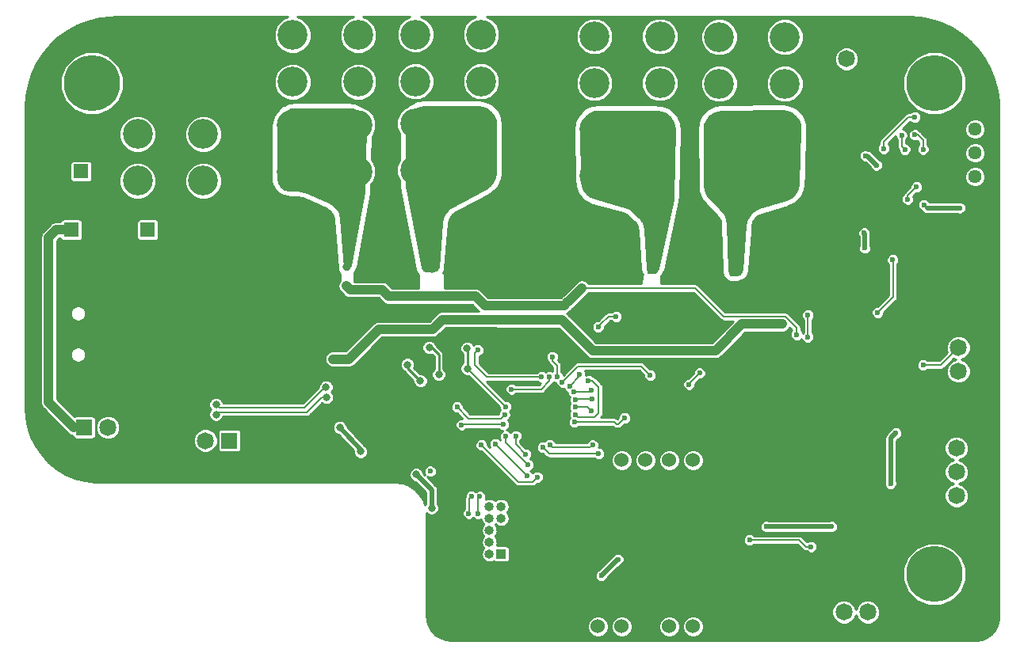
<source format=gbl>
G04 #@! TF.GenerationSoftware,KiCad,Pcbnew,(5.0.0)*
G04 #@! TF.CreationDate,2019-01-29T00:18:36-03:30*
G04 #@! TF.ProjectId,Tooling Board,546F6F6C696E6720426F6172642E6B69,rev?*
G04 #@! TF.SameCoordinates,Original*
G04 #@! TF.FileFunction,Copper,L2,Bot,Signal*
G04 #@! TF.FilePolarity,Positive*
%FSLAX46Y46*%
G04 Gerber Fmt 4.6, Leading zero omitted, Abs format (unit mm)*
G04 Created by KiCad (PCBNEW (5.0.0)) date 01/29/19 00:18:36*
%MOMM*%
%LPD*%
G01*
G04 APERTURE LIST*
G04 #@! TA.AperFunction,ComponentPad*
%ADD10C,0.300000*%
G04 #@! TD*
G04 #@! TA.AperFunction,ComponentPad*
%ADD11C,1.524000*%
G04 #@! TD*
G04 #@! TA.AperFunction,ComponentPad*
%ADD12R,1.000000X1.000000*%
G04 #@! TD*
G04 #@! TA.AperFunction,ComponentPad*
%ADD13O,1.000000X1.000000*%
G04 #@! TD*
G04 #@! TA.AperFunction,ComponentPad*
%ADD14R,1.600000X1.600000*%
G04 #@! TD*
G04 #@! TA.AperFunction,ComponentPad*
%ADD15C,1.600000*%
G04 #@! TD*
G04 #@! TA.AperFunction,ComponentPad*
%ADD16C,3.200000*%
G04 #@! TD*
G04 #@! TA.AperFunction,ComponentPad*
%ADD17R,1.724000X1.724000*%
G04 #@! TD*
G04 #@! TA.AperFunction,ComponentPad*
%ADD18C,1.824000*%
G04 #@! TD*
G04 #@! TA.AperFunction,ComponentPad*
%ADD19C,1.440000*%
G04 #@! TD*
G04 #@! TA.AperFunction,ViaPad*
%ADD20C,6.000000*%
G04 #@! TD*
G04 #@! TA.AperFunction,ViaPad*
%ADD21C,0.600000*%
G04 #@! TD*
G04 #@! TA.AperFunction,ViaPad*
%ADD22C,0.800000*%
G04 #@! TD*
G04 #@! TA.AperFunction,Conductor*
%ADD23C,0.200000*%
G04 #@! TD*
G04 #@! TA.AperFunction,Conductor*
%ADD24C,1.000000*%
G04 #@! TD*
G04 #@! TA.AperFunction,Conductor*
%ADD25C,0.500000*%
G04 #@! TD*
G04 #@! TA.AperFunction,Conductor*
%ADD26C,0.250000*%
G04 #@! TD*
G04 #@! TA.AperFunction,Conductor*
%ADD27C,0.254000*%
G04 #@! TD*
G04 APERTURE END LIST*
D10*
G04 #@! TO.P,U201,33*
G04 #@! TO.N,GND*
X156280000Y-76250000D03*
X155280000Y-76250000D03*
X154280000Y-76250000D03*
X156280000Y-75250000D03*
X155279999Y-75250000D03*
X154280000Y-75250000D03*
X156280000Y-74250000D03*
X155280000Y-74250000D03*
X154280000Y-74250000D03*
G04 #@! TD*
D11*
G04 #@! TO.P,U701,10*
G04 #@! TO.N,+3V3*
X171670000Y-80350000D03*
G04 #@! TO.P,U701,9*
G04 #@! TO.N,Net-(U701-Pad9)*
X169130000Y-80350000D03*
G04 #@! TO.P,U701,8*
G04 #@! TO.N,Net-(U701-Pad8)*
X166590000Y-80350000D03*
G04 #@! TO.P,U701,7*
G04 #@! TO.N,Net-(U701-Pad7)*
X164050000Y-80350000D03*
G04 #@! TO.P,U701,6*
G04 #@! TO.N,GND*
X174210000Y-98130000D03*
G04 #@! TO.P,U701,5*
G04 #@! TO.N,SCL*
X171670000Y-98130000D03*
G04 #@! TO.P,U701,4*
G04 #@! TO.N,SDA*
X169130000Y-98130000D03*
G04 #@! TO.P,U701,3*
G04 #@! TO.N,GND*
X166590000Y-98130000D03*
G04 #@! TO.P,U701,2*
G04 #@! TO.N,Net-(U701-Pad2)*
X164050000Y-98130000D03*
G04 #@! TO.P,U701,1*
G04 #@! TO.N,+3V3*
X161510000Y-98130000D03*
G04 #@! TD*
D12*
G04 #@! TO.P,J201,1*
G04 #@! TO.N,+3V3*
X151200000Y-90400000D03*
D13*
G04 #@! TO.P,J201,2*
G04 #@! TO.N,SWDIO*
X149930000Y-90400000D03*
G04 #@! TO.P,J201,3*
G04 #@! TO.N,GND*
X151200000Y-89130000D03*
G04 #@! TO.P,J201,4*
G04 #@! TO.N,SWCLK*
X149930000Y-89130000D03*
G04 #@! TO.P,J201,5*
G04 #@! TO.N,GND*
X151200000Y-87860000D03*
G04 #@! TO.P,J201,6*
G04 #@! TO.N,Net-(J201-Pad6)*
X149930000Y-87860000D03*
G04 #@! TO.P,J201,7*
G04 #@! TO.N,Net-(J201-Pad7)*
X151200000Y-86590000D03*
G04 #@! TO.P,J201,8*
G04 #@! TO.N,Net-(J201-Pad8)*
X149930000Y-86590000D03*
G04 #@! TO.P,J201,9*
G04 #@! TO.N,Net-(J201-Pad9)*
X151200000Y-85320000D03*
G04 #@! TO.P,J201,10*
G04 #@! TO.N,~RESET~*
X149930000Y-85320000D03*
G04 #@! TD*
D14*
G04 #@! TO.P,C101,1*
G04 #@! TO.N,+12V*
X113430000Y-55730000D03*
D15*
G04 #@! TO.P,C101,2*
G04 #@! TO.N,GND*
X113430000Y-58230000D03*
G04 #@! TD*
D14*
G04 #@! TO.P,C102,1*
G04 #@! TO.N,+12V*
X106330000Y-49470000D03*
D15*
G04 #@! TO.P,C102,2*
G04 #@! TO.N,GND*
X103830000Y-49470000D03*
G04 #@! TD*
D14*
G04 #@! TO.P,C104,1*
G04 #@! TO.N,+12V*
X105270000Y-55720000D03*
D15*
G04 #@! TO.P,C104,2*
G04 #@! TO.N,GND*
X105270000Y-58220000D03*
G04 #@! TD*
D16*
G04 #@! TO.P,J101,1*
G04 #@! TO.N,+12V*
X112355000Y-45480000D03*
X119365000Y-45480000D03*
X119365000Y-50480000D03*
X112355000Y-50480000D03*
G04 #@! TD*
G04 #@! TO.P,J102,1*
G04 #@! TO.N,GND*
X115275000Y-34850000D03*
X122285000Y-34850000D03*
X122285000Y-39850000D03*
X115275000Y-39850000D03*
G04 #@! TD*
G04 #@! TO.P,J401,1*
G04 #@! TO.N,Net-(J401-Pad1)*
X161145000Y-35040000D03*
X168155000Y-35040000D03*
X168155000Y-40040000D03*
X161145000Y-40040000D03*
G04 #@! TD*
G04 #@! TO.P,J402,1*
G04 #@! TO.N,Net-(J402-Pad1)*
X161125000Y-44910000D03*
X168135000Y-44910000D03*
X168135000Y-49910000D03*
X161125000Y-49910000D03*
G04 #@! TD*
G04 #@! TO.P,J403,1*
G04 #@! TO.N,Net-(J403-Pad1)*
X174485000Y-35100000D03*
X181495000Y-35100000D03*
X181495000Y-40100000D03*
X174485000Y-40100000D03*
G04 #@! TD*
G04 #@! TO.P,J404,1*
G04 #@! TO.N,Net-(J404-Pad1)*
X174415000Y-44900000D03*
X181425000Y-44900000D03*
X181425000Y-49900000D03*
X174415000Y-49900000D03*
G04 #@! TD*
G04 #@! TO.P,J501,1*
G04 #@! TO.N,Net-(J501-Pad1)*
X128915000Y-34890000D03*
X135925000Y-34890000D03*
X135925000Y-39890000D03*
X128915000Y-39890000D03*
G04 #@! TD*
G04 #@! TO.P,J502,1*
G04 #@! TO.N,Net-(J502-Pad1)*
X128829000Y-44490000D03*
X135839000Y-44490000D03*
X135839000Y-49490000D03*
X128829000Y-49490000D03*
G04 #@! TD*
G04 #@! TO.P,J503,1*
G04 #@! TO.N,Net-(J503-Pad1)*
X142037000Y-34838000D03*
X149047000Y-34838000D03*
X149047000Y-39838000D03*
X142037000Y-39838000D03*
G04 #@! TD*
G04 #@! TO.P,J504,1*
G04 #@! TO.N,Net-(J504-Pad1)*
X141995000Y-44340000D03*
X149005000Y-44340000D03*
X149005000Y-49340000D03*
X141995000Y-49340000D03*
G04 #@! TD*
D17*
G04 #@! TO.P,J301,1*
G04 #@! TO.N,+12V*
X106640000Y-76860000D03*
D18*
G04 #@! TO.P,J301,2*
G04 #@! TO.N,Net-(J301-Pad2)*
X109180000Y-76860000D03*
G04 #@! TD*
D17*
G04 #@! TO.P,J302,1*
G04 #@! TO.N,+12V*
X122150000Y-78260000D03*
D18*
G04 #@! TO.P,J302,2*
G04 #@! TO.N,Net-(J302-Pad2)*
X119610000Y-78260000D03*
G04 #@! TD*
G04 #@! TO.P,J701,2*
G04 #@! TO.N,T_DATA*
X187800000Y-96620000D03*
G04 #@! TO.P,J701,1*
G04 #@! TO.N,+3V3*
X190340000Y-96620000D03*
G04 #@! TO.P,J701,3*
G04 #@! TO.N,GND*
X185260000Y-96620000D03*
G04 #@! TD*
G04 #@! TO.P,J702,2*
G04 #@! TO.N,SDA*
X199820000Y-81630000D03*
G04 #@! TO.P,J702,1*
G04 #@! TO.N,+5V*
X199820000Y-84170000D03*
G04 #@! TO.P,J702,3*
G04 #@! TO.N,SCL*
X199820000Y-79090000D03*
G04 #@! TO.P,J702,4*
G04 #@! TO.N,GND*
X199820000Y-76550000D03*
G04 #@! TD*
G04 #@! TO.P,J703,2*
G04 #@! TO.N,Net-(C701-Pad1)*
X200040000Y-68320000D03*
G04 #@! TO.P,J703,1*
G04 #@! TO.N,+12V*
X200040000Y-70860000D03*
G04 #@! TO.P,J703,3*
G04 #@! TO.N,GND*
X200040000Y-65780000D03*
G04 #@! TD*
D17*
G04 #@! TO.P,J801,1*
G04 #@! TO.N,GND*
X190640000Y-37440000D03*
D18*
G04 #@! TO.P,J801,2*
G04 #@! TO.N,Net-(J801-Pad2)*
X188100000Y-37440000D03*
G04 #@! TD*
D19*
G04 #@! TO.P,RV801,1*
G04 #@! TO.N,Net-(R802-Pad1)*
X201830000Y-50040000D03*
G04 #@! TO.P,RV801,2*
G04 #@! TO.N,Net-(C806-Pad2)*
X201830000Y-47500000D03*
G04 #@! TO.P,RV801,3*
G04 #@! TO.N,Net-(R803-Pad2)*
X201830000Y-44960000D03*
G04 #@! TD*
D20*
G04 #@! TO.N,*
X197460000Y-92560000D03*
X197460000Y-40060000D03*
X107450000Y-40060000D03*
D21*
G04 #@! TO.N,3V3_FILT*
X149080000Y-78740000D03*
X155050000Y-82180000D03*
D22*
G04 #@! TO.N,GND*
X169610000Y-57270000D03*
X174220000Y-57900000D03*
X170940000Y-56510000D03*
X172810000Y-57020000D03*
X171320000Y-58200000D03*
X172730000Y-58960000D03*
X170560000Y-59440000D03*
X137170000Y-56320000D03*
X138760000Y-58210000D03*
X139220000Y-56560000D03*
X141040000Y-57360000D03*
X136950000Y-58240000D03*
X140340000Y-59160000D03*
X137680000Y-59710000D03*
X132550000Y-54210000D03*
X116510000Y-60190000D03*
X108890000Y-60680000D03*
X108230000Y-73000000D03*
X105670000Y-72000000D03*
X105540000Y-60980000D03*
X113460000Y-74020000D03*
X115140000Y-79180000D03*
X129440000Y-65110000D03*
X130090000Y-60480000D03*
X124780000Y-61520000D03*
X116980000Y-72940000D03*
X119240000Y-69680000D03*
X124030000Y-69170000D03*
X129220000Y-70930000D03*
X125510000Y-77890000D03*
X129260000Y-81650000D03*
X146280000Y-81150000D03*
X145810000Y-92490000D03*
X139290000Y-54683800D03*
X139290000Y-61110000D03*
X171780000Y-54823800D03*
X172080000Y-60370000D03*
X150920000Y-62110000D03*
X150960000Y-60980000D03*
X146050000Y-71120000D03*
X146050000Y-67818000D03*
D21*
X159850000Y-65080000D03*
X158430000Y-59840000D03*
X178570000Y-67850000D03*
X181250000Y-69100000D03*
X166560000Y-67000000D03*
X197910000Y-73350000D03*
X186630000Y-63960000D03*
X185450000Y-40730000D03*
X203000000Y-51940000D03*
X199600000Y-52470000D03*
X203370000Y-61100000D03*
X186360000Y-48670000D03*
X200550000Y-54270000D03*
X191660000Y-54910000D03*
X188380000Y-64210000D03*
X190120000Y-67080000D03*
X143260000Y-74760000D03*
X168150000Y-71890000D03*
X181560000Y-60970000D03*
X184790000Y-55380000D03*
D22*
X180640000Y-55130000D03*
X163260000Y-54600000D03*
X147750000Y-54650000D03*
D21*
X159015390Y-77089403D03*
D22*
G04 #@! TO.N,+5V*
X133220000Y-69550000D03*
X143880000Y-66350000D03*
D21*
X150940000Y-65360000D03*
X166300000Y-68640000D03*
X191420000Y-64570000D03*
X193020000Y-58920000D03*
X190030000Y-57650000D03*
X189970000Y-56060000D03*
X181240000Y-65750000D03*
G04 #@! TO.N,Net-(C207-Pad1)*
X151550000Y-75500000D03*
X146480000Y-74680000D03*
D22*
G04 #@! TO.N,+3V3*
X143770000Y-85470000D03*
X142130000Y-81890000D03*
X136180000Y-79440000D03*
X133950000Y-76850000D03*
D21*
X179540000Y-87460000D03*
X186450000Y-87460000D03*
X192780000Y-82850000D03*
X193350000Y-77460000D03*
X143620000Y-81550000D03*
X161880000Y-92700000D03*
X163670000Y-90970000D03*
X151420000Y-76550000D03*
X146970000Y-76580000D03*
G04 #@! TO.N,~RESET~*
X153950000Y-82060000D03*
X150570000Y-78610000D03*
G04 #@! TO.N,SWCLK*
X148720000Y-86090000D03*
X148900000Y-84260000D03*
X154080000Y-80860000D03*
X151680000Y-77820000D03*
G04 #@! TO.N,SWDIO*
X147730000Y-86050000D03*
X147990000Y-84240000D03*
X153830000Y-79710000D03*
X152760000Y-77750000D03*
G04 #@! TO.N,Net-(R203-Pad1)*
X160910000Y-73790000D03*
X159093866Y-73879466D03*
D22*
G04 #@! TO.N,DirB2*
X147574000Y-70554000D03*
D21*
X151694265Y-74634265D03*
D22*
X147557937Y-68381150D03*
G04 #@! TO.N,USB+*
X120740000Y-75465000D03*
X132520000Y-73620000D03*
G04 #@! TO.N,USB-*
X120740000Y-74415000D03*
X132480000Y-72550000D03*
D21*
G04 #@! TO.N,EnableB2*
X155517354Y-71462518D03*
X148690000Y-68580000D03*
G04 #@! TO.N,LED*
X156360779Y-71427191D03*
X152290000Y-72770000D03*
D22*
G04 #@! TO.N,DirA2*
X144520000Y-71190000D03*
X143510000Y-68330000D03*
D21*
X157160769Y-71433087D03*
X156660000Y-69290000D03*
D22*
G04 #@! TO.N,EnableA2*
X141150000Y-70140000D03*
X142560000Y-71890000D03*
D21*
X158489019Y-72446609D03*
X159540000Y-71159998D03*
G04 #@! TO.N,DirA1*
X158964510Y-73089981D03*
X160800000Y-72870000D03*
G04 #@! TO.N,T_DATA*
X177710000Y-88900000D03*
X184290000Y-89620000D03*
X160810000Y-75050000D03*
X159099977Y-74679454D03*
G04 #@! TO.N,EnableA1*
X163470000Y-64990000D03*
X161540000Y-66110000D03*
X159099977Y-75479467D03*
X160510000Y-71860000D03*
G04 #@! TO.N,EnableB1*
X172380000Y-71060000D03*
X164370000Y-75860000D03*
X171270000Y-72260001D03*
X158998616Y-76273031D03*
G04 #@! TO.N,V_PH*
X183960000Y-64840000D03*
X156388668Y-78682802D03*
X160970000Y-78760000D03*
X183930000Y-67180010D03*
G04 #@! TO.N,V_METAL*
X155650000Y-78990000D03*
X161600000Y-79660000D03*
G04 #@! TO.N,DirB1*
X157725031Y-72000209D03*
X167110000Y-71290000D03*
D22*
G04 #@! TO.N,+12V*
X134650000Y-61740000D03*
X159820000Y-61960000D03*
D21*
X182750000Y-66950000D03*
G04 #@! TO.N,Net-(C701-Pad1)*
X196260000Y-70180000D03*
G04 #@! TO.N,-5V*
X190120000Y-47810000D03*
X191290000Y-48810000D03*
X200170000Y-53380000D03*
X196340000Y-53040000D03*
G04 #@! TO.N,Net-(C806-Pad1)*
X192060000Y-47020000D03*
X195370000Y-43660000D03*
G04 #@! TO.N,Net-(J402-Pad1)*
X167070000Y-60200000D03*
G04 #@! TO.N,Net-(J404-Pad1)*
X176370000Y-60100000D03*
D22*
G04 #@! TO.N,Net-(J502-Pad1)*
X134620000Y-59690000D03*
G04 #@! TO.N,Net-(J504-Pad1)*
X143764000Y-59944000D03*
D21*
G04 #@! TO.N,Net-(R804-Pad1)*
X193970000Y-45610000D03*
X194310000Y-47120000D03*
X196260000Y-47110000D03*
X195370000Y-45560000D03*
G04 #@! TO.N,Net-(R806-Pad1)*
X194620000Y-52440000D03*
X195560339Y-51129661D03*
G04 #@! TD*
D23*
G04 #@! TO.N,3V3_FILT*
X154569999Y-82660001D02*
X155050000Y-82180000D01*
X149080000Y-78740000D02*
X153000001Y-82660001D01*
X153000001Y-82660001D02*
X154569999Y-82660001D01*
D24*
G04 #@! TO.N,+5V*
X133220000Y-69550000D02*
X134930000Y-69550000D01*
X134930000Y-69550000D02*
X138130000Y-66350000D01*
X138130000Y-66350000D02*
X143880000Y-66350000D01*
X143880000Y-66350000D02*
X144920000Y-65310000D01*
X144920000Y-65310000D02*
X150940000Y-65310000D01*
X181190000Y-65800000D02*
X176910000Y-65800000D01*
D23*
X181240000Y-65750000D02*
X181190000Y-65800000D01*
D24*
X176910000Y-65800000D02*
X174070000Y-68640000D01*
D23*
X151885000Y-65480000D02*
X151765000Y-65360000D01*
D24*
X174070000Y-68640000D02*
X166300000Y-68640000D01*
D23*
X193060000Y-58960000D02*
X193020000Y-58920000D01*
X191420000Y-64570000D02*
X193060000Y-62930000D01*
X193060000Y-62930000D02*
X193060000Y-58960000D01*
D25*
X190030000Y-57650000D02*
X190030000Y-56120000D01*
D23*
X190030000Y-56120000D02*
X189970000Y-56060000D01*
D24*
X166300000Y-68640000D02*
X160980000Y-68640000D01*
X157700000Y-65360000D02*
X152005000Y-65360000D01*
X160980000Y-68640000D02*
X157700000Y-65360000D01*
X152000000Y-65360000D02*
X150940000Y-65360000D01*
X152020000Y-65380000D02*
X152000000Y-65360000D01*
D23*
G04 #@! TO.N,Net-(C207-Pad1)*
X147690000Y-75890000D02*
X146480000Y-74680000D01*
X151550000Y-75500000D02*
X151160000Y-75890000D01*
X151160000Y-75890000D02*
X147690000Y-75890000D01*
D25*
G04 #@! TO.N,+3V3*
X143770000Y-85470000D02*
X143770000Y-83530000D01*
X143770000Y-83530000D02*
X142130000Y-81890000D01*
D26*
X136180000Y-79235000D02*
X136180000Y-79440000D01*
D25*
X133950000Y-76850000D02*
X136180000Y-79235000D01*
X179540000Y-87460000D02*
X186450000Y-87460000D01*
X192780000Y-82850000D02*
X192780000Y-78000000D01*
X192780000Y-78000000D02*
X193320000Y-77460000D01*
D23*
X193320000Y-77460000D02*
X193350000Y-77460000D01*
D25*
X161880000Y-92700000D02*
X163610000Y-90970000D01*
D23*
X163610000Y-90970000D02*
X163670000Y-90970000D01*
X147000000Y-76550000D02*
X146970000Y-76580000D01*
X151420000Y-76550000D02*
X147000000Y-76550000D01*
G04 #@! TO.N,~RESET~*
X153950000Y-82060000D02*
X150570000Y-78680000D01*
X150570000Y-78680000D02*
X150570000Y-78610000D01*
G04 #@! TO.N,SWCLK*
X148720000Y-86090000D02*
X148720000Y-84440000D01*
X148720000Y-84440000D02*
X148900000Y-84260000D01*
X151680000Y-78244264D02*
X151680000Y-77820000D01*
X151680000Y-78460000D02*
X151680000Y-78244264D01*
X154080000Y-80860000D02*
X151680000Y-78460000D01*
G04 #@! TO.N,SWDIO*
X147990000Y-84240000D02*
X147750000Y-84480000D01*
X147750000Y-84480000D02*
X147750000Y-86030000D01*
X147750000Y-86030000D02*
X147730000Y-86050000D01*
X153830000Y-79710000D02*
X152760000Y-78640000D01*
X152760000Y-78640000D02*
X152760000Y-77750000D01*
G04 #@! TO.N,Net-(R203-Pad1)*
X160910000Y-73790000D02*
X159183332Y-73790000D01*
X159183332Y-73790000D02*
X159093866Y-73879466D01*
D26*
G04 #@! TO.N,DirB2*
X147574000Y-70554000D02*
X147574000Y-68397213D01*
X147574000Y-68397213D02*
X147557937Y-68381150D01*
D23*
X151694265Y-74634265D02*
X147614000Y-70554000D01*
X147614000Y-70554000D02*
X147574000Y-70554000D01*
G04 #@! TO.N,USB+*
X132430000Y-73620000D02*
X132520000Y-73620000D01*
X132020000Y-73620000D02*
X132430000Y-73620000D01*
X130400000Y-75240000D02*
X132020000Y-73620000D01*
X120740000Y-75465000D02*
X120965000Y-75240000D01*
X120965000Y-75240000D02*
X130400000Y-75240000D01*
G04 #@! TO.N,USB-*
X132420000Y-72550000D02*
X132480000Y-72550000D01*
X132400000Y-72570000D02*
X132420000Y-72550000D01*
X132330000Y-72570000D02*
X132400000Y-72570000D01*
X130160000Y-74740000D02*
X132330000Y-72570000D01*
X120740000Y-74415000D02*
X121065000Y-74740000D01*
X121065000Y-74740000D02*
X130160000Y-74740000D01*
G04 #@! TO.N,EnableB2*
X148370000Y-68900000D02*
X148690000Y-68580000D01*
X148370000Y-70170000D02*
X148370000Y-68900000D01*
X155517354Y-71462518D02*
X149662518Y-71462518D01*
X149662518Y-71462518D02*
X148370000Y-70170000D01*
G04 #@! TO.N,LED*
X156360779Y-71851455D02*
X156360779Y-71427191D01*
X155442234Y-72770000D02*
X156360779Y-71851455D01*
X152290000Y-72770000D02*
X155442234Y-72770000D01*
D26*
G04 #@! TO.N,DirA2*
X144520000Y-71190000D02*
X144520000Y-69060000D01*
X144520000Y-69060000D02*
X143790000Y-68330000D01*
X143790000Y-68330000D02*
X143510000Y-68330000D01*
D23*
X157160769Y-71008823D02*
X157160769Y-71433087D01*
X157160769Y-70215033D02*
X157160769Y-71008823D01*
X156660000Y-69714264D02*
X157160769Y-70215033D01*
X156660000Y-69290000D02*
X156660000Y-69714264D01*
D26*
G04 #@! TO.N,EnableA2*
X141150000Y-70140000D02*
X141150000Y-70480000D01*
X141150000Y-70480000D02*
X142560000Y-71890000D01*
D23*
X159540000Y-71395628D02*
X159540000Y-71159998D01*
X158489019Y-72446609D02*
X159540000Y-71395628D01*
G04 #@! TO.N,DirA1*
X158964510Y-73089981D02*
X160580019Y-73089981D01*
X160580019Y-73089981D02*
X160800000Y-72870000D01*
G04 #@! TO.N,T_DATA*
X183865736Y-89620000D02*
X184290000Y-89620000D01*
X183740000Y-89620000D02*
X183865736Y-89620000D01*
X177710000Y-88900000D02*
X183020000Y-88900000D01*
X183020000Y-88900000D02*
X183740000Y-89620000D01*
X159099977Y-74679454D02*
X160439454Y-74679454D01*
X160510001Y-74750001D02*
X160810000Y-75050000D01*
X160439454Y-74679454D02*
X160510001Y-74750001D01*
G04 #@! TO.N,EnableA1*
X163470000Y-64990000D02*
X162660000Y-64990000D01*
X162660000Y-64990000D02*
X161839999Y-65810001D01*
X161839999Y-65810001D02*
X161540000Y-66110000D01*
X160934264Y-71860000D02*
X160510000Y-71860000D01*
X161620000Y-72545736D02*
X160934264Y-71860000D01*
X161620000Y-75330000D02*
X161620000Y-72545736D01*
X161170534Y-75779466D02*
X161620000Y-75330000D01*
X159099977Y-75479467D02*
X159399976Y-75779466D01*
X159399976Y-75779466D02*
X161170534Y-75779466D01*
G04 #@! TO.N,EnableB1*
X171380000Y-72060000D02*
X172380000Y-71060000D01*
X163720001Y-76509999D02*
X164370000Y-75860000D01*
X163520000Y-76509999D02*
X163720001Y-76509999D01*
X163520000Y-76509999D02*
X163640001Y-76509999D01*
X171270000Y-72260001D02*
X171380000Y-72060000D01*
X163283032Y-76273031D02*
X159422880Y-76273031D01*
X159422880Y-76273031D02*
X158998616Y-76273031D01*
X163520000Y-76509999D02*
X163283032Y-76273031D01*
G04 #@! TO.N,V_PH*
X156688667Y-78982801D02*
X160667199Y-78982801D01*
X156388668Y-78682802D02*
X156688667Y-78982801D01*
X160667199Y-78982801D02*
X160780000Y-78870000D01*
X160780000Y-78870000D02*
X160860000Y-78870000D01*
X160860000Y-78870000D02*
X160970000Y-78760000D01*
X183960000Y-67150010D02*
X183930000Y-67180010D01*
X183960000Y-64840000D02*
X183960000Y-67150010D01*
G04 #@! TO.N,V_METAL*
X155650000Y-78990000D02*
X156310000Y-79650000D01*
X156310000Y-79650000D02*
X160750000Y-79650000D01*
X160760000Y-79660000D02*
X160750000Y-79650000D01*
X161600000Y-79660000D02*
X160760000Y-79660000D01*
G04 #@! TO.N,DirB1*
X167110000Y-71290000D02*
X166140000Y-70320000D01*
X159405240Y-70320000D02*
X158025030Y-71700210D01*
X158025030Y-71700210D02*
X157725031Y-72000209D01*
X166140000Y-70320000D02*
X159405240Y-70320000D01*
D24*
G04 #@! TO.N,+12V*
X102845001Y-74177001D02*
X102845001Y-56545001D01*
D26*
X106640000Y-76860000D02*
X105528000Y-76860000D01*
D24*
X105528000Y-76860000D02*
X102845001Y-74177001D01*
X103670002Y-55720000D02*
X105270000Y-55720000D01*
X102845001Y-56545001D02*
X103670002Y-55720000D01*
X158340000Y-63440000D02*
X159820000Y-61960000D01*
D23*
X158310000Y-63440000D02*
X158340000Y-63440000D01*
D24*
X157930000Y-63820000D02*
X158310000Y-63440000D01*
X135049999Y-62139999D02*
X138469999Y-62139999D01*
X134650000Y-61740000D02*
X135049999Y-62139999D01*
X138469999Y-62139999D02*
X139165001Y-62835001D01*
X139165001Y-62835001D02*
X148445001Y-62835001D01*
X148445001Y-62835001D02*
X149430000Y-63820000D01*
X149430000Y-63820000D02*
X157930000Y-63820000D01*
D23*
X162380000Y-61960000D02*
X159820000Y-61960000D01*
X171910020Y-61960000D02*
X162380000Y-61960000D01*
X174950010Y-64999990D02*
X171910020Y-61960000D01*
X181521374Y-64999990D02*
X174950010Y-64999990D01*
X182750000Y-66950000D02*
X182750000Y-66228616D01*
X182750000Y-66228616D02*
X181521374Y-64999990D01*
G04 #@! TO.N,Net-(C701-Pad1)*
X198180000Y-70180000D02*
X196260000Y-70180000D01*
X200040000Y-68320000D02*
X198180000Y-70180000D01*
G04 #@! TO.N,-5V*
X190120000Y-47810000D02*
X190290000Y-47810000D01*
D25*
X190290000Y-47810000D02*
X191290000Y-48810000D01*
X200170000Y-53380000D02*
X196680000Y-53380000D01*
D23*
X196680000Y-53380000D02*
X196340000Y-53040000D01*
G04 #@! TO.N,Net-(C806-Pad1)*
X194690000Y-43660000D02*
X195370000Y-43660000D01*
X192060000Y-46290000D02*
X194690000Y-43660000D01*
X192060000Y-47020000D02*
X192060000Y-46290000D01*
G04 #@! TO.N,Net-(R804-Pad1)*
X193970000Y-45610000D02*
X193970000Y-46780000D01*
X193970000Y-46780000D02*
X194310000Y-47120000D01*
X195670000Y-45560000D02*
X195370000Y-45560000D01*
X196260000Y-46150000D02*
X195670000Y-45560000D01*
X196260000Y-47110000D02*
X196260000Y-46150000D01*
G04 #@! TO.N,Net-(R806-Pad1)*
X194620000Y-52070000D02*
X194620000Y-52440000D01*
X195560339Y-51129661D02*
X194620000Y-52070000D01*
G04 #@! TD*
D27*
G04 #@! TO.N,GND*
G36*
X127795119Y-33213980D02*
X127238980Y-33770119D01*
X126938000Y-34496750D01*
X126938000Y-35283250D01*
X127238980Y-36009881D01*
X127795119Y-36566020D01*
X128521750Y-36867000D01*
X129308250Y-36867000D01*
X130034881Y-36566020D01*
X130591020Y-36009881D01*
X130892000Y-35283250D01*
X130892000Y-34496750D01*
X130591020Y-33770119D01*
X130034881Y-33213980D01*
X129400162Y-32951071D01*
X135439838Y-32951071D01*
X134805119Y-33213980D01*
X134248980Y-33770119D01*
X133948000Y-34496750D01*
X133948000Y-35283250D01*
X134248980Y-36009881D01*
X134805119Y-36566020D01*
X135531750Y-36867000D01*
X136318250Y-36867000D01*
X137044881Y-36566020D01*
X137601020Y-36009881D01*
X137902000Y-35283250D01*
X137902000Y-34496750D01*
X137601020Y-33770119D01*
X137044881Y-33213980D01*
X136410162Y-32951071D01*
X141426299Y-32951071D01*
X140917119Y-33161980D01*
X140360980Y-33718119D01*
X140060000Y-34444750D01*
X140060000Y-35231250D01*
X140360980Y-35957881D01*
X140917119Y-36514020D01*
X141643750Y-36815000D01*
X142430250Y-36815000D01*
X143156881Y-36514020D01*
X143713020Y-35957881D01*
X144014000Y-35231250D01*
X144014000Y-34444750D01*
X143713020Y-33718119D01*
X143156881Y-33161980D01*
X142647701Y-32951071D01*
X148436299Y-32951071D01*
X147927119Y-33161980D01*
X147370980Y-33718119D01*
X147070000Y-34444750D01*
X147070000Y-35231250D01*
X147370980Y-35957881D01*
X147927119Y-36514020D01*
X148653750Y-36815000D01*
X149440250Y-36815000D01*
X150166881Y-36514020D01*
X150723020Y-35957881D01*
X151024000Y-35231250D01*
X151024000Y-34646750D01*
X159168000Y-34646750D01*
X159168000Y-35433250D01*
X159468980Y-36159881D01*
X160025119Y-36716020D01*
X160751750Y-37017000D01*
X161538250Y-37017000D01*
X162264881Y-36716020D01*
X162821020Y-36159881D01*
X163122000Y-35433250D01*
X163122000Y-34646750D01*
X166178000Y-34646750D01*
X166178000Y-35433250D01*
X166478980Y-36159881D01*
X167035119Y-36716020D01*
X167761750Y-37017000D01*
X168548250Y-37017000D01*
X169274881Y-36716020D01*
X169831020Y-36159881D01*
X170132000Y-35433250D01*
X170132000Y-34706750D01*
X172508000Y-34706750D01*
X172508000Y-35493250D01*
X172808980Y-36219881D01*
X173365119Y-36776020D01*
X174091750Y-37077000D01*
X174878250Y-37077000D01*
X175604881Y-36776020D01*
X176161020Y-36219881D01*
X176462000Y-35493250D01*
X176462000Y-34706750D01*
X179518000Y-34706750D01*
X179518000Y-35493250D01*
X179818980Y-36219881D01*
X180375119Y-36776020D01*
X181101750Y-37077000D01*
X181888250Y-37077000D01*
X182614881Y-36776020D01*
X183171020Y-36219881D01*
X183472000Y-35493250D01*
X183472000Y-34706750D01*
X183171020Y-33980119D01*
X182614881Y-33423980D01*
X181888250Y-33123000D01*
X181101750Y-33123000D01*
X180375119Y-33423980D01*
X179818980Y-33980119D01*
X179518000Y-34706750D01*
X176462000Y-34706750D01*
X176161020Y-33980119D01*
X175604881Y-33423980D01*
X174878250Y-33123000D01*
X174091750Y-33123000D01*
X173365119Y-33423980D01*
X172808980Y-33980119D01*
X172508000Y-34706750D01*
X170132000Y-34706750D01*
X170132000Y-34646750D01*
X169831020Y-33920119D01*
X169274881Y-33363980D01*
X168548250Y-33063000D01*
X167761750Y-33063000D01*
X167035119Y-33363980D01*
X166478980Y-33920119D01*
X166178000Y-34646750D01*
X163122000Y-34646750D01*
X162821020Y-33920119D01*
X162264881Y-33363980D01*
X161538250Y-33063000D01*
X160751750Y-33063000D01*
X160025119Y-33363980D01*
X159468980Y-33920119D01*
X159168000Y-34646750D01*
X151024000Y-34646750D01*
X151024000Y-34444750D01*
X150723020Y-33718119D01*
X150166881Y-33161980D01*
X149657701Y-32951071D01*
X194700694Y-32951071D01*
X195917583Y-33027631D01*
X197103313Y-33253821D01*
X198251350Y-33626840D01*
X199343581Y-34140805D01*
X200362780Y-34787609D01*
X201292874Y-35557049D01*
X202119204Y-36437001D01*
X202828726Y-37413573D01*
X203410259Y-38471375D01*
X203854629Y-39593728D01*
X204154828Y-40762923D01*
X204306882Y-41966558D01*
X204325852Y-42570181D01*
X204325851Y-97451612D01*
X204184585Y-98007756D01*
X203917661Y-98519372D01*
X203540200Y-98955859D01*
X203072447Y-99293806D01*
X202539496Y-99515082D01*
X201951943Y-99610747D01*
X201852602Y-99613000D01*
X145852279Y-99613000D01*
X145229282Y-99540366D01*
X144660978Y-99334082D01*
X144155369Y-99002589D01*
X143739587Y-98563680D01*
X143435925Y-98040887D01*
X143394296Y-97903439D01*
X160371000Y-97903439D01*
X160371000Y-98356561D01*
X160544403Y-98775191D01*
X160864809Y-99095597D01*
X161283439Y-99269000D01*
X161736561Y-99269000D01*
X162155191Y-99095597D01*
X162475597Y-98775191D01*
X162649000Y-98356561D01*
X162649000Y-97903439D01*
X162911000Y-97903439D01*
X162911000Y-98356561D01*
X163084403Y-98775191D01*
X163404809Y-99095597D01*
X163823439Y-99269000D01*
X164276561Y-99269000D01*
X164695191Y-99095597D01*
X165015597Y-98775191D01*
X165189000Y-98356561D01*
X165189000Y-97903439D01*
X167991000Y-97903439D01*
X167991000Y-98356561D01*
X168164403Y-98775191D01*
X168484809Y-99095597D01*
X168903439Y-99269000D01*
X169356561Y-99269000D01*
X169775191Y-99095597D01*
X170095597Y-98775191D01*
X170269000Y-98356561D01*
X170269000Y-97903439D01*
X170531000Y-97903439D01*
X170531000Y-98356561D01*
X170704403Y-98775191D01*
X171024809Y-99095597D01*
X171443439Y-99269000D01*
X171896561Y-99269000D01*
X172315191Y-99095597D01*
X172635597Y-98775191D01*
X172809000Y-98356561D01*
X172809000Y-97903439D01*
X172635597Y-97484809D01*
X172315191Y-97164403D01*
X171896561Y-96991000D01*
X171443439Y-96991000D01*
X171024809Y-97164403D01*
X170704403Y-97484809D01*
X170531000Y-97903439D01*
X170269000Y-97903439D01*
X170095597Y-97484809D01*
X169775191Y-97164403D01*
X169356561Y-96991000D01*
X168903439Y-96991000D01*
X168484809Y-97164403D01*
X168164403Y-97484809D01*
X167991000Y-97903439D01*
X165189000Y-97903439D01*
X165015597Y-97484809D01*
X164695191Y-97164403D01*
X164276561Y-96991000D01*
X163823439Y-96991000D01*
X163404809Y-97164403D01*
X163084403Y-97484809D01*
X162911000Y-97903439D01*
X162649000Y-97903439D01*
X162475597Y-97484809D01*
X162155191Y-97164403D01*
X161736561Y-96991000D01*
X161283439Y-96991000D01*
X160864809Y-97164403D01*
X160544403Y-97484809D01*
X160371000Y-97903439D01*
X143394296Y-97903439D01*
X143259139Y-97457187D01*
X143216798Y-96982764D01*
X143216798Y-96363602D01*
X186511000Y-96363602D01*
X186511000Y-96876398D01*
X186707239Y-97350160D01*
X187069840Y-97712761D01*
X187543602Y-97909000D01*
X188056398Y-97909000D01*
X188530160Y-97712761D01*
X188892761Y-97350160D01*
X189070000Y-96922268D01*
X189247239Y-97350160D01*
X189609840Y-97712761D01*
X190083602Y-97909000D01*
X190596398Y-97909000D01*
X191070160Y-97712761D01*
X191432761Y-97350160D01*
X191629000Y-96876398D01*
X191629000Y-96363602D01*
X191432761Y-95889840D01*
X191070160Y-95527239D01*
X190596398Y-95331000D01*
X190083602Y-95331000D01*
X189609840Y-95527239D01*
X189247239Y-95889840D01*
X189070000Y-96317732D01*
X188892761Y-95889840D01*
X188530160Y-95527239D01*
X188056398Y-95331000D01*
X187543602Y-95331000D01*
X187069840Y-95527239D01*
X186707239Y-95889840D01*
X186511000Y-96363602D01*
X143216798Y-96363602D01*
X143216798Y-92565336D01*
X161203000Y-92565336D01*
X161203000Y-92834664D01*
X161306067Y-93083490D01*
X161496510Y-93273933D01*
X161745336Y-93377000D01*
X162014664Y-93377000D01*
X162263490Y-93273933D01*
X162453933Y-93083490D01*
X162503934Y-92962777D01*
X163578438Y-91888273D01*
X194083000Y-91888273D01*
X194083000Y-93231727D01*
X194597118Y-94472917D01*
X195547083Y-95422882D01*
X196788273Y-95937000D01*
X198131727Y-95937000D01*
X199372917Y-95422882D01*
X200322882Y-94472917D01*
X200837000Y-93231727D01*
X200837000Y-91888273D01*
X200322882Y-90647083D01*
X199372917Y-89697118D01*
X198131727Y-89183000D01*
X196788273Y-89183000D01*
X195547083Y-89697118D01*
X194597118Y-90647083D01*
X194083000Y-91888273D01*
X163578438Y-91888273D01*
X163830352Y-91636360D01*
X164053490Y-91543933D01*
X164243933Y-91353490D01*
X164347000Y-91104664D01*
X164347000Y-90835336D01*
X164243933Y-90586510D01*
X164053490Y-90396067D01*
X163804664Y-90293000D01*
X163535336Y-90293000D01*
X163286510Y-90396067D01*
X163096067Y-90586510D01*
X163088493Y-90604795D01*
X161617223Y-92076066D01*
X161496510Y-92126067D01*
X161306067Y-92316510D01*
X161203000Y-92565336D01*
X143216798Y-92565336D01*
X143216798Y-86054370D01*
X143213419Y-86037381D01*
X143210957Y-86009801D01*
X143329865Y-86128709D01*
X143615445Y-86247000D01*
X143924555Y-86247000D01*
X144210135Y-86128709D01*
X144423508Y-85915336D01*
X147053000Y-85915336D01*
X147053000Y-86184664D01*
X147156067Y-86433490D01*
X147346510Y-86623933D01*
X147595336Y-86727000D01*
X147864664Y-86727000D01*
X148113490Y-86623933D01*
X148205000Y-86532423D01*
X148336510Y-86663933D01*
X148585336Y-86767000D01*
X148854664Y-86767000D01*
X149054557Y-86684202D01*
X149103884Y-86932188D01*
X149297719Y-87222281D01*
X149301788Y-87225000D01*
X149297719Y-87227719D01*
X149103884Y-87517812D01*
X149035819Y-87860000D01*
X149103884Y-88202188D01*
X149297719Y-88492281D01*
X149301788Y-88495000D01*
X149297719Y-88497719D01*
X149103884Y-88787812D01*
X149035819Y-89130000D01*
X149103884Y-89472188D01*
X149297719Y-89762281D01*
X149301788Y-89765000D01*
X149297719Y-89767719D01*
X149103884Y-90057812D01*
X149035819Y-90400000D01*
X149103884Y-90742188D01*
X149297719Y-91032281D01*
X149587812Y-91226116D01*
X149843625Y-91277000D01*
X150016375Y-91277000D01*
X150272188Y-91226116D01*
X150405135Y-91137283D01*
X150428199Y-91171801D01*
X150552902Y-91255125D01*
X150700000Y-91284385D01*
X151700000Y-91284385D01*
X151847098Y-91255125D01*
X151971801Y-91171801D01*
X152055125Y-91047098D01*
X152084385Y-90900000D01*
X152084385Y-89900000D01*
X152055125Y-89752902D01*
X151971801Y-89628199D01*
X151847098Y-89544875D01*
X151700000Y-89515615D01*
X150727099Y-89515615D01*
X150756116Y-89472188D01*
X150824181Y-89130000D01*
X150756116Y-88787812D01*
X150741098Y-88765336D01*
X177033000Y-88765336D01*
X177033000Y-89034664D01*
X177136067Y-89283490D01*
X177326510Y-89473933D01*
X177575336Y-89577000D01*
X177844664Y-89577000D01*
X178093490Y-89473933D01*
X178190423Y-89377000D01*
X182822421Y-89377000D01*
X183369494Y-89924074D01*
X183396103Y-89963897D01*
X183553884Y-90069323D01*
X183693025Y-90097000D01*
X183693029Y-90097000D01*
X183740000Y-90106343D01*
X183786971Y-90097000D01*
X183809577Y-90097000D01*
X183906510Y-90193933D01*
X184155336Y-90297000D01*
X184424664Y-90297000D01*
X184673490Y-90193933D01*
X184863933Y-90003490D01*
X184967000Y-89754664D01*
X184967000Y-89485336D01*
X184863933Y-89236510D01*
X184673490Y-89046067D01*
X184424664Y-88943000D01*
X184155336Y-88943000D01*
X183906510Y-89046067D01*
X183873578Y-89078999D01*
X183390508Y-88595928D01*
X183363897Y-88556103D01*
X183206116Y-88450677D01*
X183066975Y-88423000D01*
X183066971Y-88423000D01*
X183020000Y-88413657D01*
X182973029Y-88423000D01*
X178190423Y-88423000D01*
X178093490Y-88326067D01*
X177844664Y-88223000D01*
X177575336Y-88223000D01*
X177326510Y-88326067D01*
X177136067Y-88516510D01*
X177033000Y-88765336D01*
X150741098Y-88765336D01*
X150562281Y-88497719D01*
X150558212Y-88495000D01*
X150562281Y-88492281D01*
X150756116Y-88202188D01*
X150824181Y-87860000D01*
X150756116Y-87517812D01*
X150562281Y-87227719D01*
X150558212Y-87225000D01*
X150562281Y-87222281D01*
X150565000Y-87218212D01*
X150567719Y-87222281D01*
X150857812Y-87416116D01*
X151113625Y-87467000D01*
X151286375Y-87467000D01*
X151542188Y-87416116D01*
X151678049Y-87325336D01*
X178863000Y-87325336D01*
X178863000Y-87594664D01*
X178966067Y-87843490D01*
X179156510Y-88033933D01*
X179405336Y-88137000D01*
X179674664Y-88137000D01*
X179795375Y-88087000D01*
X186194625Y-88087000D01*
X186315336Y-88137000D01*
X186584664Y-88137000D01*
X186833490Y-88033933D01*
X187023933Y-87843490D01*
X187127000Y-87594664D01*
X187127000Y-87325336D01*
X187023933Y-87076510D01*
X186833490Y-86886067D01*
X186584664Y-86783000D01*
X186315336Y-86783000D01*
X186194625Y-86833000D01*
X179795375Y-86833000D01*
X179674664Y-86783000D01*
X179405336Y-86783000D01*
X179156510Y-86886067D01*
X178966067Y-87076510D01*
X178863000Y-87325336D01*
X151678049Y-87325336D01*
X151832281Y-87222281D01*
X152026116Y-86932188D01*
X152094181Y-86590000D01*
X152026116Y-86247812D01*
X151832281Y-85957719D01*
X151828212Y-85955000D01*
X151832281Y-85952281D01*
X152026116Y-85662188D01*
X152094181Y-85320000D01*
X152026116Y-84977812D01*
X151832281Y-84687719D01*
X151542188Y-84493884D01*
X151286375Y-84443000D01*
X151113625Y-84443000D01*
X150857812Y-84493884D01*
X150567719Y-84687719D01*
X150565000Y-84691788D01*
X150562281Y-84687719D01*
X150272188Y-84493884D01*
X150016375Y-84443000D01*
X149843625Y-84443000D01*
X149587812Y-84493884D01*
X149516036Y-84541843D01*
X149577000Y-84394664D01*
X149577000Y-84125336D01*
X149473933Y-83876510D01*
X149283490Y-83686067D01*
X149034664Y-83583000D01*
X148765336Y-83583000D01*
X148516510Y-83686067D01*
X148455000Y-83747577D01*
X148373490Y-83666067D01*
X148124664Y-83563000D01*
X147855336Y-83563000D01*
X147606510Y-83666067D01*
X147416067Y-83856510D01*
X147313000Y-84105336D01*
X147313000Y-84275442D01*
X147300677Y-84293885D01*
X147273000Y-84433026D01*
X147273000Y-84433029D01*
X147263657Y-84480000D01*
X147273000Y-84526971D01*
X147273001Y-85549576D01*
X147156067Y-85666510D01*
X147053000Y-85915336D01*
X144423508Y-85915336D01*
X144428709Y-85910135D01*
X144547000Y-85624555D01*
X144547000Y-85315445D01*
X144428709Y-85029865D01*
X144397000Y-84998156D01*
X144397000Y-83591744D01*
X144409282Y-83529999D01*
X144397000Y-83468254D01*
X144397000Y-83468250D01*
X144360620Y-83285357D01*
X144222041Y-83077959D01*
X144169693Y-83042981D01*
X143260639Y-82133928D01*
X143485336Y-82227000D01*
X143754664Y-82227000D01*
X144003490Y-82123933D01*
X144193933Y-81933490D01*
X144297000Y-81684664D01*
X144297000Y-81415336D01*
X144193933Y-81166510D01*
X144003490Y-80976067D01*
X143754664Y-80873000D01*
X143485336Y-80873000D01*
X143236510Y-80976067D01*
X143046067Y-81166510D01*
X142943000Y-81415336D01*
X142943000Y-81684664D01*
X143036073Y-81909361D01*
X142907000Y-81780289D01*
X142907000Y-81735445D01*
X142788709Y-81449865D01*
X142570135Y-81231291D01*
X142284555Y-81113000D01*
X141975445Y-81113000D01*
X141689865Y-81231291D01*
X141471291Y-81449865D01*
X141353000Y-81735445D01*
X141353000Y-82044555D01*
X141471291Y-82330135D01*
X141689865Y-82548709D01*
X141975445Y-82667000D01*
X142020289Y-82667000D01*
X143143001Y-83789713D01*
X143143000Y-84998156D01*
X143111291Y-85029865D01*
X143061915Y-85149069D01*
X142951363Y-84784056D01*
X142943000Y-84764822D01*
X142937081Y-84744712D01*
X142915622Y-84701858D01*
X142566636Y-84101034D01*
X142554074Y-84084243D01*
X142543686Y-84066030D01*
X142512944Y-84029263D01*
X142035099Y-83524839D01*
X142019014Y-83511390D01*
X142004713Y-83496054D01*
X141966337Y-83467345D01*
X141385265Y-83086376D01*
X141366512Y-83076985D01*
X141349070Y-83065353D01*
X141305120Y-83046243D01*
X140651991Y-82809169D01*
X140631587Y-82804346D01*
X140611932Y-82797036D01*
X140564763Y-82788549D01*
X139890046Y-82709885D01*
X139867910Y-82705482D01*
X107798441Y-82705482D01*
X106705684Y-82562053D01*
X105645222Y-82268409D01*
X104635957Y-81830038D01*
X103697518Y-81255468D01*
X102848184Y-80555889D01*
X102104472Y-79744910D01*
X101480866Y-78838318D01*
X100989502Y-77853762D01*
X100639944Y-76810401D01*
X100438537Y-75726079D01*
X100387000Y-74821611D01*
X100387000Y-56545001D01*
X101950821Y-56545001D01*
X101968002Y-56631376D01*
X101968001Y-74090631D01*
X101950821Y-74177001D01*
X101968001Y-74263371D01*
X101968001Y-74263375D01*
X102018885Y-74519188D01*
X102212720Y-74809282D01*
X102285947Y-74858211D01*
X104968944Y-77541209D01*
X105185811Y-77686115D01*
X105394744Y-77727674D01*
X105422875Y-77869098D01*
X105506199Y-77993801D01*
X105630902Y-78077125D01*
X105778000Y-78106385D01*
X107502000Y-78106385D01*
X107649098Y-78077125D01*
X107773801Y-77993801D01*
X107857125Y-77869098D01*
X107886385Y-77722000D01*
X107886385Y-76603602D01*
X107891000Y-76603602D01*
X107891000Y-77116398D01*
X108087239Y-77590160D01*
X108449840Y-77952761D01*
X108923602Y-78149000D01*
X109436398Y-78149000D01*
X109787419Y-78003602D01*
X118321000Y-78003602D01*
X118321000Y-78516398D01*
X118517239Y-78990160D01*
X118879840Y-79352761D01*
X119353602Y-79549000D01*
X119866398Y-79549000D01*
X120340160Y-79352761D01*
X120702761Y-78990160D01*
X120899000Y-78516398D01*
X120899000Y-78003602D01*
X120702761Y-77529840D01*
X120570921Y-77398000D01*
X120903615Y-77398000D01*
X120903615Y-79122000D01*
X120932875Y-79269098D01*
X121016199Y-79393801D01*
X121140902Y-79477125D01*
X121288000Y-79506385D01*
X123012000Y-79506385D01*
X123159098Y-79477125D01*
X123283801Y-79393801D01*
X123367125Y-79269098D01*
X123396385Y-79122000D01*
X123396385Y-77398000D01*
X123367125Y-77250902D01*
X123283801Y-77126199D01*
X123159098Y-77042875D01*
X123012000Y-77013615D01*
X121288000Y-77013615D01*
X121140902Y-77042875D01*
X121016199Y-77126199D01*
X120932875Y-77250902D01*
X120903615Y-77398000D01*
X120570921Y-77398000D01*
X120340160Y-77167239D01*
X119866398Y-76971000D01*
X119353602Y-76971000D01*
X118879840Y-77167239D01*
X118517239Y-77529840D01*
X118321000Y-78003602D01*
X109787419Y-78003602D01*
X109910160Y-77952761D01*
X110272761Y-77590160D01*
X110469000Y-77116398D01*
X110469000Y-76695445D01*
X133173000Y-76695445D01*
X133173000Y-77004555D01*
X133291291Y-77290135D01*
X133509865Y-77508709D01*
X133795445Y-77627000D01*
X133818123Y-77627000D01*
X135403000Y-79322038D01*
X135403000Y-79594555D01*
X135521291Y-79880135D01*
X135739865Y-80098709D01*
X136025445Y-80217000D01*
X136334555Y-80217000D01*
X136620135Y-80098709D01*
X136838709Y-79880135D01*
X136957000Y-79594555D01*
X136957000Y-79285445D01*
X136838709Y-78999865D01*
X136620135Y-78781291D01*
X136610382Y-78777251D01*
X134727000Y-76762963D01*
X134727000Y-76695445D01*
X134608709Y-76409865D01*
X134390135Y-76191291D01*
X134104555Y-76073000D01*
X133795445Y-76073000D01*
X133509865Y-76191291D01*
X133291291Y-76409865D01*
X133173000Y-76695445D01*
X110469000Y-76695445D01*
X110469000Y-76603602D01*
X110272761Y-76129840D01*
X109910160Y-75767239D01*
X109436398Y-75571000D01*
X108923602Y-75571000D01*
X108449840Y-75767239D01*
X108087239Y-76129840D01*
X107891000Y-76603602D01*
X107886385Y-76603602D01*
X107886385Y-75998000D01*
X107857125Y-75850902D01*
X107773801Y-75726199D01*
X107649098Y-75642875D01*
X107502000Y-75613615D01*
X105778000Y-75613615D01*
X105630902Y-75642875D01*
X105583088Y-75674823D01*
X104168710Y-74260445D01*
X119963000Y-74260445D01*
X119963000Y-74569555D01*
X120081291Y-74855135D01*
X120166156Y-74940000D01*
X120081291Y-75024865D01*
X119963000Y-75310445D01*
X119963000Y-75619555D01*
X120081291Y-75905135D01*
X120299865Y-76123709D01*
X120585445Y-76242000D01*
X120894555Y-76242000D01*
X121180135Y-76123709D01*
X121398709Y-75905135D01*
X121476637Y-75717000D01*
X130353029Y-75717000D01*
X130400000Y-75726343D01*
X130446971Y-75717000D01*
X130446975Y-75717000D01*
X130586116Y-75689323D01*
X130743897Y-75583897D01*
X130770508Y-75544071D01*
X131769243Y-74545336D01*
X145803000Y-74545336D01*
X145803000Y-74814664D01*
X145906067Y-75063490D01*
X146096510Y-75253933D01*
X146345336Y-75357000D01*
X146482421Y-75357000D01*
X147028421Y-75903000D01*
X146835336Y-75903000D01*
X146586510Y-76006067D01*
X146396067Y-76196510D01*
X146293000Y-76445336D01*
X146293000Y-76714664D01*
X146396067Y-76963490D01*
X146586510Y-77153933D01*
X146835336Y-77257000D01*
X147104664Y-77257000D01*
X147353490Y-77153933D01*
X147480423Y-77027000D01*
X150939577Y-77027000D01*
X151036510Y-77123933D01*
X151285336Y-77227000D01*
X151342542Y-77227000D01*
X151296510Y-77246067D01*
X151106067Y-77436510D01*
X151003000Y-77685336D01*
X151003000Y-77954664D01*
X151095569Y-78178146D01*
X150953490Y-78036067D01*
X150704664Y-77933000D01*
X150435336Y-77933000D01*
X150186510Y-78036067D01*
X149996067Y-78226510D01*
X149893000Y-78475336D01*
X149893000Y-78744664D01*
X149987580Y-78973001D01*
X149757000Y-78742421D01*
X149757000Y-78605336D01*
X149653933Y-78356510D01*
X149463490Y-78166067D01*
X149214664Y-78063000D01*
X148945336Y-78063000D01*
X148696510Y-78166067D01*
X148506067Y-78356510D01*
X148403000Y-78605336D01*
X148403000Y-78874664D01*
X148506067Y-79123490D01*
X148696510Y-79313933D01*
X148945336Y-79417000D01*
X149082421Y-79417000D01*
X152629495Y-82964075D01*
X152656104Y-83003898D01*
X152695927Y-83030507D01*
X152813885Y-83109324D01*
X153000001Y-83146345D01*
X153046976Y-83137001D01*
X154523028Y-83137001D01*
X154569999Y-83146344D01*
X154616970Y-83137001D01*
X154616974Y-83137001D01*
X154756115Y-83109324D01*
X154913896Y-83003898D01*
X154940506Y-82964073D01*
X155047579Y-82857000D01*
X155184664Y-82857000D01*
X155433490Y-82753933D01*
X155472087Y-82715336D01*
X192103000Y-82715336D01*
X192103000Y-82984664D01*
X192206067Y-83233490D01*
X192396510Y-83423933D01*
X192645336Y-83527000D01*
X192914664Y-83527000D01*
X193163490Y-83423933D01*
X193353933Y-83233490D01*
X193457000Y-82984664D01*
X193457000Y-82715336D01*
X193407000Y-82594625D01*
X193407000Y-78833602D01*
X198531000Y-78833602D01*
X198531000Y-79346398D01*
X198727239Y-79820160D01*
X199089840Y-80182761D01*
X199517732Y-80360000D01*
X199089840Y-80537239D01*
X198727239Y-80899840D01*
X198531000Y-81373602D01*
X198531000Y-81886398D01*
X198727239Y-82360160D01*
X199089840Y-82722761D01*
X199517732Y-82900000D01*
X199089840Y-83077239D01*
X198727239Y-83439840D01*
X198531000Y-83913602D01*
X198531000Y-84426398D01*
X198727239Y-84900160D01*
X199089840Y-85262761D01*
X199563602Y-85459000D01*
X200076398Y-85459000D01*
X200550160Y-85262761D01*
X200912761Y-84900160D01*
X201109000Y-84426398D01*
X201109000Y-83913602D01*
X200912761Y-83439840D01*
X200550160Y-83077239D01*
X200122268Y-82900000D01*
X200550160Y-82722761D01*
X200912761Y-82360160D01*
X201109000Y-81886398D01*
X201109000Y-81373602D01*
X200912761Y-80899840D01*
X200550160Y-80537239D01*
X200122268Y-80360000D01*
X200550160Y-80182761D01*
X200912761Y-79820160D01*
X201109000Y-79346398D01*
X201109000Y-78833602D01*
X200912761Y-78359840D01*
X200550160Y-77997239D01*
X200076398Y-77801000D01*
X199563602Y-77801000D01*
X199089840Y-77997239D01*
X198727239Y-78359840D01*
X198531000Y-78833602D01*
X193407000Y-78833602D01*
X193407000Y-78259711D01*
X193561565Y-78105147D01*
X193733490Y-78033933D01*
X193923933Y-77843490D01*
X194027000Y-77594664D01*
X194027000Y-77325336D01*
X193923933Y-77076510D01*
X193733490Y-76886067D01*
X193484664Y-76783000D01*
X193215336Y-76783000D01*
X192966510Y-76886067D01*
X192776067Y-77076510D01*
X192747280Y-77146008D01*
X192380307Y-77512982D01*
X192327960Y-77547959D01*
X192292982Y-77600307D01*
X192292981Y-77600308D01*
X192189380Y-77755358D01*
X192140718Y-78000000D01*
X192153001Y-78061751D01*
X192153000Y-82594625D01*
X192103000Y-82715336D01*
X155472087Y-82715336D01*
X155623933Y-82563490D01*
X155727000Y-82314664D01*
X155727000Y-82045336D01*
X155623933Y-81796510D01*
X155433490Y-81606067D01*
X155184664Y-81503000D01*
X154915336Y-81503000D01*
X154666510Y-81606067D01*
X154545061Y-81727516D01*
X154523933Y-81676510D01*
X154334702Y-81487279D01*
X154463490Y-81433933D01*
X154653933Y-81243490D01*
X154757000Y-80994664D01*
X154757000Y-80725336D01*
X154653933Y-80476510D01*
X154463490Y-80286067D01*
X154285204Y-80212219D01*
X154403933Y-80093490D01*
X154507000Y-79844664D01*
X154507000Y-79575336D01*
X154403933Y-79326510D01*
X154213490Y-79136067D01*
X153964664Y-79033000D01*
X153827580Y-79033000D01*
X153649916Y-78855336D01*
X154973000Y-78855336D01*
X154973000Y-79124664D01*
X155076067Y-79373490D01*
X155266510Y-79563933D01*
X155515336Y-79667000D01*
X155652420Y-79667000D01*
X155939493Y-79954073D01*
X155966103Y-79993897D01*
X156123884Y-80099323D01*
X156263025Y-80127000D01*
X156263029Y-80127000D01*
X156310000Y-80136343D01*
X156356971Y-80127000D01*
X160662752Y-80127000D01*
X160713025Y-80137000D01*
X160713028Y-80137000D01*
X160759999Y-80146343D01*
X160806970Y-80137000D01*
X161119577Y-80137000D01*
X161216510Y-80233933D01*
X161465336Y-80337000D01*
X161734664Y-80337000D01*
X161983490Y-80233933D01*
X162093984Y-80123439D01*
X162911000Y-80123439D01*
X162911000Y-80576561D01*
X163084403Y-80995191D01*
X163404809Y-81315597D01*
X163823439Y-81489000D01*
X164276561Y-81489000D01*
X164695191Y-81315597D01*
X165015597Y-80995191D01*
X165189000Y-80576561D01*
X165189000Y-80123439D01*
X165451000Y-80123439D01*
X165451000Y-80576561D01*
X165624403Y-80995191D01*
X165944809Y-81315597D01*
X166363439Y-81489000D01*
X166816561Y-81489000D01*
X167235191Y-81315597D01*
X167555597Y-80995191D01*
X167729000Y-80576561D01*
X167729000Y-80123439D01*
X167991000Y-80123439D01*
X167991000Y-80576561D01*
X168164403Y-80995191D01*
X168484809Y-81315597D01*
X168903439Y-81489000D01*
X169356561Y-81489000D01*
X169775191Y-81315597D01*
X170095597Y-80995191D01*
X170269000Y-80576561D01*
X170269000Y-80123439D01*
X170531000Y-80123439D01*
X170531000Y-80576561D01*
X170704403Y-80995191D01*
X171024809Y-81315597D01*
X171443439Y-81489000D01*
X171896561Y-81489000D01*
X172315191Y-81315597D01*
X172635597Y-80995191D01*
X172809000Y-80576561D01*
X172809000Y-80123439D01*
X172635597Y-79704809D01*
X172315191Y-79384403D01*
X171896561Y-79211000D01*
X171443439Y-79211000D01*
X171024809Y-79384403D01*
X170704403Y-79704809D01*
X170531000Y-80123439D01*
X170269000Y-80123439D01*
X170095597Y-79704809D01*
X169775191Y-79384403D01*
X169356561Y-79211000D01*
X168903439Y-79211000D01*
X168484809Y-79384403D01*
X168164403Y-79704809D01*
X167991000Y-80123439D01*
X167729000Y-80123439D01*
X167555597Y-79704809D01*
X167235191Y-79384403D01*
X166816561Y-79211000D01*
X166363439Y-79211000D01*
X165944809Y-79384403D01*
X165624403Y-79704809D01*
X165451000Y-80123439D01*
X165189000Y-80123439D01*
X165015597Y-79704809D01*
X164695191Y-79384403D01*
X164276561Y-79211000D01*
X163823439Y-79211000D01*
X163404809Y-79384403D01*
X163084403Y-79704809D01*
X162911000Y-80123439D01*
X162093984Y-80123439D01*
X162173933Y-80043490D01*
X162277000Y-79794664D01*
X162277000Y-79525336D01*
X162173933Y-79276510D01*
X161983490Y-79086067D01*
X161734664Y-78983000D01*
X161610410Y-78983000D01*
X161647000Y-78894664D01*
X161647000Y-78625336D01*
X161543933Y-78376510D01*
X161353490Y-78186067D01*
X161104664Y-78083000D01*
X160835336Y-78083000D01*
X160586510Y-78186067D01*
X160396067Y-78376510D01*
X160342513Y-78505801D01*
X157048131Y-78505801D01*
X156962601Y-78299312D01*
X156772158Y-78108869D01*
X156523332Y-78005802D01*
X156254004Y-78005802D01*
X156005178Y-78108869D01*
X155814735Y-78299312D01*
X155805492Y-78321627D01*
X155784664Y-78313000D01*
X155515336Y-78313000D01*
X155266510Y-78416067D01*
X155076067Y-78606510D01*
X154973000Y-78855336D01*
X153649916Y-78855336D01*
X153237000Y-78442421D01*
X153237000Y-78230423D01*
X153333933Y-78133490D01*
X153437000Y-77884664D01*
X153437000Y-77615336D01*
X153333933Y-77366510D01*
X153143490Y-77176067D01*
X152894664Y-77073000D01*
X152625336Y-77073000D01*
X152376510Y-77176067D01*
X152186067Y-77366510D01*
X152185442Y-77368019D01*
X152063490Y-77246067D01*
X151814664Y-77143000D01*
X151757458Y-77143000D01*
X151803490Y-77123933D01*
X151993933Y-76933490D01*
X152097000Y-76684664D01*
X152097000Y-76415336D01*
X151993933Y-76166510D01*
X151910768Y-76083345D01*
X151933490Y-76073933D01*
X152123933Y-75883490D01*
X152227000Y-75634664D01*
X152227000Y-75365336D01*
X152137263Y-75148690D01*
X152268198Y-75017755D01*
X152371265Y-74768929D01*
X152371265Y-74499601D01*
X152268198Y-74250775D01*
X152077755Y-74060332D01*
X151828929Y-73957265D01*
X151691845Y-73957265D01*
X149679969Y-71945390D01*
X149709487Y-71939518D01*
X155036931Y-71939518D01*
X155133864Y-72036451D01*
X155382690Y-72139518D01*
X155398137Y-72139518D01*
X155244655Y-72293000D01*
X152770423Y-72293000D01*
X152673490Y-72196067D01*
X152424664Y-72093000D01*
X152155336Y-72093000D01*
X151906510Y-72196067D01*
X151716067Y-72386510D01*
X151613000Y-72635336D01*
X151613000Y-72904664D01*
X151716067Y-73153490D01*
X151906510Y-73343933D01*
X152155336Y-73447000D01*
X152424664Y-73447000D01*
X152673490Y-73343933D01*
X152770423Y-73247000D01*
X155395263Y-73247000D01*
X155442234Y-73256343D01*
X155489205Y-73247000D01*
X155489209Y-73247000D01*
X155628350Y-73219323D01*
X155786131Y-73113897D01*
X155812742Y-73074071D01*
X156664854Y-72221960D01*
X156704676Y-72195352D01*
X156735648Y-72149000D01*
X156810102Y-72037571D01*
X156813218Y-72021906D01*
X157026105Y-72110087D01*
X157048031Y-72110087D01*
X157048031Y-72134873D01*
X157151098Y-72383699D01*
X157341541Y-72574142D01*
X157590367Y-72677209D01*
X157851757Y-72677209D01*
X157915086Y-72830099D01*
X158105529Y-73020542D01*
X158287510Y-73095921D01*
X158287510Y-73224645D01*
X158390577Y-73473471D01*
X158488637Y-73571531D01*
X158416866Y-73744802D01*
X158416866Y-74014130D01*
X158519933Y-74262956D01*
X158539493Y-74282516D01*
X158526044Y-74295964D01*
X158422977Y-74544790D01*
X158422977Y-74814118D01*
X158526044Y-75062944D01*
X158542561Y-75079461D01*
X158526044Y-75095977D01*
X158422977Y-75344803D01*
X158422977Y-75614131D01*
X158504142Y-75810082D01*
X158424683Y-75889541D01*
X158321616Y-76138367D01*
X158321616Y-76407695D01*
X158424683Y-76656521D01*
X158615126Y-76846964D01*
X158863952Y-76950031D01*
X159133280Y-76950031D01*
X159382106Y-76846964D01*
X159479039Y-76750031D01*
X163085453Y-76750031D01*
X163149492Y-76814070D01*
X163176103Y-76853896D01*
X163333884Y-76959322D01*
X163473025Y-76986999D01*
X163473029Y-76986999D01*
X163519999Y-76996342D01*
X163566969Y-76986999D01*
X163673030Y-76986999D01*
X163720001Y-76996342D01*
X163766972Y-76986999D01*
X163766976Y-76986999D01*
X163906117Y-76959322D01*
X164063898Y-76853896D01*
X164090509Y-76814070D01*
X164367579Y-76537000D01*
X164504664Y-76537000D01*
X164753490Y-76433933D01*
X164943933Y-76243490D01*
X165047000Y-75994664D01*
X165047000Y-75725336D01*
X164943933Y-75476510D01*
X164753490Y-75286067D01*
X164504664Y-75183000D01*
X164235336Y-75183000D01*
X163986510Y-75286067D01*
X163796067Y-75476510D01*
X163693000Y-75725336D01*
X163693000Y-75862421D01*
X163626544Y-75928877D01*
X163469148Y-75823708D01*
X163330007Y-75796031D01*
X163330003Y-75796031D01*
X163283032Y-75786688D01*
X163236061Y-75796031D01*
X161828549Y-75796031D01*
X161924074Y-75700505D01*
X161963897Y-75673897D01*
X162009170Y-75606142D01*
X162069323Y-75516116D01*
X162077721Y-75473898D01*
X162097000Y-75376975D01*
X162097000Y-75376971D01*
X162106343Y-75330000D01*
X162097000Y-75283029D01*
X162097000Y-72592706D01*
X162106343Y-72545735D01*
X162097000Y-72498764D01*
X162097000Y-72498761D01*
X162069323Y-72359620D01*
X161963897Y-72201839D01*
X161924074Y-72175230D01*
X161874181Y-72125337D01*
X170593000Y-72125337D01*
X170593000Y-72394665D01*
X170696067Y-72643491D01*
X170886510Y-72833934D01*
X171135336Y-72937001D01*
X171404664Y-72937001D01*
X171653490Y-72833934D01*
X171843933Y-72643491D01*
X171947000Y-72394665D01*
X171947000Y-72167579D01*
X172377580Y-71737000D01*
X172514664Y-71737000D01*
X172763490Y-71633933D01*
X172953933Y-71443490D01*
X173057000Y-71194664D01*
X173057000Y-70925336D01*
X172953933Y-70676510D01*
X172763490Y-70486067D01*
X172514664Y-70383000D01*
X172245336Y-70383000D01*
X171996510Y-70486067D01*
X171806067Y-70676510D01*
X171703000Y-70925336D01*
X171703000Y-71062420D01*
X171182420Y-71583001D01*
X171135336Y-71583001D01*
X170886510Y-71686068D01*
X170696067Y-71876511D01*
X170593000Y-72125337D01*
X161874181Y-72125337D01*
X161304772Y-71555928D01*
X161278161Y-71516103D01*
X161120380Y-71410677D01*
X160992703Y-71385280D01*
X160893490Y-71286067D01*
X160644664Y-71183000D01*
X160375336Y-71183000D01*
X160217000Y-71248585D01*
X160217000Y-71025334D01*
X160122421Y-70797000D01*
X165942421Y-70797000D01*
X166433000Y-71287580D01*
X166433000Y-71424664D01*
X166536067Y-71673490D01*
X166726510Y-71863933D01*
X166975336Y-71967000D01*
X167244664Y-71967000D01*
X167493490Y-71863933D01*
X167683933Y-71673490D01*
X167787000Y-71424664D01*
X167787000Y-71155336D01*
X167683933Y-70906510D01*
X167493490Y-70716067D01*
X167244664Y-70613000D01*
X167107580Y-70613000D01*
X166539916Y-70045336D01*
X195583000Y-70045336D01*
X195583000Y-70314664D01*
X195686067Y-70563490D01*
X195876510Y-70753933D01*
X196125336Y-70857000D01*
X196394664Y-70857000D01*
X196643490Y-70753933D01*
X196740423Y-70657000D01*
X198133029Y-70657000D01*
X198180000Y-70666343D01*
X198226971Y-70657000D01*
X198226975Y-70657000D01*
X198366116Y-70629323D01*
X198523897Y-70523897D01*
X198550508Y-70484071D01*
X199530442Y-69504138D01*
X199737732Y-69590000D01*
X199309840Y-69767239D01*
X198947239Y-70129840D01*
X198751000Y-70603602D01*
X198751000Y-71116398D01*
X198947239Y-71590160D01*
X199309840Y-71952761D01*
X199783602Y-72149000D01*
X200296398Y-72149000D01*
X200770160Y-71952761D01*
X201132761Y-71590160D01*
X201329000Y-71116398D01*
X201329000Y-70603602D01*
X201132761Y-70129840D01*
X200770160Y-69767239D01*
X200342268Y-69590000D01*
X200770160Y-69412761D01*
X201132761Y-69050160D01*
X201329000Y-68576398D01*
X201329000Y-68063602D01*
X201132761Y-67589840D01*
X200770160Y-67227239D01*
X200296398Y-67031000D01*
X199783602Y-67031000D01*
X199309840Y-67227239D01*
X198947239Y-67589840D01*
X198751000Y-68063602D01*
X198751000Y-68576398D01*
X198855862Y-68829558D01*
X197982421Y-69703000D01*
X196740423Y-69703000D01*
X196643490Y-69606067D01*
X196394664Y-69503000D01*
X196125336Y-69503000D01*
X195876510Y-69606067D01*
X195686067Y-69796510D01*
X195583000Y-70045336D01*
X166539916Y-70045336D01*
X166510508Y-70015929D01*
X166483897Y-69976103D01*
X166326116Y-69870677D01*
X166186975Y-69843000D01*
X166186971Y-69843000D01*
X166140000Y-69833657D01*
X166093029Y-69843000D01*
X159452215Y-69843000D01*
X159405240Y-69833656D01*
X159358265Y-69843000D01*
X159219124Y-69870677D01*
X159061343Y-69976103D01*
X159034734Y-70015926D01*
X157812718Y-71237943D01*
X157734702Y-71049597D01*
X157637769Y-70952664D01*
X157637769Y-70262003D01*
X157647112Y-70215032D01*
X157637769Y-70168059D01*
X157637769Y-70168058D01*
X157610092Y-70028917D01*
X157504666Y-69871136D01*
X157464843Y-69844528D01*
X157251469Y-69631154D01*
X157337000Y-69424664D01*
X157337000Y-69155336D01*
X157233933Y-68906510D01*
X157043490Y-68716067D01*
X156794664Y-68613000D01*
X156525336Y-68613000D01*
X156276510Y-68716067D01*
X156086067Y-68906510D01*
X155983000Y-69155336D01*
X155983000Y-69424664D01*
X156086067Y-69673490D01*
X156185281Y-69772704D01*
X156186350Y-69778079D01*
X156210677Y-69900379D01*
X156282005Y-70007128D01*
X156316104Y-70058161D01*
X156355926Y-70084769D01*
X156683769Y-70412613D01*
X156683770Y-70828198D01*
X156495443Y-70750191D01*
X156226115Y-70750191D01*
X155977289Y-70853258D01*
X155921403Y-70909144D01*
X155900844Y-70888585D01*
X155652018Y-70785518D01*
X155382690Y-70785518D01*
X155133864Y-70888585D01*
X155036931Y-70985518D01*
X149860097Y-70985518D01*
X148847000Y-69972421D01*
X148847000Y-69247748D01*
X149073490Y-69153933D01*
X149263933Y-68963490D01*
X149367000Y-68714664D01*
X149367000Y-68445336D01*
X149263933Y-68196510D01*
X149073490Y-68006067D01*
X148824664Y-67903000D01*
X148555336Y-67903000D01*
X148306510Y-68006067D01*
X148262020Y-68050557D01*
X148216646Y-67941015D01*
X147998072Y-67722441D01*
X147712492Y-67604150D01*
X147403382Y-67604150D01*
X147117802Y-67722441D01*
X146899228Y-67941015D01*
X146780937Y-68226595D01*
X146780937Y-68535705D01*
X146899228Y-68821285D01*
X147072001Y-68994058D01*
X147072000Y-69957156D01*
X146915291Y-70113865D01*
X146797000Y-70399445D01*
X146797000Y-70708555D01*
X146915291Y-70994135D01*
X147133865Y-71212709D01*
X147419445Y-71331000D01*
X147716421Y-71331000D01*
X151017265Y-74631845D01*
X151017265Y-74768929D01*
X151107002Y-74985575D01*
X150976067Y-75116510D01*
X150873000Y-75365336D01*
X150873000Y-75413000D01*
X147887579Y-75413000D01*
X147157000Y-74682421D01*
X147157000Y-74545336D01*
X147053933Y-74296510D01*
X146863490Y-74106067D01*
X146614664Y-74003000D01*
X146345336Y-74003000D01*
X146096510Y-74106067D01*
X145906067Y-74296510D01*
X145803000Y-74545336D01*
X131769243Y-74545336D01*
X132057868Y-74256712D01*
X132079865Y-74278709D01*
X132365445Y-74397000D01*
X132674555Y-74397000D01*
X132960135Y-74278709D01*
X133178709Y-74060135D01*
X133297000Y-73774555D01*
X133297000Y-73465445D01*
X133178709Y-73179865D01*
X133063844Y-73065000D01*
X133138709Y-72990135D01*
X133257000Y-72704555D01*
X133257000Y-72395445D01*
X133138709Y-72109865D01*
X132920135Y-71891291D01*
X132634555Y-71773000D01*
X132325445Y-71773000D01*
X132039865Y-71891291D01*
X131821291Y-72109865D01*
X131703000Y-72395445D01*
X131703000Y-72522421D01*
X129962421Y-74263000D01*
X121517000Y-74263000D01*
X121517000Y-74260445D01*
X121398709Y-73974865D01*
X121180135Y-73756291D01*
X120894555Y-73638000D01*
X120585445Y-73638000D01*
X120299865Y-73756291D01*
X120081291Y-73974865D01*
X119963000Y-74260445D01*
X104168710Y-74260445D01*
X103722001Y-73813737D01*
X103722001Y-68905499D01*
X105163000Y-68905499D01*
X105163000Y-69234501D01*
X105288903Y-69538458D01*
X105521542Y-69771097D01*
X105825499Y-69897000D01*
X106154501Y-69897000D01*
X106458458Y-69771097D01*
X106691097Y-69538458D01*
X106817000Y-69234501D01*
X106817000Y-68905499D01*
X106691097Y-68601542D01*
X106458458Y-68368903D01*
X106154501Y-68243000D01*
X105825499Y-68243000D01*
X105521542Y-68368903D01*
X105288903Y-68601542D01*
X105163000Y-68905499D01*
X103722001Y-68905499D01*
X103722001Y-64505499D01*
X105163000Y-64505499D01*
X105163000Y-64834501D01*
X105288903Y-65138458D01*
X105521542Y-65371097D01*
X105825499Y-65497000D01*
X106154501Y-65497000D01*
X106458458Y-65371097D01*
X106691097Y-65138458D01*
X106817000Y-64834501D01*
X106817000Y-64505499D01*
X106691097Y-64201542D01*
X106458458Y-63968903D01*
X106154501Y-63843000D01*
X105825499Y-63843000D01*
X105521542Y-63968903D01*
X105288903Y-64201542D01*
X105163000Y-64505499D01*
X103722001Y-64505499D01*
X103722001Y-56908266D01*
X104033267Y-56597000D01*
X104100931Y-56597000D01*
X104114875Y-56667098D01*
X104198199Y-56791801D01*
X104322902Y-56875125D01*
X104470000Y-56904385D01*
X106070000Y-56904385D01*
X106217098Y-56875125D01*
X106341801Y-56791801D01*
X106425125Y-56667098D01*
X106454385Y-56520000D01*
X106454385Y-54930000D01*
X112245615Y-54930000D01*
X112245615Y-56530000D01*
X112274875Y-56677098D01*
X112358199Y-56801801D01*
X112482902Y-56885125D01*
X112630000Y-56914385D01*
X114230000Y-56914385D01*
X114377098Y-56885125D01*
X114501801Y-56801801D01*
X114585125Y-56677098D01*
X114614385Y-56530000D01*
X114614385Y-54930000D01*
X114585125Y-54782902D01*
X114501801Y-54658199D01*
X114377098Y-54574875D01*
X114230000Y-54545615D01*
X112630000Y-54545615D01*
X112482902Y-54574875D01*
X112358199Y-54658199D01*
X112274875Y-54782902D01*
X112245615Y-54930000D01*
X106454385Y-54930000D01*
X106454385Y-54920000D01*
X106425125Y-54772902D01*
X106341801Y-54648199D01*
X106217098Y-54564875D01*
X106070000Y-54535615D01*
X104470000Y-54535615D01*
X104322902Y-54564875D01*
X104198199Y-54648199D01*
X104114875Y-54772902D01*
X104100931Y-54843000D01*
X103756372Y-54843000D01*
X103670002Y-54825820D01*
X103583632Y-54843000D01*
X103583627Y-54843000D01*
X103327814Y-54893884D01*
X103327812Y-54893885D01*
X103327813Y-54893885D01*
X103110945Y-55038791D01*
X103110942Y-55038794D01*
X103037721Y-55087719D01*
X102988796Y-55160941D01*
X102285944Y-55863794D01*
X102212721Y-55912720D01*
X102163794Y-55985944D01*
X102163793Y-55985945D01*
X102018886Y-56202813D01*
X101950821Y-56545001D01*
X100387000Y-56545001D01*
X100387000Y-48670000D01*
X105145615Y-48670000D01*
X105145615Y-50270000D01*
X105174875Y-50417098D01*
X105258199Y-50541801D01*
X105382902Y-50625125D01*
X105530000Y-50654385D01*
X107130000Y-50654385D01*
X107277098Y-50625125D01*
X107401801Y-50541801D01*
X107485125Y-50417098D01*
X107514385Y-50270000D01*
X107514385Y-50086750D01*
X110378000Y-50086750D01*
X110378000Y-50873250D01*
X110678980Y-51599881D01*
X111235119Y-52156020D01*
X111961750Y-52457000D01*
X112748250Y-52457000D01*
X113474881Y-52156020D01*
X114031020Y-51599881D01*
X114332000Y-50873250D01*
X114332000Y-50086750D01*
X117388000Y-50086750D01*
X117388000Y-50873250D01*
X117688980Y-51599881D01*
X118245119Y-52156020D01*
X118971750Y-52457000D01*
X119758250Y-52457000D01*
X120484881Y-52156020D01*
X121041020Y-51599881D01*
X121342000Y-50873250D01*
X121342000Y-50086750D01*
X121041020Y-49360119D01*
X120484881Y-48803980D01*
X119758250Y-48503000D01*
X118971750Y-48503000D01*
X118245119Y-48803980D01*
X117688980Y-49360119D01*
X117388000Y-50086750D01*
X114332000Y-50086750D01*
X114031020Y-49360119D01*
X113474881Y-48803980D01*
X112748250Y-48503000D01*
X111961750Y-48503000D01*
X111235119Y-48803980D01*
X110678980Y-49360119D01*
X110378000Y-50086750D01*
X107514385Y-50086750D01*
X107514385Y-48670000D01*
X107485125Y-48522902D01*
X107401801Y-48398199D01*
X107277098Y-48314875D01*
X107130000Y-48285615D01*
X105530000Y-48285615D01*
X105382902Y-48314875D01*
X105258199Y-48398199D01*
X105174875Y-48522902D01*
X105145615Y-48670000D01*
X100387000Y-48670000D01*
X100387000Y-45086750D01*
X110378000Y-45086750D01*
X110378000Y-45873250D01*
X110678980Y-46599881D01*
X111235119Y-47156020D01*
X111961750Y-47457000D01*
X112748250Y-47457000D01*
X113474881Y-47156020D01*
X114031020Y-46599881D01*
X114332000Y-45873250D01*
X114332000Y-45086750D01*
X117388000Y-45086750D01*
X117388000Y-45873250D01*
X117688980Y-46599881D01*
X118245119Y-47156020D01*
X118971750Y-47457000D01*
X119758250Y-47457000D01*
X120484881Y-47156020D01*
X121041020Y-46599881D01*
X121342000Y-45873250D01*
X121342000Y-45086750D01*
X121170206Y-44672000D01*
X126627000Y-44672000D01*
X126627000Y-50292000D01*
X126639048Y-50414322D01*
X126735721Y-50900330D01*
X126829341Y-51126350D01*
X127104642Y-51538368D01*
X127277632Y-51711358D01*
X127689650Y-51986659D01*
X127915670Y-52080279D01*
X128401678Y-52176952D01*
X128524000Y-52189000D01*
X129310768Y-52189000D01*
X129985401Y-52330118D01*
X132463810Y-53414423D01*
X132815895Y-53629304D01*
X133068244Y-53899251D01*
X133239084Y-54226918D01*
X133324866Y-54630381D01*
X133711045Y-59843805D01*
X133753373Y-60028331D01*
X133822089Y-60201863D01*
X133884237Y-60320141D01*
X133985000Y-60420603D01*
X133985000Y-61156686D01*
X133823885Y-61397812D01*
X133755820Y-61740000D01*
X133823885Y-62082188D01*
X133968792Y-62299056D01*
X134368789Y-62699053D01*
X134417718Y-62772280D01*
X134707811Y-62966115D01*
X134963624Y-63016999D01*
X134963628Y-63016999D01*
X135049998Y-63034179D01*
X135136368Y-63016999D01*
X138106735Y-63016999D01*
X138483792Y-63394057D01*
X138532720Y-63467282D01*
X138822813Y-63661117D01*
X139078626Y-63712001D01*
X139078630Y-63712001D01*
X139165000Y-63729181D01*
X139251370Y-63712001D01*
X148081736Y-63712001D01*
X148748794Y-64379059D01*
X148784836Y-64433000D01*
X145006369Y-64433000D01*
X144919999Y-64415820D01*
X144833629Y-64433000D01*
X144833625Y-64433000D01*
X144577812Y-64483884D01*
X144287719Y-64677719D01*
X144238792Y-64750943D01*
X143516736Y-65473000D01*
X138216369Y-65473000D01*
X138129999Y-65455820D01*
X138043629Y-65473000D01*
X138043625Y-65473000D01*
X137787812Y-65523884D01*
X137787811Y-65523885D01*
X137787810Y-65523885D01*
X137595791Y-65652189D01*
X137497719Y-65717719D01*
X137448792Y-65790943D01*
X134566736Y-68673000D01*
X133133625Y-68673000D01*
X132877812Y-68723884D01*
X132587719Y-68917719D01*
X132393884Y-69207812D01*
X132325819Y-69550000D01*
X132393884Y-69892188D01*
X132587719Y-70182281D01*
X132877812Y-70376116D01*
X133133625Y-70427000D01*
X134843630Y-70427000D01*
X134930000Y-70444180D01*
X135016370Y-70427000D01*
X135016375Y-70427000D01*
X135272188Y-70376116D01*
X135562281Y-70182281D01*
X135611210Y-70109054D01*
X135734819Y-69985445D01*
X140373000Y-69985445D01*
X140373000Y-70294555D01*
X140491291Y-70580135D01*
X140709865Y-70798709D01*
X140778089Y-70826968D01*
X140788080Y-70841921D01*
X140829991Y-70869925D01*
X141783000Y-71822935D01*
X141783000Y-72044555D01*
X141901291Y-72330135D01*
X142119865Y-72548709D01*
X142405445Y-72667000D01*
X142714555Y-72667000D01*
X143000135Y-72548709D01*
X143218709Y-72330135D01*
X143337000Y-72044555D01*
X143337000Y-71735445D01*
X143218709Y-71449865D01*
X143000135Y-71231291D01*
X142714555Y-71113000D01*
X142492935Y-71113000D01*
X141853041Y-70473107D01*
X141927000Y-70294555D01*
X141927000Y-69985445D01*
X141808709Y-69699865D01*
X141590135Y-69481291D01*
X141304555Y-69363000D01*
X140995445Y-69363000D01*
X140709865Y-69481291D01*
X140491291Y-69699865D01*
X140373000Y-69985445D01*
X135734819Y-69985445D01*
X137544819Y-68175445D01*
X142733000Y-68175445D01*
X142733000Y-68484555D01*
X142851291Y-68770135D01*
X143069865Y-68988709D01*
X143355445Y-69107000D01*
X143664555Y-69107000D01*
X143800681Y-69050615D01*
X144018001Y-69267936D01*
X144018000Y-70593156D01*
X143861291Y-70749865D01*
X143743000Y-71035445D01*
X143743000Y-71344555D01*
X143861291Y-71630135D01*
X144079865Y-71848709D01*
X144365445Y-71967000D01*
X144674555Y-71967000D01*
X144960135Y-71848709D01*
X145178709Y-71630135D01*
X145297000Y-71344555D01*
X145297000Y-71035445D01*
X145178709Y-70749865D01*
X145022000Y-70593156D01*
X145022000Y-69109434D01*
X145031833Y-69060000D01*
X145022000Y-69010566D01*
X145022000Y-69010561D01*
X144992873Y-68864130D01*
X144881921Y-68698079D01*
X144840009Y-68670075D01*
X144245720Y-68075786D01*
X144168709Y-67889865D01*
X143950135Y-67671291D01*
X143664555Y-67553000D01*
X143355445Y-67553000D01*
X143069865Y-67671291D01*
X142851291Y-67889865D01*
X142733000Y-68175445D01*
X137544819Y-68175445D01*
X138493265Y-67227000D01*
X143793630Y-67227000D01*
X143880000Y-67244180D01*
X143966370Y-67227000D01*
X143966375Y-67227000D01*
X144222188Y-67176116D01*
X144512281Y-66982281D01*
X144561210Y-66909054D01*
X145283265Y-66187000D01*
X150602256Y-66187000D01*
X150853625Y-66237000D01*
X151833082Y-66237000D01*
X152019999Y-66274180D01*
X152206917Y-66237000D01*
X157336736Y-66237000D01*
X160298792Y-69199057D01*
X160347719Y-69272281D01*
X160420943Y-69321208D01*
X160637810Y-69466115D01*
X160637811Y-69466115D01*
X160637812Y-69466116D01*
X160893625Y-69517000D01*
X160893629Y-69517000D01*
X160979999Y-69534180D01*
X161066369Y-69517000D01*
X173983630Y-69517000D01*
X174070000Y-69534180D01*
X174156370Y-69517000D01*
X174156375Y-69517000D01*
X174412188Y-69466116D01*
X174702281Y-69272281D01*
X174751210Y-69199054D01*
X177273265Y-66677000D01*
X181276375Y-66677000D01*
X181532188Y-66626116D01*
X181822281Y-66432281D01*
X182005252Y-66158447D01*
X182273001Y-66426197D01*
X182273001Y-66469576D01*
X182176067Y-66566510D01*
X182073000Y-66815336D01*
X182073000Y-67084664D01*
X182176067Y-67333490D01*
X182366510Y-67523933D01*
X182615336Y-67627000D01*
X182884664Y-67627000D01*
X183133490Y-67523933D01*
X183279287Y-67378136D01*
X183356067Y-67563500D01*
X183546510Y-67753943D01*
X183795336Y-67857010D01*
X184064664Y-67857010D01*
X184313490Y-67753943D01*
X184503933Y-67563500D01*
X184607000Y-67314674D01*
X184607000Y-67045346D01*
X184503933Y-66796520D01*
X184437000Y-66729587D01*
X184437000Y-65320423D01*
X184533933Y-65223490D01*
X184637000Y-64974664D01*
X184637000Y-64705336D01*
X184533933Y-64456510D01*
X184512759Y-64435336D01*
X190743000Y-64435336D01*
X190743000Y-64704664D01*
X190846067Y-64953490D01*
X191036510Y-65143933D01*
X191285336Y-65247000D01*
X191554664Y-65247000D01*
X191803490Y-65143933D01*
X191993933Y-64953490D01*
X192097000Y-64704664D01*
X192097000Y-64567579D01*
X193364075Y-63300505D01*
X193403897Y-63273897D01*
X193509323Y-63116116D01*
X193537000Y-62976975D01*
X193537000Y-62976972D01*
X193546343Y-62930001D01*
X193537000Y-62883030D01*
X193537000Y-59360423D01*
X193593933Y-59303490D01*
X193697000Y-59054664D01*
X193697000Y-58785336D01*
X193593933Y-58536510D01*
X193403490Y-58346067D01*
X193154664Y-58243000D01*
X192885336Y-58243000D01*
X192636510Y-58346067D01*
X192446067Y-58536510D01*
X192343000Y-58785336D01*
X192343000Y-59054664D01*
X192446067Y-59303490D01*
X192583001Y-59440424D01*
X192583000Y-62732420D01*
X191422421Y-63893000D01*
X191285336Y-63893000D01*
X191036510Y-63996067D01*
X190846067Y-64186510D01*
X190743000Y-64435336D01*
X184512759Y-64435336D01*
X184343490Y-64266067D01*
X184094664Y-64163000D01*
X183825336Y-64163000D01*
X183576510Y-64266067D01*
X183386067Y-64456510D01*
X183283000Y-64705336D01*
X183283000Y-64974664D01*
X183386067Y-65223490D01*
X183483000Y-65320423D01*
X183483001Y-66669586D01*
X183400713Y-66751874D01*
X183323933Y-66566510D01*
X183227000Y-66469577D01*
X183227000Y-66275591D01*
X183236344Y-66228616D01*
X183199323Y-66042500D01*
X183120506Y-65924542D01*
X183093897Y-65884719D01*
X183054074Y-65858110D01*
X181891882Y-64695919D01*
X181865271Y-64656093D01*
X181707490Y-64550667D01*
X181568349Y-64522990D01*
X181568345Y-64522990D01*
X181521374Y-64513647D01*
X181474403Y-64522990D01*
X175147590Y-64522990D01*
X172280528Y-61655929D01*
X172253917Y-61616103D01*
X172096136Y-61510677D01*
X171956995Y-61483000D01*
X171956991Y-61483000D01*
X171910020Y-61473657D01*
X171863049Y-61483000D01*
X168247082Y-61483000D01*
X168296719Y-60738448D01*
X168289095Y-60685895D01*
X168274395Y-60661973D01*
X168459177Y-60435636D01*
X168604032Y-60134843D01*
X168651964Y-59995303D01*
X170242477Y-52639180D01*
X170252298Y-52580322D01*
X170296962Y-52202709D01*
X170301143Y-52143185D01*
X170461206Y-45039454D01*
X170457728Y-44959462D01*
X172143334Y-44959462D01*
X172204949Y-51038800D01*
X172210760Y-51117843D01*
X172279488Y-51617752D01*
X172320633Y-51770503D01*
X172512295Y-52237298D01*
X172590362Y-52374890D01*
X172892758Y-52778856D01*
X172944168Y-52839175D01*
X174232703Y-54170484D01*
X174458865Y-54470673D01*
X174589677Y-54781054D01*
X174646610Y-55152567D01*
X174786721Y-60039971D01*
X174804622Y-60171806D01*
X174911158Y-60604802D01*
X175057096Y-60877905D01*
X175191871Y-61025427D01*
X175495004Y-61208824D01*
X175688225Y-61259741D01*
X175866032Y-61280180D01*
X176333036Y-61266741D01*
X176484484Y-61243659D01*
X176843761Y-61142788D01*
X177107866Y-60992042D01*
X177377424Y-60733985D01*
X177539535Y-60476700D01*
X177655966Y-60122160D01*
X177685625Y-59971861D01*
X177978938Y-55925336D01*
X189293000Y-55925336D01*
X189293000Y-56194664D01*
X189396067Y-56443490D01*
X189403001Y-56450424D01*
X189403000Y-57394625D01*
X189353000Y-57515336D01*
X189353000Y-57784664D01*
X189456067Y-58033490D01*
X189646510Y-58223933D01*
X189895336Y-58327000D01*
X190164664Y-58327000D01*
X190413490Y-58223933D01*
X190603933Y-58033490D01*
X190707000Y-57784664D01*
X190707000Y-57515336D01*
X190657000Y-57394625D01*
X190657000Y-56058250D01*
X190647000Y-56007977D01*
X190647000Y-55925336D01*
X190543933Y-55676510D01*
X190353490Y-55486067D01*
X190104664Y-55383000D01*
X189835336Y-55383000D01*
X189586510Y-55486067D01*
X189396067Y-55676510D01*
X189293000Y-55925336D01*
X177978938Y-55925336D01*
X178022234Y-55328038D01*
X178123783Y-54880798D01*
X178329653Y-54525456D01*
X178631848Y-54247374D01*
X179046377Y-54051188D01*
X181835034Y-53215597D01*
X181926436Y-53180212D01*
X182488395Y-52910413D01*
X182649236Y-52799409D01*
X183100833Y-52369701D01*
X183150145Y-52305336D01*
X193943000Y-52305336D01*
X193943000Y-52574664D01*
X194046067Y-52823490D01*
X194236510Y-53013933D01*
X194485336Y-53117000D01*
X194754664Y-53117000D01*
X195003490Y-53013933D01*
X195112087Y-52905336D01*
X195663000Y-52905336D01*
X195663000Y-53174664D01*
X195766067Y-53423490D01*
X195956510Y-53613933D01*
X196130332Y-53685933D01*
X196227959Y-53832041D01*
X196435357Y-53970620D01*
X196618250Y-54007000D01*
X199914625Y-54007000D01*
X200035336Y-54057000D01*
X200304664Y-54057000D01*
X200553490Y-53953933D01*
X200743933Y-53763490D01*
X200847000Y-53514664D01*
X200847000Y-53245336D01*
X200743933Y-52996510D01*
X200553490Y-52806067D01*
X200304664Y-52703000D01*
X200035336Y-52703000D01*
X199914625Y-52753000D01*
X196953900Y-52753000D01*
X196913933Y-52656510D01*
X196723490Y-52466067D01*
X196474664Y-52363000D01*
X196205336Y-52363000D01*
X195956510Y-52466067D01*
X195766067Y-52656510D01*
X195663000Y-52905336D01*
X195112087Y-52905336D01*
X195193933Y-52823490D01*
X195297000Y-52574664D01*
X195297000Y-52305336D01*
X195227363Y-52137217D01*
X195557919Y-51806661D01*
X195695003Y-51806661D01*
X195943829Y-51703594D01*
X196134272Y-51513151D01*
X196237339Y-51264325D01*
X196237339Y-50994997D01*
X196134272Y-50746171D01*
X195943829Y-50555728D01*
X195695003Y-50452661D01*
X195425675Y-50452661D01*
X195176849Y-50555728D01*
X194986406Y-50746171D01*
X194883339Y-50994997D01*
X194883339Y-51132081D01*
X194315929Y-51699492D01*
X194276103Y-51726103D01*
X194170677Y-51883885D01*
X194158755Y-51943822D01*
X194046067Y-52056510D01*
X193943000Y-52305336D01*
X183150145Y-52305336D01*
X183219685Y-52214570D01*
X183517050Y-51666698D01*
X183582367Y-51482510D01*
X183696611Y-50869699D01*
X183706988Y-50772237D01*
X183733445Y-49821793D01*
X200733000Y-49821793D01*
X200733000Y-50258207D01*
X200900008Y-50661401D01*
X201208599Y-50969992D01*
X201611793Y-51137000D01*
X202048207Y-51137000D01*
X202451401Y-50969992D01*
X202759992Y-50661401D01*
X202927000Y-50258207D01*
X202927000Y-49821793D01*
X202759992Y-49418599D01*
X202451401Y-49110008D01*
X202048207Y-48943000D01*
X201611793Y-48943000D01*
X201208599Y-49110008D01*
X200900008Y-49418599D01*
X200733000Y-49821793D01*
X183733445Y-49821793D01*
X183793197Y-47675336D01*
X189443000Y-47675336D01*
X189443000Y-47944664D01*
X189546067Y-48193490D01*
X189736510Y-48383933D01*
X189985336Y-48487000D01*
X190080289Y-48487000D01*
X190666067Y-49072779D01*
X190716067Y-49193490D01*
X190906510Y-49383933D01*
X191155336Y-49487000D01*
X191424664Y-49487000D01*
X191673490Y-49383933D01*
X191863933Y-49193490D01*
X191967000Y-48944664D01*
X191967000Y-48675336D01*
X191863933Y-48426510D01*
X191673490Y-48236067D01*
X191552779Y-48186067D01*
X190689692Y-47322981D01*
X190534642Y-47219380D01*
X190397205Y-47192042D01*
X190254664Y-47133000D01*
X189985336Y-47133000D01*
X189736510Y-47236067D01*
X189546067Y-47426510D01*
X189443000Y-47675336D01*
X183793197Y-47675336D01*
X183815188Y-46885336D01*
X191383000Y-46885336D01*
X191383000Y-47154664D01*
X191486067Y-47403490D01*
X191676510Y-47593933D01*
X191925336Y-47697000D01*
X192194664Y-47697000D01*
X192443490Y-47593933D01*
X192633933Y-47403490D01*
X192737000Y-47154664D01*
X192737000Y-46885336D01*
X192633933Y-46636510D01*
X192537000Y-46539577D01*
X192537000Y-46487579D01*
X193293000Y-45731579D01*
X193293000Y-45744664D01*
X193396067Y-45993490D01*
X193493000Y-46090423D01*
X193493001Y-46733024D01*
X193483657Y-46780000D01*
X193520677Y-46966115D01*
X193588070Y-47066975D01*
X193626104Y-47123897D01*
X193633000Y-47128505D01*
X193633000Y-47254664D01*
X193736067Y-47503490D01*
X193926510Y-47693933D01*
X194175336Y-47797000D01*
X194444664Y-47797000D01*
X194693490Y-47693933D01*
X194883933Y-47503490D01*
X194987000Y-47254664D01*
X194987000Y-46985336D01*
X194883933Y-46736510D01*
X194693490Y-46546067D01*
X194447000Y-46443968D01*
X194447000Y-46090423D01*
X194543933Y-45993490D01*
X194647000Y-45744664D01*
X194647000Y-45475336D01*
X194626290Y-45425336D01*
X194693000Y-45425336D01*
X194693000Y-45694664D01*
X194796067Y-45943490D01*
X194986510Y-46133933D01*
X195235336Y-46237000D01*
X195504664Y-46237000D01*
X195623286Y-46187865D01*
X195783001Y-46347581D01*
X195783001Y-46629576D01*
X195686067Y-46726510D01*
X195583000Y-46975336D01*
X195583000Y-47244664D01*
X195686067Y-47493490D01*
X195876510Y-47683933D01*
X196125336Y-47787000D01*
X196394664Y-47787000D01*
X196643490Y-47683933D01*
X196833933Y-47493490D01*
X196921620Y-47281793D01*
X200733000Y-47281793D01*
X200733000Y-47718207D01*
X200900008Y-48121401D01*
X201208599Y-48429992D01*
X201611793Y-48597000D01*
X202048207Y-48597000D01*
X202451401Y-48429992D01*
X202759992Y-48121401D01*
X202927000Y-47718207D01*
X202927000Y-47281793D01*
X202759992Y-46878599D01*
X202451401Y-46570008D01*
X202048207Y-46403000D01*
X201611793Y-46403000D01*
X201208599Y-46570008D01*
X200900008Y-46878599D01*
X200733000Y-47281793D01*
X196921620Y-47281793D01*
X196937000Y-47244664D01*
X196937000Y-46975336D01*
X196833933Y-46726510D01*
X196737000Y-46629577D01*
X196737000Y-46196970D01*
X196746343Y-46149999D01*
X196737000Y-46103028D01*
X196737000Y-46103025D01*
X196709323Y-45963884D01*
X196603897Y-45806103D01*
X196564074Y-45779494D01*
X196040508Y-45255928D01*
X196013897Y-45216103D01*
X195922369Y-45154946D01*
X195753490Y-44986067D01*
X195504664Y-44883000D01*
X195235336Y-44883000D01*
X194986510Y-44986067D01*
X194796067Y-45176510D01*
X194693000Y-45425336D01*
X194626290Y-45425336D01*
X194543933Y-45226510D01*
X194353490Y-45036067D01*
X194104664Y-44933000D01*
X194091580Y-44933000D01*
X194282787Y-44741793D01*
X200733000Y-44741793D01*
X200733000Y-45178207D01*
X200900008Y-45581401D01*
X201208599Y-45889992D01*
X201611793Y-46057000D01*
X202048207Y-46057000D01*
X202451401Y-45889992D01*
X202759992Y-45581401D01*
X202927000Y-45178207D01*
X202927000Y-44741793D01*
X202759992Y-44338599D01*
X202451401Y-44030008D01*
X202048207Y-43863000D01*
X201611793Y-43863000D01*
X201208599Y-44030008D01*
X200900008Y-44338599D01*
X200733000Y-44741793D01*
X194282787Y-44741793D01*
X194887580Y-44137000D01*
X194889577Y-44137000D01*
X194986510Y-44233933D01*
X195235336Y-44337000D01*
X195504664Y-44337000D01*
X195753490Y-44233933D01*
X195943933Y-44043490D01*
X196047000Y-43794664D01*
X196047000Y-43525336D01*
X195943933Y-43276510D01*
X195753490Y-43086067D01*
X195504664Y-42983000D01*
X195235336Y-42983000D01*
X194986510Y-43086067D01*
X194889577Y-43183000D01*
X194736975Y-43183000D01*
X194690000Y-43173656D01*
X194643025Y-43183000D01*
X194503884Y-43210677D01*
X194346103Y-43316103D01*
X194319494Y-43355926D01*
X191755927Y-45919494D01*
X191716104Y-45946103D01*
X191689495Y-45985926D01*
X191689494Y-45985927D01*
X191610677Y-46103885D01*
X191573657Y-46290000D01*
X191583001Y-46336976D01*
X191583001Y-46539576D01*
X191486067Y-46636510D01*
X191383000Y-46885336D01*
X183815188Y-46885336D01*
X183869043Y-44950720D01*
X183865760Y-44866873D01*
X183809196Y-44335758D01*
X183769389Y-44173113D01*
X183574274Y-43675908D01*
X183492839Y-43529598D01*
X183173087Y-43101764D01*
X183055833Y-42982224D01*
X182634249Y-42654275D01*
X182489537Y-42570032D01*
X181996190Y-42365358D01*
X181834344Y-42322419D01*
X181304419Y-42255616D01*
X181220650Y-42250716D01*
X174747789Y-42305935D01*
X174665916Y-42312008D01*
X174148363Y-42384712D01*
X173990479Y-42428510D01*
X173509433Y-42632818D01*
X173368286Y-42716024D01*
X172956596Y-43037985D01*
X172841826Y-43154917D01*
X172527605Y-43572544D01*
X172447047Y-43715220D01*
X172251753Y-44199996D01*
X172210911Y-44358669D01*
X172147879Y-44877489D01*
X172143334Y-44959462D01*
X170457728Y-44959462D01*
X170457614Y-44956848D01*
X170400125Y-44433649D01*
X170360676Y-44273424D01*
X170168683Y-43783342D01*
X170088799Y-43638956D01*
X169775599Y-43215934D01*
X169660813Y-43097390D01*
X169248099Y-42770727D01*
X169106364Y-42686235D01*
X168622721Y-42478554D01*
X168463849Y-42433963D01*
X167942774Y-42359651D01*
X167860326Y-42353400D01*
X161623284Y-42292963D01*
X161539931Y-42297715D01*
X161012545Y-42363215D01*
X160851404Y-42405533D01*
X160359886Y-42607614D01*
X160215577Y-42690878D01*
X159794633Y-43015274D01*
X159677349Y-43133602D01*
X159356699Y-43557406D01*
X159274719Y-43702447D01*
X159077004Y-44195737D01*
X159036116Y-44357247D01*
X158975295Y-44885194D01*
X158971283Y-44968586D01*
X159075347Y-50575788D01*
X159082002Y-50655996D01*
X159157056Y-51162860D01*
X159200746Y-51317438D01*
X159402123Y-51788597D01*
X159483657Y-51927003D01*
X159798141Y-52331533D01*
X159912164Y-52444678D01*
X160319111Y-52756027D01*
X160458141Y-52836489D01*
X160930842Y-53034221D01*
X161006932Y-53060450D01*
X164176078Y-53929808D01*
X164526410Y-54074721D01*
X164830223Y-54301481D01*
X165384892Y-54834680D01*
X165625753Y-55133004D01*
X165768167Y-55445667D01*
X165835147Y-55823193D01*
X166033430Y-59810889D01*
X166059495Y-59961234D01*
X166154602Y-60275751D01*
X166309720Y-60535930D01*
X166310596Y-60536813D01*
X166287319Y-60540387D01*
X166244794Y-60565825D01*
X166215241Y-60605601D01*
X166203158Y-60653658D01*
X166161691Y-61483000D01*
X160556036Y-61483000D01*
X160452281Y-61327719D01*
X160162188Y-61133885D01*
X159819999Y-61065820D01*
X159477811Y-61133885D01*
X159260943Y-61278792D01*
X157841355Y-62698381D01*
X157750944Y-62758792D01*
X157566736Y-62943000D01*
X149793265Y-62943000D01*
X149126211Y-62275946D01*
X149077282Y-62202720D01*
X148787189Y-62008885D01*
X148531376Y-61958001D01*
X148531371Y-61958001D01*
X148445001Y-61940821D01*
X148358631Y-61958001D01*
X145161000Y-61958001D01*
X145161000Y-60452000D01*
X145151333Y-60403399D01*
X145123803Y-60362197D01*
X145082601Y-60334667D01*
X145034000Y-60325000D01*
X144958885Y-60325000D01*
X145072739Y-60150011D01*
X145160019Y-59893800D01*
X145191514Y-59741618D01*
X145569041Y-55022527D01*
X145646126Y-54650816D01*
X145795257Y-54345053D01*
X146015217Y-54085540D01*
X146324535Y-53865460D01*
X149916420Y-51932252D01*
X149987231Y-51887811D01*
X150418108Y-51575506D01*
X150538962Y-51460498D01*
X150872228Y-51045620D01*
X150958475Y-50902811D01*
X151170535Y-50414732D01*
X151216068Y-50254237D01*
X151291910Y-49727514D01*
X151298281Y-49644155D01*
X151347732Y-44476476D01*
X151343118Y-44394315D01*
X151279487Y-43874348D01*
X151238363Y-43715355D01*
X151041896Y-43229746D01*
X150960896Y-43086884D01*
X150645071Y-42668949D01*
X150529754Y-42552022D01*
X150116239Y-42230432D01*
X149974515Y-42147459D01*
X149491677Y-41944277D01*
X149333270Y-41900952D01*
X148814235Y-41830116D01*
X148732145Y-41824363D01*
X142981293Y-41799641D01*
X142899208Y-41804681D01*
X142379896Y-41870969D01*
X142221212Y-41912880D01*
X141736894Y-42111664D01*
X141594524Y-42193318D01*
X141178385Y-42510977D01*
X141131289Y-42557871D01*
X140875119Y-42663980D01*
X140318980Y-43220119D01*
X140018000Y-43946750D01*
X140018000Y-44733250D01*
X140318980Y-45459881D01*
X140343000Y-45483901D01*
X140343000Y-48196099D01*
X140318980Y-48220119D01*
X140018000Y-48946750D01*
X140018000Y-49733250D01*
X140318980Y-50459881D01*
X140343000Y-50483901D01*
X140343000Y-51109961D01*
X140346051Y-51171745D01*
X140384890Y-51563977D01*
X140394015Y-51625158D01*
X142058456Y-59947364D01*
X142135737Y-60147163D01*
X142296814Y-60415426D01*
X142367000Y-60500857D01*
X142367000Y-61958001D01*
X139528266Y-61958001D01*
X139151209Y-61580944D01*
X139102280Y-61507718D01*
X138812187Y-61313883D01*
X138556374Y-61262999D01*
X138556369Y-61262999D01*
X138469999Y-61245819D01*
X138383629Y-61262999D01*
X135499067Y-61262999D01*
X135499333Y-61262601D01*
X135509000Y-61214000D01*
X135509000Y-60259819D01*
X135610269Y-60143055D01*
X135765197Y-59819984D01*
X135816728Y-59661030D01*
X137241771Y-51823295D01*
X137248484Y-51776354D01*
X137279928Y-51475703D01*
X137283073Y-51428390D01*
X137300325Y-50824576D01*
X137515020Y-50609881D01*
X137816000Y-49883250D01*
X137816000Y-49096750D01*
X137515020Y-48370119D01*
X137374468Y-48229567D01*
X137447384Y-45677517D01*
X137515020Y-45609881D01*
X137816000Y-44883250D01*
X137816000Y-44096750D01*
X137515020Y-43370119D01*
X136958881Y-42813980D01*
X136425412Y-42593010D01*
X136252074Y-42456695D01*
X136108559Y-42372005D01*
X135618942Y-42165091D01*
X135458190Y-42121196D01*
X134931361Y-42050561D01*
X134848041Y-42045000D01*
X129254000Y-42045000D01*
X129172160Y-42050364D01*
X128654522Y-42118512D01*
X128496419Y-42160876D01*
X128014057Y-42360677D01*
X127872307Y-42442516D01*
X127458093Y-42760353D01*
X127342353Y-42876093D01*
X127024516Y-43290307D01*
X126942677Y-43432057D01*
X126742876Y-43914419D01*
X126700512Y-44072522D01*
X126632364Y-44590160D01*
X126627000Y-44672000D01*
X121170206Y-44672000D01*
X121041020Y-44360119D01*
X120484881Y-43803980D01*
X119758250Y-43503000D01*
X118971750Y-43503000D01*
X118245119Y-43803980D01*
X117688980Y-44360119D01*
X117388000Y-45086750D01*
X114332000Y-45086750D01*
X114031020Y-44360119D01*
X113474881Y-43803980D01*
X112748250Y-43503000D01*
X111961750Y-43503000D01*
X111235119Y-43803980D01*
X110678980Y-44360119D01*
X110378000Y-45086750D01*
X100387000Y-45086750D01*
X100387000Y-42576227D01*
X100463560Y-41359339D01*
X100689750Y-40173609D01*
X100944920Y-39388273D01*
X104073000Y-39388273D01*
X104073000Y-40731727D01*
X104587118Y-41972917D01*
X105537083Y-42922882D01*
X106778273Y-43437000D01*
X108121727Y-43437000D01*
X109362917Y-42922882D01*
X110312882Y-41972917D01*
X110827000Y-40731727D01*
X110827000Y-39496750D01*
X126938000Y-39496750D01*
X126938000Y-40283250D01*
X127238980Y-41009881D01*
X127795119Y-41566020D01*
X128521750Y-41867000D01*
X129308250Y-41867000D01*
X130034881Y-41566020D01*
X130591020Y-41009881D01*
X130892000Y-40283250D01*
X130892000Y-39496750D01*
X133948000Y-39496750D01*
X133948000Y-40283250D01*
X134248980Y-41009881D01*
X134805119Y-41566020D01*
X135531750Y-41867000D01*
X136318250Y-41867000D01*
X137044881Y-41566020D01*
X137601020Y-41009881D01*
X137902000Y-40283250D01*
X137902000Y-39496750D01*
X137880461Y-39444750D01*
X140060000Y-39444750D01*
X140060000Y-40231250D01*
X140360980Y-40957881D01*
X140917119Y-41514020D01*
X141643750Y-41815000D01*
X142430250Y-41815000D01*
X143156881Y-41514020D01*
X143713020Y-40957881D01*
X144014000Y-40231250D01*
X144014000Y-39444750D01*
X147070000Y-39444750D01*
X147070000Y-40231250D01*
X147370980Y-40957881D01*
X147927119Y-41514020D01*
X148653750Y-41815000D01*
X149440250Y-41815000D01*
X150166881Y-41514020D01*
X150723020Y-40957881D01*
X151024000Y-40231250D01*
X151024000Y-39646750D01*
X159168000Y-39646750D01*
X159168000Y-40433250D01*
X159468980Y-41159881D01*
X160025119Y-41716020D01*
X160751750Y-42017000D01*
X161538250Y-42017000D01*
X162264881Y-41716020D01*
X162821020Y-41159881D01*
X163122000Y-40433250D01*
X163122000Y-39646750D01*
X166178000Y-39646750D01*
X166178000Y-40433250D01*
X166478980Y-41159881D01*
X167035119Y-41716020D01*
X167761750Y-42017000D01*
X168548250Y-42017000D01*
X169274881Y-41716020D01*
X169831020Y-41159881D01*
X170132000Y-40433250D01*
X170132000Y-39706750D01*
X172508000Y-39706750D01*
X172508000Y-40493250D01*
X172808980Y-41219881D01*
X173365119Y-41776020D01*
X174091750Y-42077000D01*
X174878250Y-42077000D01*
X175604881Y-41776020D01*
X176161020Y-41219881D01*
X176462000Y-40493250D01*
X176462000Y-39706750D01*
X179518000Y-39706750D01*
X179518000Y-40493250D01*
X179818980Y-41219881D01*
X180375119Y-41776020D01*
X181101750Y-42077000D01*
X181888250Y-42077000D01*
X182614881Y-41776020D01*
X183171020Y-41219881D01*
X183472000Y-40493250D01*
X183472000Y-39706750D01*
X183340083Y-39388273D01*
X194083000Y-39388273D01*
X194083000Y-40731727D01*
X194597118Y-41972917D01*
X195547083Y-42922882D01*
X196788273Y-43437000D01*
X198131727Y-43437000D01*
X199372917Y-42922882D01*
X200322882Y-41972917D01*
X200837000Y-40731727D01*
X200837000Y-39388273D01*
X200322882Y-38147083D01*
X199372917Y-37197118D01*
X198131727Y-36683000D01*
X196788273Y-36683000D01*
X195547083Y-37197118D01*
X194597118Y-38147083D01*
X194083000Y-39388273D01*
X183340083Y-39388273D01*
X183171020Y-38980119D01*
X182614881Y-38423980D01*
X181888250Y-38123000D01*
X181101750Y-38123000D01*
X180375119Y-38423980D01*
X179818980Y-38980119D01*
X179518000Y-39706750D01*
X176462000Y-39706750D01*
X176161020Y-38980119D01*
X175604881Y-38423980D01*
X174878250Y-38123000D01*
X174091750Y-38123000D01*
X173365119Y-38423980D01*
X172808980Y-38980119D01*
X172508000Y-39706750D01*
X170132000Y-39706750D01*
X170132000Y-39646750D01*
X169831020Y-38920119D01*
X169274881Y-38363980D01*
X168548250Y-38063000D01*
X167761750Y-38063000D01*
X167035119Y-38363980D01*
X166478980Y-38920119D01*
X166178000Y-39646750D01*
X163122000Y-39646750D01*
X162821020Y-38920119D01*
X162264881Y-38363980D01*
X161538250Y-38063000D01*
X160751750Y-38063000D01*
X160025119Y-38363980D01*
X159468980Y-38920119D01*
X159168000Y-39646750D01*
X151024000Y-39646750D01*
X151024000Y-39444750D01*
X150723020Y-38718119D01*
X150166881Y-38161980D01*
X149440250Y-37861000D01*
X148653750Y-37861000D01*
X147927119Y-38161980D01*
X147370980Y-38718119D01*
X147070000Y-39444750D01*
X144014000Y-39444750D01*
X143713020Y-38718119D01*
X143156881Y-38161980D01*
X142430250Y-37861000D01*
X141643750Y-37861000D01*
X140917119Y-38161980D01*
X140360980Y-38718119D01*
X140060000Y-39444750D01*
X137880461Y-39444750D01*
X137601020Y-38770119D01*
X137044881Y-38213980D01*
X136318250Y-37913000D01*
X135531750Y-37913000D01*
X134805119Y-38213980D01*
X134248980Y-38770119D01*
X133948000Y-39496750D01*
X130892000Y-39496750D01*
X130591020Y-38770119D01*
X130034881Y-38213980D01*
X129308250Y-37913000D01*
X128521750Y-37913000D01*
X127795119Y-38213980D01*
X127238980Y-38770119D01*
X126938000Y-39496750D01*
X110827000Y-39496750D01*
X110827000Y-39388273D01*
X110312882Y-38147083D01*
X109362917Y-37197118D01*
X109330287Y-37183602D01*
X186811000Y-37183602D01*
X186811000Y-37696398D01*
X187007239Y-38170160D01*
X187369840Y-38532761D01*
X187843602Y-38729000D01*
X188356398Y-38729000D01*
X188830160Y-38532761D01*
X189192761Y-38170160D01*
X189389000Y-37696398D01*
X189389000Y-37183602D01*
X189192761Y-36709840D01*
X188830160Y-36347239D01*
X188356398Y-36151000D01*
X187843602Y-36151000D01*
X187369840Y-36347239D01*
X187007239Y-36709840D01*
X186811000Y-37183602D01*
X109330287Y-37183602D01*
X108121727Y-36683000D01*
X106778273Y-36683000D01*
X105537083Y-37197118D01*
X104587118Y-38147083D01*
X104073000Y-39388273D01*
X100944920Y-39388273D01*
X101062769Y-39025572D01*
X101576734Y-37933341D01*
X102223538Y-36914142D01*
X102992978Y-35984048D01*
X103872930Y-35157718D01*
X104849502Y-34448196D01*
X105907304Y-33866663D01*
X107029657Y-33422293D01*
X108198852Y-33122094D01*
X109402487Y-32970040D01*
X110006078Y-32951071D01*
X128429838Y-32951071D01*
X127795119Y-33213980D01*
X127795119Y-33213980D01*
G37*
X127795119Y-33213980D02*
X127238980Y-33770119D01*
X126938000Y-34496750D01*
X126938000Y-35283250D01*
X127238980Y-36009881D01*
X127795119Y-36566020D01*
X128521750Y-36867000D01*
X129308250Y-36867000D01*
X130034881Y-36566020D01*
X130591020Y-36009881D01*
X130892000Y-35283250D01*
X130892000Y-34496750D01*
X130591020Y-33770119D01*
X130034881Y-33213980D01*
X129400162Y-32951071D01*
X135439838Y-32951071D01*
X134805119Y-33213980D01*
X134248980Y-33770119D01*
X133948000Y-34496750D01*
X133948000Y-35283250D01*
X134248980Y-36009881D01*
X134805119Y-36566020D01*
X135531750Y-36867000D01*
X136318250Y-36867000D01*
X137044881Y-36566020D01*
X137601020Y-36009881D01*
X137902000Y-35283250D01*
X137902000Y-34496750D01*
X137601020Y-33770119D01*
X137044881Y-33213980D01*
X136410162Y-32951071D01*
X141426299Y-32951071D01*
X140917119Y-33161980D01*
X140360980Y-33718119D01*
X140060000Y-34444750D01*
X140060000Y-35231250D01*
X140360980Y-35957881D01*
X140917119Y-36514020D01*
X141643750Y-36815000D01*
X142430250Y-36815000D01*
X143156881Y-36514020D01*
X143713020Y-35957881D01*
X144014000Y-35231250D01*
X144014000Y-34444750D01*
X143713020Y-33718119D01*
X143156881Y-33161980D01*
X142647701Y-32951071D01*
X148436299Y-32951071D01*
X147927119Y-33161980D01*
X147370980Y-33718119D01*
X147070000Y-34444750D01*
X147070000Y-35231250D01*
X147370980Y-35957881D01*
X147927119Y-36514020D01*
X148653750Y-36815000D01*
X149440250Y-36815000D01*
X150166881Y-36514020D01*
X150723020Y-35957881D01*
X151024000Y-35231250D01*
X151024000Y-34646750D01*
X159168000Y-34646750D01*
X159168000Y-35433250D01*
X159468980Y-36159881D01*
X160025119Y-36716020D01*
X160751750Y-37017000D01*
X161538250Y-37017000D01*
X162264881Y-36716020D01*
X162821020Y-36159881D01*
X163122000Y-35433250D01*
X163122000Y-34646750D01*
X166178000Y-34646750D01*
X166178000Y-35433250D01*
X166478980Y-36159881D01*
X167035119Y-36716020D01*
X167761750Y-37017000D01*
X168548250Y-37017000D01*
X169274881Y-36716020D01*
X169831020Y-36159881D01*
X170132000Y-35433250D01*
X170132000Y-34706750D01*
X172508000Y-34706750D01*
X172508000Y-35493250D01*
X172808980Y-36219881D01*
X173365119Y-36776020D01*
X174091750Y-37077000D01*
X174878250Y-37077000D01*
X175604881Y-36776020D01*
X176161020Y-36219881D01*
X176462000Y-35493250D01*
X176462000Y-34706750D01*
X179518000Y-34706750D01*
X179518000Y-35493250D01*
X179818980Y-36219881D01*
X180375119Y-36776020D01*
X181101750Y-37077000D01*
X181888250Y-37077000D01*
X182614881Y-36776020D01*
X183171020Y-36219881D01*
X183472000Y-35493250D01*
X183472000Y-34706750D01*
X183171020Y-33980119D01*
X182614881Y-33423980D01*
X181888250Y-33123000D01*
X181101750Y-33123000D01*
X180375119Y-33423980D01*
X179818980Y-33980119D01*
X179518000Y-34706750D01*
X176462000Y-34706750D01*
X176161020Y-33980119D01*
X175604881Y-33423980D01*
X174878250Y-33123000D01*
X174091750Y-33123000D01*
X173365119Y-33423980D01*
X172808980Y-33980119D01*
X172508000Y-34706750D01*
X170132000Y-34706750D01*
X170132000Y-34646750D01*
X169831020Y-33920119D01*
X169274881Y-33363980D01*
X168548250Y-33063000D01*
X167761750Y-33063000D01*
X167035119Y-33363980D01*
X166478980Y-33920119D01*
X166178000Y-34646750D01*
X163122000Y-34646750D01*
X162821020Y-33920119D01*
X162264881Y-33363980D01*
X161538250Y-33063000D01*
X160751750Y-33063000D01*
X160025119Y-33363980D01*
X159468980Y-33920119D01*
X159168000Y-34646750D01*
X151024000Y-34646750D01*
X151024000Y-34444750D01*
X150723020Y-33718119D01*
X150166881Y-33161980D01*
X149657701Y-32951071D01*
X194700694Y-32951071D01*
X195917583Y-33027631D01*
X197103313Y-33253821D01*
X198251350Y-33626840D01*
X199343581Y-34140805D01*
X200362780Y-34787609D01*
X201292874Y-35557049D01*
X202119204Y-36437001D01*
X202828726Y-37413573D01*
X203410259Y-38471375D01*
X203854629Y-39593728D01*
X204154828Y-40762923D01*
X204306882Y-41966558D01*
X204325852Y-42570181D01*
X204325851Y-97451612D01*
X204184585Y-98007756D01*
X203917661Y-98519372D01*
X203540200Y-98955859D01*
X203072447Y-99293806D01*
X202539496Y-99515082D01*
X201951943Y-99610747D01*
X201852602Y-99613000D01*
X145852279Y-99613000D01*
X145229282Y-99540366D01*
X144660978Y-99334082D01*
X144155369Y-99002589D01*
X143739587Y-98563680D01*
X143435925Y-98040887D01*
X143394296Y-97903439D01*
X160371000Y-97903439D01*
X160371000Y-98356561D01*
X160544403Y-98775191D01*
X160864809Y-99095597D01*
X161283439Y-99269000D01*
X161736561Y-99269000D01*
X162155191Y-99095597D01*
X162475597Y-98775191D01*
X162649000Y-98356561D01*
X162649000Y-97903439D01*
X162911000Y-97903439D01*
X162911000Y-98356561D01*
X163084403Y-98775191D01*
X163404809Y-99095597D01*
X163823439Y-99269000D01*
X164276561Y-99269000D01*
X164695191Y-99095597D01*
X165015597Y-98775191D01*
X165189000Y-98356561D01*
X165189000Y-97903439D01*
X167991000Y-97903439D01*
X167991000Y-98356561D01*
X168164403Y-98775191D01*
X168484809Y-99095597D01*
X168903439Y-99269000D01*
X169356561Y-99269000D01*
X169775191Y-99095597D01*
X170095597Y-98775191D01*
X170269000Y-98356561D01*
X170269000Y-97903439D01*
X170531000Y-97903439D01*
X170531000Y-98356561D01*
X170704403Y-98775191D01*
X171024809Y-99095597D01*
X171443439Y-99269000D01*
X171896561Y-99269000D01*
X172315191Y-99095597D01*
X172635597Y-98775191D01*
X172809000Y-98356561D01*
X172809000Y-97903439D01*
X172635597Y-97484809D01*
X172315191Y-97164403D01*
X171896561Y-96991000D01*
X171443439Y-96991000D01*
X171024809Y-97164403D01*
X170704403Y-97484809D01*
X170531000Y-97903439D01*
X170269000Y-97903439D01*
X170095597Y-97484809D01*
X169775191Y-97164403D01*
X169356561Y-96991000D01*
X168903439Y-96991000D01*
X168484809Y-97164403D01*
X168164403Y-97484809D01*
X167991000Y-97903439D01*
X165189000Y-97903439D01*
X165015597Y-97484809D01*
X164695191Y-97164403D01*
X164276561Y-96991000D01*
X163823439Y-96991000D01*
X163404809Y-97164403D01*
X163084403Y-97484809D01*
X162911000Y-97903439D01*
X162649000Y-97903439D01*
X162475597Y-97484809D01*
X162155191Y-97164403D01*
X161736561Y-96991000D01*
X161283439Y-96991000D01*
X160864809Y-97164403D01*
X160544403Y-97484809D01*
X160371000Y-97903439D01*
X143394296Y-97903439D01*
X143259139Y-97457187D01*
X143216798Y-96982764D01*
X143216798Y-96363602D01*
X186511000Y-96363602D01*
X186511000Y-96876398D01*
X186707239Y-97350160D01*
X187069840Y-97712761D01*
X187543602Y-97909000D01*
X188056398Y-97909000D01*
X188530160Y-97712761D01*
X188892761Y-97350160D01*
X189070000Y-96922268D01*
X189247239Y-97350160D01*
X189609840Y-97712761D01*
X190083602Y-97909000D01*
X190596398Y-97909000D01*
X191070160Y-97712761D01*
X191432761Y-97350160D01*
X191629000Y-96876398D01*
X191629000Y-96363602D01*
X191432761Y-95889840D01*
X191070160Y-95527239D01*
X190596398Y-95331000D01*
X190083602Y-95331000D01*
X189609840Y-95527239D01*
X189247239Y-95889840D01*
X189070000Y-96317732D01*
X188892761Y-95889840D01*
X188530160Y-95527239D01*
X188056398Y-95331000D01*
X187543602Y-95331000D01*
X187069840Y-95527239D01*
X186707239Y-95889840D01*
X186511000Y-96363602D01*
X143216798Y-96363602D01*
X143216798Y-92565336D01*
X161203000Y-92565336D01*
X161203000Y-92834664D01*
X161306067Y-93083490D01*
X161496510Y-93273933D01*
X161745336Y-93377000D01*
X162014664Y-93377000D01*
X162263490Y-93273933D01*
X162453933Y-93083490D01*
X162503934Y-92962777D01*
X163578438Y-91888273D01*
X194083000Y-91888273D01*
X194083000Y-93231727D01*
X194597118Y-94472917D01*
X195547083Y-95422882D01*
X196788273Y-95937000D01*
X198131727Y-95937000D01*
X199372917Y-95422882D01*
X200322882Y-94472917D01*
X200837000Y-93231727D01*
X200837000Y-91888273D01*
X200322882Y-90647083D01*
X199372917Y-89697118D01*
X198131727Y-89183000D01*
X196788273Y-89183000D01*
X195547083Y-89697118D01*
X194597118Y-90647083D01*
X194083000Y-91888273D01*
X163578438Y-91888273D01*
X163830352Y-91636360D01*
X164053490Y-91543933D01*
X164243933Y-91353490D01*
X164347000Y-91104664D01*
X164347000Y-90835336D01*
X164243933Y-90586510D01*
X164053490Y-90396067D01*
X163804664Y-90293000D01*
X163535336Y-90293000D01*
X163286510Y-90396067D01*
X163096067Y-90586510D01*
X163088493Y-90604795D01*
X161617223Y-92076066D01*
X161496510Y-92126067D01*
X161306067Y-92316510D01*
X161203000Y-92565336D01*
X143216798Y-92565336D01*
X143216798Y-86054370D01*
X143213419Y-86037381D01*
X143210957Y-86009801D01*
X143329865Y-86128709D01*
X143615445Y-86247000D01*
X143924555Y-86247000D01*
X144210135Y-86128709D01*
X144423508Y-85915336D01*
X147053000Y-85915336D01*
X147053000Y-86184664D01*
X147156067Y-86433490D01*
X147346510Y-86623933D01*
X147595336Y-86727000D01*
X147864664Y-86727000D01*
X148113490Y-86623933D01*
X148205000Y-86532423D01*
X148336510Y-86663933D01*
X148585336Y-86767000D01*
X148854664Y-86767000D01*
X149054557Y-86684202D01*
X149103884Y-86932188D01*
X149297719Y-87222281D01*
X149301788Y-87225000D01*
X149297719Y-87227719D01*
X149103884Y-87517812D01*
X149035819Y-87860000D01*
X149103884Y-88202188D01*
X149297719Y-88492281D01*
X149301788Y-88495000D01*
X149297719Y-88497719D01*
X149103884Y-88787812D01*
X149035819Y-89130000D01*
X149103884Y-89472188D01*
X149297719Y-89762281D01*
X149301788Y-89765000D01*
X149297719Y-89767719D01*
X149103884Y-90057812D01*
X149035819Y-90400000D01*
X149103884Y-90742188D01*
X149297719Y-91032281D01*
X149587812Y-91226116D01*
X149843625Y-91277000D01*
X150016375Y-91277000D01*
X150272188Y-91226116D01*
X150405135Y-91137283D01*
X150428199Y-91171801D01*
X150552902Y-91255125D01*
X150700000Y-91284385D01*
X151700000Y-91284385D01*
X151847098Y-91255125D01*
X151971801Y-91171801D01*
X152055125Y-91047098D01*
X152084385Y-90900000D01*
X152084385Y-89900000D01*
X152055125Y-89752902D01*
X151971801Y-89628199D01*
X151847098Y-89544875D01*
X151700000Y-89515615D01*
X150727099Y-89515615D01*
X150756116Y-89472188D01*
X150824181Y-89130000D01*
X150756116Y-88787812D01*
X150741098Y-88765336D01*
X177033000Y-88765336D01*
X177033000Y-89034664D01*
X177136067Y-89283490D01*
X177326510Y-89473933D01*
X177575336Y-89577000D01*
X177844664Y-89577000D01*
X178093490Y-89473933D01*
X178190423Y-89377000D01*
X182822421Y-89377000D01*
X183369494Y-89924074D01*
X183396103Y-89963897D01*
X183553884Y-90069323D01*
X183693025Y-90097000D01*
X183693029Y-90097000D01*
X183740000Y-90106343D01*
X183786971Y-90097000D01*
X183809577Y-90097000D01*
X183906510Y-90193933D01*
X184155336Y-90297000D01*
X184424664Y-90297000D01*
X184673490Y-90193933D01*
X184863933Y-90003490D01*
X184967000Y-89754664D01*
X184967000Y-89485336D01*
X184863933Y-89236510D01*
X184673490Y-89046067D01*
X184424664Y-88943000D01*
X184155336Y-88943000D01*
X183906510Y-89046067D01*
X183873578Y-89078999D01*
X183390508Y-88595928D01*
X183363897Y-88556103D01*
X183206116Y-88450677D01*
X183066975Y-88423000D01*
X183066971Y-88423000D01*
X183020000Y-88413657D01*
X182973029Y-88423000D01*
X178190423Y-88423000D01*
X178093490Y-88326067D01*
X177844664Y-88223000D01*
X177575336Y-88223000D01*
X177326510Y-88326067D01*
X177136067Y-88516510D01*
X177033000Y-88765336D01*
X150741098Y-88765336D01*
X150562281Y-88497719D01*
X150558212Y-88495000D01*
X150562281Y-88492281D01*
X150756116Y-88202188D01*
X150824181Y-87860000D01*
X150756116Y-87517812D01*
X150562281Y-87227719D01*
X150558212Y-87225000D01*
X150562281Y-87222281D01*
X150565000Y-87218212D01*
X150567719Y-87222281D01*
X150857812Y-87416116D01*
X151113625Y-87467000D01*
X151286375Y-87467000D01*
X151542188Y-87416116D01*
X151678049Y-87325336D01*
X178863000Y-87325336D01*
X178863000Y-87594664D01*
X178966067Y-87843490D01*
X179156510Y-88033933D01*
X179405336Y-88137000D01*
X179674664Y-88137000D01*
X179795375Y-88087000D01*
X186194625Y-88087000D01*
X186315336Y-88137000D01*
X186584664Y-88137000D01*
X186833490Y-88033933D01*
X187023933Y-87843490D01*
X187127000Y-87594664D01*
X187127000Y-87325336D01*
X187023933Y-87076510D01*
X186833490Y-86886067D01*
X186584664Y-86783000D01*
X186315336Y-86783000D01*
X186194625Y-86833000D01*
X179795375Y-86833000D01*
X179674664Y-86783000D01*
X179405336Y-86783000D01*
X179156510Y-86886067D01*
X178966067Y-87076510D01*
X178863000Y-87325336D01*
X151678049Y-87325336D01*
X151832281Y-87222281D01*
X152026116Y-86932188D01*
X152094181Y-86590000D01*
X152026116Y-86247812D01*
X151832281Y-85957719D01*
X151828212Y-85955000D01*
X151832281Y-85952281D01*
X152026116Y-85662188D01*
X152094181Y-85320000D01*
X152026116Y-84977812D01*
X151832281Y-84687719D01*
X151542188Y-84493884D01*
X151286375Y-84443000D01*
X151113625Y-84443000D01*
X150857812Y-84493884D01*
X150567719Y-84687719D01*
X150565000Y-84691788D01*
X150562281Y-84687719D01*
X150272188Y-84493884D01*
X150016375Y-84443000D01*
X149843625Y-84443000D01*
X149587812Y-84493884D01*
X149516036Y-84541843D01*
X149577000Y-84394664D01*
X149577000Y-84125336D01*
X149473933Y-83876510D01*
X149283490Y-83686067D01*
X149034664Y-83583000D01*
X148765336Y-83583000D01*
X148516510Y-83686067D01*
X148455000Y-83747577D01*
X148373490Y-83666067D01*
X148124664Y-83563000D01*
X147855336Y-83563000D01*
X147606510Y-83666067D01*
X147416067Y-83856510D01*
X147313000Y-84105336D01*
X147313000Y-84275442D01*
X147300677Y-84293885D01*
X147273000Y-84433026D01*
X147273000Y-84433029D01*
X147263657Y-84480000D01*
X147273000Y-84526971D01*
X147273001Y-85549576D01*
X147156067Y-85666510D01*
X147053000Y-85915336D01*
X144423508Y-85915336D01*
X144428709Y-85910135D01*
X144547000Y-85624555D01*
X144547000Y-85315445D01*
X144428709Y-85029865D01*
X144397000Y-84998156D01*
X144397000Y-83591744D01*
X144409282Y-83529999D01*
X144397000Y-83468254D01*
X144397000Y-83468250D01*
X144360620Y-83285357D01*
X144222041Y-83077959D01*
X144169693Y-83042981D01*
X143260639Y-82133928D01*
X143485336Y-82227000D01*
X143754664Y-82227000D01*
X144003490Y-82123933D01*
X144193933Y-81933490D01*
X144297000Y-81684664D01*
X144297000Y-81415336D01*
X144193933Y-81166510D01*
X144003490Y-80976067D01*
X143754664Y-80873000D01*
X143485336Y-80873000D01*
X143236510Y-80976067D01*
X143046067Y-81166510D01*
X142943000Y-81415336D01*
X142943000Y-81684664D01*
X143036073Y-81909361D01*
X142907000Y-81780289D01*
X142907000Y-81735445D01*
X142788709Y-81449865D01*
X142570135Y-81231291D01*
X142284555Y-81113000D01*
X141975445Y-81113000D01*
X141689865Y-81231291D01*
X141471291Y-81449865D01*
X141353000Y-81735445D01*
X141353000Y-82044555D01*
X141471291Y-82330135D01*
X141689865Y-82548709D01*
X141975445Y-82667000D01*
X142020289Y-82667000D01*
X143143001Y-83789713D01*
X143143000Y-84998156D01*
X143111291Y-85029865D01*
X143061915Y-85149069D01*
X142951363Y-84784056D01*
X142943000Y-84764822D01*
X142937081Y-84744712D01*
X142915622Y-84701858D01*
X142566636Y-84101034D01*
X142554074Y-84084243D01*
X142543686Y-84066030D01*
X142512944Y-84029263D01*
X142035099Y-83524839D01*
X142019014Y-83511390D01*
X142004713Y-83496054D01*
X141966337Y-83467345D01*
X141385265Y-83086376D01*
X141366512Y-83076985D01*
X141349070Y-83065353D01*
X141305120Y-83046243D01*
X140651991Y-82809169D01*
X140631587Y-82804346D01*
X140611932Y-82797036D01*
X140564763Y-82788549D01*
X139890046Y-82709885D01*
X139867910Y-82705482D01*
X107798441Y-82705482D01*
X106705684Y-82562053D01*
X105645222Y-82268409D01*
X104635957Y-81830038D01*
X103697518Y-81255468D01*
X102848184Y-80555889D01*
X102104472Y-79744910D01*
X101480866Y-78838318D01*
X100989502Y-77853762D01*
X100639944Y-76810401D01*
X100438537Y-75726079D01*
X100387000Y-74821611D01*
X100387000Y-56545001D01*
X101950821Y-56545001D01*
X101968002Y-56631376D01*
X101968001Y-74090631D01*
X101950821Y-74177001D01*
X101968001Y-74263371D01*
X101968001Y-74263375D01*
X102018885Y-74519188D01*
X102212720Y-74809282D01*
X102285947Y-74858211D01*
X104968944Y-77541209D01*
X105185811Y-77686115D01*
X105394744Y-77727674D01*
X105422875Y-77869098D01*
X105506199Y-77993801D01*
X105630902Y-78077125D01*
X105778000Y-78106385D01*
X107502000Y-78106385D01*
X107649098Y-78077125D01*
X107773801Y-77993801D01*
X107857125Y-77869098D01*
X107886385Y-77722000D01*
X107886385Y-76603602D01*
X107891000Y-76603602D01*
X107891000Y-77116398D01*
X108087239Y-77590160D01*
X108449840Y-77952761D01*
X108923602Y-78149000D01*
X109436398Y-78149000D01*
X109787419Y-78003602D01*
X118321000Y-78003602D01*
X118321000Y-78516398D01*
X118517239Y-78990160D01*
X118879840Y-79352761D01*
X119353602Y-79549000D01*
X119866398Y-79549000D01*
X120340160Y-79352761D01*
X120702761Y-78990160D01*
X120899000Y-78516398D01*
X120899000Y-78003602D01*
X120702761Y-77529840D01*
X120570921Y-77398000D01*
X120903615Y-77398000D01*
X120903615Y-79122000D01*
X120932875Y-79269098D01*
X121016199Y-79393801D01*
X121140902Y-79477125D01*
X121288000Y-79506385D01*
X123012000Y-79506385D01*
X123159098Y-79477125D01*
X123283801Y-79393801D01*
X123367125Y-79269098D01*
X123396385Y-79122000D01*
X123396385Y-77398000D01*
X123367125Y-77250902D01*
X123283801Y-77126199D01*
X123159098Y-77042875D01*
X123012000Y-77013615D01*
X121288000Y-77013615D01*
X121140902Y-77042875D01*
X121016199Y-77126199D01*
X120932875Y-77250902D01*
X120903615Y-77398000D01*
X120570921Y-77398000D01*
X120340160Y-77167239D01*
X119866398Y-76971000D01*
X119353602Y-76971000D01*
X118879840Y-77167239D01*
X118517239Y-77529840D01*
X118321000Y-78003602D01*
X109787419Y-78003602D01*
X109910160Y-77952761D01*
X110272761Y-77590160D01*
X110469000Y-77116398D01*
X110469000Y-76695445D01*
X133173000Y-76695445D01*
X133173000Y-77004555D01*
X133291291Y-77290135D01*
X133509865Y-77508709D01*
X133795445Y-77627000D01*
X133818123Y-77627000D01*
X135403000Y-79322038D01*
X135403000Y-79594555D01*
X135521291Y-79880135D01*
X135739865Y-80098709D01*
X136025445Y-80217000D01*
X136334555Y-80217000D01*
X136620135Y-80098709D01*
X136838709Y-79880135D01*
X136957000Y-79594555D01*
X136957000Y-79285445D01*
X136838709Y-78999865D01*
X136620135Y-78781291D01*
X136610382Y-78777251D01*
X134727000Y-76762963D01*
X134727000Y-76695445D01*
X134608709Y-76409865D01*
X134390135Y-76191291D01*
X134104555Y-76073000D01*
X133795445Y-76073000D01*
X133509865Y-76191291D01*
X133291291Y-76409865D01*
X133173000Y-76695445D01*
X110469000Y-76695445D01*
X110469000Y-76603602D01*
X110272761Y-76129840D01*
X109910160Y-75767239D01*
X109436398Y-75571000D01*
X108923602Y-75571000D01*
X108449840Y-75767239D01*
X108087239Y-76129840D01*
X107891000Y-76603602D01*
X107886385Y-76603602D01*
X107886385Y-75998000D01*
X107857125Y-75850902D01*
X107773801Y-75726199D01*
X107649098Y-75642875D01*
X107502000Y-75613615D01*
X105778000Y-75613615D01*
X105630902Y-75642875D01*
X105583088Y-75674823D01*
X104168710Y-74260445D01*
X119963000Y-74260445D01*
X119963000Y-74569555D01*
X120081291Y-74855135D01*
X120166156Y-74940000D01*
X120081291Y-75024865D01*
X119963000Y-75310445D01*
X119963000Y-75619555D01*
X120081291Y-75905135D01*
X120299865Y-76123709D01*
X120585445Y-76242000D01*
X120894555Y-76242000D01*
X121180135Y-76123709D01*
X121398709Y-75905135D01*
X121476637Y-75717000D01*
X130353029Y-75717000D01*
X130400000Y-75726343D01*
X130446971Y-75717000D01*
X130446975Y-75717000D01*
X130586116Y-75689323D01*
X130743897Y-75583897D01*
X130770508Y-75544071D01*
X131769243Y-74545336D01*
X145803000Y-74545336D01*
X145803000Y-74814664D01*
X145906067Y-75063490D01*
X146096510Y-75253933D01*
X146345336Y-75357000D01*
X146482421Y-75357000D01*
X147028421Y-75903000D01*
X146835336Y-75903000D01*
X146586510Y-76006067D01*
X146396067Y-76196510D01*
X146293000Y-76445336D01*
X146293000Y-76714664D01*
X146396067Y-76963490D01*
X146586510Y-77153933D01*
X146835336Y-77257000D01*
X147104664Y-77257000D01*
X147353490Y-77153933D01*
X147480423Y-77027000D01*
X150939577Y-77027000D01*
X151036510Y-77123933D01*
X151285336Y-77227000D01*
X151342542Y-77227000D01*
X151296510Y-77246067D01*
X151106067Y-77436510D01*
X151003000Y-77685336D01*
X151003000Y-77954664D01*
X151095569Y-78178146D01*
X150953490Y-78036067D01*
X150704664Y-77933000D01*
X150435336Y-77933000D01*
X150186510Y-78036067D01*
X149996067Y-78226510D01*
X149893000Y-78475336D01*
X149893000Y-78744664D01*
X149987580Y-78973001D01*
X149757000Y-78742421D01*
X149757000Y-78605336D01*
X149653933Y-78356510D01*
X149463490Y-78166067D01*
X149214664Y-78063000D01*
X148945336Y-78063000D01*
X148696510Y-78166067D01*
X148506067Y-78356510D01*
X148403000Y-78605336D01*
X148403000Y-78874664D01*
X148506067Y-79123490D01*
X148696510Y-79313933D01*
X148945336Y-79417000D01*
X149082421Y-79417000D01*
X152629495Y-82964075D01*
X152656104Y-83003898D01*
X152695927Y-83030507D01*
X152813885Y-83109324D01*
X153000001Y-83146345D01*
X153046976Y-83137001D01*
X154523028Y-83137001D01*
X154569999Y-83146344D01*
X154616970Y-83137001D01*
X154616974Y-83137001D01*
X154756115Y-83109324D01*
X154913896Y-83003898D01*
X154940506Y-82964073D01*
X155047579Y-82857000D01*
X155184664Y-82857000D01*
X155433490Y-82753933D01*
X155472087Y-82715336D01*
X192103000Y-82715336D01*
X192103000Y-82984664D01*
X192206067Y-83233490D01*
X192396510Y-83423933D01*
X192645336Y-83527000D01*
X192914664Y-83527000D01*
X193163490Y-83423933D01*
X193353933Y-83233490D01*
X193457000Y-82984664D01*
X193457000Y-82715336D01*
X193407000Y-82594625D01*
X193407000Y-78833602D01*
X198531000Y-78833602D01*
X198531000Y-79346398D01*
X198727239Y-79820160D01*
X199089840Y-80182761D01*
X199517732Y-80360000D01*
X199089840Y-80537239D01*
X198727239Y-80899840D01*
X198531000Y-81373602D01*
X198531000Y-81886398D01*
X198727239Y-82360160D01*
X199089840Y-82722761D01*
X199517732Y-82900000D01*
X199089840Y-83077239D01*
X198727239Y-83439840D01*
X198531000Y-83913602D01*
X198531000Y-84426398D01*
X198727239Y-84900160D01*
X199089840Y-85262761D01*
X199563602Y-85459000D01*
X200076398Y-85459000D01*
X200550160Y-85262761D01*
X200912761Y-84900160D01*
X201109000Y-84426398D01*
X201109000Y-83913602D01*
X200912761Y-83439840D01*
X200550160Y-83077239D01*
X200122268Y-82900000D01*
X200550160Y-82722761D01*
X200912761Y-82360160D01*
X201109000Y-81886398D01*
X201109000Y-81373602D01*
X200912761Y-80899840D01*
X200550160Y-80537239D01*
X200122268Y-80360000D01*
X200550160Y-80182761D01*
X200912761Y-79820160D01*
X201109000Y-79346398D01*
X201109000Y-78833602D01*
X200912761Y-78359840D01*
X200550160Y-77997239D01*
X200076398Y-77801000D01*
X199563602Y-77801000D01*
X199089840Y-77997239D01*
X198727239Y-78359840D01*
X198531000Y-78833602D01*
X193407000Y-78833602D01*
X193407000Y-78259711D01*
X193561565Y-78105147D01*
X193733490Y-78033933D01*
X193923933Y-77843490D01*
X194027000Y-77594664D01*
X194027000Y-77325336D01*
X193923933Y-77076510D01*
X193733490Y-76886067D01*
X193484664Y-76783000D01*
X193215336Y-76783000D01*
X192966510Y-76886067D01*
X192776067Y-77076510D01*
X192747280Y-77146008D01*
X192380307Y-77512982D01*
X192327960Y-77547959D01*
X192292982Y-77600307D01*
X192292981Y-77600308D01*
X192189380Y-77755358D01*
X192140718Y-78000000D01*
X192153001Y-78061751D01*
X192153000Y-82594625D01*
X192103000Y-82715336D01*
X155472087Y-82715336D01*
X155623933Y-82563490D01*
X155727000Y-82314664D01*
X155727000Y-82045336D01*
X155623933Y-81796510D01*
X155433490Y-81606067D01*
X155184664Y-81503000D01*
X154915336Y-81503000D01*
X154666510Y-81606067D01*
X154545061Y-81727516D01*
X154523933Y-81676510D01*
X154334702Y-81487279D01*
X154463490Y-81433933D01*
X154653933Y-81243490D01*
X154757000Y-80994664D01*
X154757000Y-80725336D01*
X154653933Y-80476510D01*
X154463490Y-80286067D01*
X154285204Y-80212219D01*
X154403933Y-80093490D01*
X154507000Y-79844664D01*
X154507000Y-79575336D01*
X154403933Y-79326510D01*
X154213490Y-79136067D01*
X153964664Y-79033000D01*
X153827580Y-79033000D01*
X153649916Y-78855336D01*
X154973000Y-78855336D01*
X154973000Y-79124664D01*
X155076067Y-79373490D01*
X155266510Y-79563933D01*
X155515336Y-79667000D01*
X155652420Y-79667000D01*
X155939493Y-79954073D01*
X155966103Y-79993897D01*
X156123884Y-80099323D01*
X156263025Y-80127000D01*
X156263029Y-80127000D01*
X156310000Y-80136343D01*
X156356971Y-80127000D01*
X160662752Y-80127000D01*
X160713025Y-80137000D01*
X160713028Y-80137000D01*
X160759999Y-80146343D01*
X160806970Y-80137000D01*
X161119577Y-80137000D01*
X161216510Y-80233933D01*
X161465336Y-80337000D01*
X161734664Y-80337000D01*
X161983490Y-80233933D01*
X162093984Y-80123439D01*
X162911000Y-80123439D01*
X162911000Y-80576561D01*
X163084403Y-80995191D01*
X163404809Y-81315597D01*
X163823439Y-81489000D01*
X164276561Y-81489000D01*
X164695191Y-81315597D01*
X165015597Y-80995191D01*
X165189000Y-80576561D01*
X165189000Y-80123439D01*
X165451000Y-80123439D01*
X165451000Y-80576561D01*
X165624403Y-80995191D01*
X165944809Y-81315597D01*
X166363439Y-81489000D01*
X166816561Y-81489000D01*
X167235191Y-81315597D01*
X167555597Y-80995191D01*
X167729000Y-80576561D01*
X167729000Y-80123439D01*
X167991000Y-80123439D01*
X167991000Y-80576561D01*
X168164403Y-80995191D01*
X168484809Y-81315597D01*
X168903439Y-81489000D01*
X169356561Y-81489000D01*
X169775191Y-81315597D01*
X170095597Y-80995191D01*
X170269000Y-80576561D01*
X170269000Y-80123439D01*
X170531000Y-80123439D01*
X170531000Y-80576561D01*
X170704403Y-80995191D01*
X171024809Y-81315597D01*
X171443439Y-81489000D01*
X171896561Y-81489000D01*
X172315191Y-81315597D01*
X172635597Y-80995191D01*
X172809000Y-80576561D01*
X172809000Y-80123439D01*
X172635597Y-79704809D01*
X172315191Y-79384403D01*
X171896561Y-79211000D01*
X171443439Y-79211000D01*
X171024809Y-79384403D01*
X170704403Y-79704809D01*
X170531000Y-80123439D01*
X170269000Y-80123439D01*
X170095597Y-79704809D01*
X169775191Y-79384403D01*
X169356561Y-79211000D01*
X168903439Y-79211000D01*
X168484809Y-79384403D01*
X168164403Y-79704809D01*
X167991000Y-80123439D01*
X167729000Y-80123439D01*
X167555597Y-79704809D01*
X167235191Y-79384403D01*
X166816561Y-79211000D01*
X166363439Y-79211000D01*
X165944809Y-79384403D01*
X165624403Y-79704809D01*
X165451000Y-80123439D01*
X165189000Y-80123439D01*
X165015597Y-79704809D01*
X164695191Y-79384403D01*
X164276561Y-79211000D01*
X163823439Y-79211000D01*
X163404809Y-79384403D01*
X163084403Y-79704809D01*
X162911000Y-80123439D01*
X162093984Y-80123439D01*
X162173933Y-80043490D01*
X162277000Y-79794664D01*
X162277000Y-79525336D01*
X162173933Y-79276510D01*
X161983490Y-79086067D01*
X161734664Y-78983000D01*
X161610410Y-78983000D01*
X161647000Y-78894664D01*
X161647000Y-78625336D01*
X161543933Y-78376510D01*
X161353490Y-78186067D01*
X161104664Y-78083000D01*
X160835336Y-78083000D01*
X160586510Y-78186067D01*
X160396067Y-78376510D01*
X160342513Y-78505801D01*
X157048131Y-78505801D01*
X156962601Y-78299312D01*
X156772158Y-78108869D01*
X156523332Y-78005802D01*
X156254004Y-78005802D01*
X156005178Y-78108869D01*
X155814735Y-78299312D01*
X155805492Y-78321627D01*
X155784664Y-78313000D01*
X155515336Y-78313000D01*
X155266510Y-78416067D01*
X155076067Y-78606510D01*
X154973000Y-78855336D01*
X153649916Y-78855336D01*
X153237000Y-78442421D01*
X153237000Y-78230423D01*
X153333933Y-78133490D01*
X153437000Y-77884664D01*
X153437000Y-77615336D01*
X153333933Y-77366510D01*
X153143490Y-77176067D01*
X152894664Y-77073000D01*
X152625336Y-77073000D01*
X152376510Y-77176067D01*
X152186067Y-77366510D01*
X152185442Y-77368019D01*
X152063490Y-77246067D01*
X151814664Y-77143000D01*
X151757458Y-77143000D01*
X151803490Y-77123933D01*
X151993933Y-76933490D01*
X152097000Y-76684664D01*
X152097000Y-76415336D01*
X151993933Y-76166510D01*
X151910768Y-76083345D01*
X151933490Y-76073933D01*
X152123933Y-75883490D01*
X152227000Y-75634664D01*
X152227000Y-75365336D01*
X152137263Y-75148690D01*
X152268198Y-75017755D01*
X152371265Y-74768929D01*
X152371265Y-74499601D01*
X152268198Y-74250775D01*
X152077755Y-74060332D01*
X151828929Y-73957265D01*
X151691845Y-73957265D01*
X149679969Y-71945390D01*
X149709487Y-71939518D01*
X155036931Y-71939518D01*
X155133864Y-72036451D01*
X155382690Y-72139518D01*
X155398137Y-72139518D01*
X155244655Y-72293000D01*
X152770423Y-72293000D01*
X152673490Y-72196067D01*
X152424664Y-72093000D01*
X152155336Y-72093000D01*
X151906510Y-72196067D01*
X151716067Y-72386510D01*
X151613000Y-72635336D01*
X151613000Y-72904664D01*
X151716067Y-73153490D01*
X151906510Y-73343933D01*
X152155336Y-73447000D01*
X152424664Y-73447000D01*
X152673490Y-73343933D01*
X152770423Y-73247000D01*
X155395263Y-73247000D01*
X155442234Y-73256343D01*
X155489205Y-73247000D01*
X155489209Y-73247000D01*
X155628350Y-73219323D01*
X155786131Y-73113897D01*
X155812742Y-73074071D01*
X156664854Y-72221960D01*
X156704676Y-72195352D01*
X156735648Y-72149000D01*
X156810102Y-72037571D01*
X156813218Y-72021906D01*
X157026105Y-72110087D01*
X157048031Y-72110087D01*
X157048031Y-72134873D01*
X157151098Y-72383699D01*
X157341541Y-72574142D01*
X157590367Y-72677209D01*
X157851757Y-72677209D01*
X157915086Y-72830099D01*
X158105529Y-73020542D01*
X158287510Y-73095921D01*
X158287510Y-73224645D01*
X158390577Y-73473471D01*
X158488637Y-73571531D01*
X158416866Y-73744802D01*
X158416866Y-74014130D01*
X158519933Y-74262956D01*
X158539493Y-74282516D01*
X158526044Y-74295964D01*
X158422977Y-74544790D01*
X158422977Y-74814118D01*
X158526044Y-75062944D01*
X158542561Y-75079461D01*
X158526044Y-75095977D01*
X158422977Y-75344803D01*
X158422977Y-75614131D01*
X158504142Y-75810082D01*
X158424683Y-75889541D01*
X158321616Y-76138367D01*
X158321616Y-76407695D01*
X158424683Y-76656521D01*
X158615126Y-76846964D01*
X158863952Y-76950031D01*
X159133280Y-76950031D01*
X159382106Y-76846964D01*
X159479039Y-76750031D01*
X163085453Y-76750031D01*
X163149492Y-76814070D01*
X163176103Y-76853896D01*
X163333884Y-76959322D01*
X163473025Y-76986999D01*
X163473029Y-76986999D01*
X163519999Y-76996342D01*
X163566969Y-76986999D01*
X163673030Y-76986999D01*
X163720001Y-76996342D01*
X163766972Y-76986999D01*
X163766976Y-76986999D01*
X163906117Y-76959322D01*
X164063898Y-76853896D01*
X164090509Y-76814070D01*
X164367579Y-76537000D01*
X164504664Y-76537000D01*
X164753490Y-76433933D01*
X164943933Y-76243490D01*
X165047000Y-75994664D01*
X165047000Y-75725336D01*
X164943933Y-75476510D01*
X164753490Y-75286067D01*
X164504664Y-75183000D01*
X164235336Y-75183000D01*
X163986510Y-75286067D01*
X163796067Y-75476510D01*
X163693000Y-75725336D01*
X163693000Y-75862421D01*
X163626544Y-75928877D01*
X163469148Y-75823708D01*
X163330007Y-75796031D01*
X163330003Y-75796031D01*
X163283032Y-75786688D01*
X163236061Y-75796031D01*
X161828549Y-75796031D01*
X161924074Y-75700505D01*
X161963897Y-75673897D01*
X162009170Y-75606142D01*
X162069323Y-75516116D01*
X162077721Y-75473898D01*
X162097000Y-75376975D01*
X162097000Y-75376971D01*
X162106343Y-75330000D01*
X162097000Y-75283029D01*
X162097000Y-72592706D01*
X162106343Y-72545735D01*
X162097000Y-72498764D01*
X162097000Y-72498761D01*
X162069323Y-72359620D01*
X161963897Y-72201839D01*
X161924074Y-72175230D01*
X161874181Y-72125337D01*
X170593000Y-72125337D01*
X170593000Y-72394665D01*
X170696067Y-72643491D01*
X170886510Y-72833934D01*
X171135336Y-72937001D01*
X171404664Y-72937001D01*
X171653490Y-72833934D01*
X171843933Y-72643491D01*
X171947000Y-72394665D01*
X171947000Y-72167579D01*
X172377580Y-71737000D01*
X172514664Y-71737000D01*
X172763490Y-71633933D01*
X172953933Y-71443490D01*
X173057000Y-71194664D01*
X173057000Y-70925336D01*
X172953933Y-70676510D01*
X172763490Y-70486067D01*
X172514664Y-70383000D01*
X172245336Y-70383000D01*
X171996510Y-70486067D01*
X171806067Y-70676510D01*
X171703000Y-70925336D01*
X171703000Y-71062420D01*
X171182420Y-71583001D01*
X171135336Y-71583001D01*
X170886510Y-71686068D01*
X170696067Y-71876511D01*
X170593000Y-72125337D01*
X161874181Y-72125337D01*
X161304772Y-71555928D01*
X161278161Y-71516103D01*
X161120380Y-71410677D01*
X160992703Y-71385280D01*
X160893490Y-71286067D01*
X160644664Y-71183000D01*
X160375336Y-71183000D01*
X160217000Y-71248585D01*
X160217000Y-71025334D01*
X160122421Y-70797000D01*
X165942421Y-70797000D01*
X166433000Y-71287580D01*
X166433000Y-71424664D01*
X166536067Y-71673490D01*
X166726510Y-71863933D01*
X166975336Y-71967000D01*
X167244664Y-71967000D01*
X167493490Y-71863933D01*
X167683933Y-71673490D01*
X167787000Y-71424664D01*
X167787000Y-71155336D01*
X167683933Y-70906510D01*
X167493490Y-70716067D01*
X167244664Y-70613000D01*
X167107580Y-70613000D01*
X166539916Y-70045336D01*
X195583000Y-70045336D01*
X195583000Y-70314664D01*
X195686067Y-70563490D01*
X195876510Y-70753933D01*
X196125336Y-70857000D01*
X196394664Y-70857000D01*
X196643490Y-70753933D01*
X196740423Y-70657000D01*
X198133029Y-70657000D01*
X198180000Y-70666343D01*
X198226971Y-70657000D01*
X198226975Y-70657000D01*
X198366116Y-70629323D01*
X198523897Y-70523897D01*
X198550508Y-70484071D01*
X199530442Y-69504138D01*
X199737732Y-69590000D01*
X199309840Y-69767239D01*
X198947239Y-70129840D01*
X198751000Y-70603602D01*
X198751000Y-71116398D01*
X198947239Y-71590160D01*
X199309840Y-71952761D01*
X199783602Y-72149000D01*
X200296398Y-72149000D01*
X200770160Y-71952761D01*
X201132761Y-71590160D01*
X201329000Y-71116398D01*
X201329000Y-70603602D01*
X201132761Y-70129840D01*
X200770160Y-69767239D01*
X200342268Y-69590000D01*
X200770160Y-69412761D01*
X201132761Y-69050160D01*
X201329000Y-68576398D01*
X201329000Y-68063602D01*
X201132761Y-67589840D01*
X200770160Y-67227239D01*
X200296398Y-67031000D01*
X199783602Y-67031000D01*
X199309840Y-67227239D01*
X198947239Y-67589840D01*
X198751000Y-68063602D01*
X198751000Y-68576398D01*
X198855862Y-68829558D01*
X197982421Y-69703000D01*
X196740423Y-69703000D01*
X196643490Y-69606067D01*
X196394664Y-69503000D01*
X196125336Y-69503000D01*
X195876510Y-69606067D01*
X195686067Y-69796510D01*
X195583000Y-70045336D01*
X166539916Y-70045336D01*
X166510508Y-70015929D01*
X166483897Y-69976103D01*
X166326116Y-69870677D01*
X166186975Y-69843000D01*
X166186971Y-69843000D01*
X166140000Y-69833657D01*
X166093029Y-69843000D01*
X159452215Y-69843000D01*
X159405240Y-69833656D01*
X159358265Y-69843000D01*
X159219124Y-69870677D01*
X159061343Y-69976103D01*
X159034734Y-70015926D01*
X157812718Y-71237943D01*
X157734702Y-71049597D01*
X157637769Y-70952664D01*
X157637769Y-70262003D01*
X157647112Y-70215032D01*
X157637769Y-70168059D01*
X157637769Y-70168058D01*
X157610092Y-70028917D01*
X157504666Y-69871136D01*
X157464843Y-69844528D01*
X157251469Y-69631154D01*
X157337000Y-69424664D01*
X157337000Y-69155336D01*
X157233933Y-68906510D01*
X157043490Y-68716067D01*
X156794664Y-68613000D01*
X156525336Y-68613000D01*
X156276510Y-68716067D01*
X156086067Y-68906510D01*
X155983000Y-69155336D01*
X155983000Y-69424664D01*
X156086067Y-69673490D01*
X156185281Y-69772704D01*
X156186350Y-69778079D01*
X156210677Y-69900379D01*
X156282005Y-70007128D01*
X156316104Y-70058161D01*
X156355926Y-70084769D01*
X156683769Y-70412613D01*
X156683770Y-70828198D01*
X156495443Y-70750191D01*
X156226115Y-70750191D01*
X155977289Y-70853258D01*
X155921403Y-70909144D01*
X155900844Y-70888585D01*
X155652018Y-70785518D01*
X155382690Y-70785518D01*
X155133864Y-70888585D01*
X155036931Y-70985518D01*
X149860097Y-70985518D01*
X148847000Y-69972421D01*
X148847000Y-69247748D01*
X149073490Y-69153933D01*
X149263933Y-68963490D01*
X149367000Y-68714664D01*
X149367000Y-68445336D01*
X149263933Y-68196510D01*
X149073490Y-68006067D01*
X148824664Y-67903000D01*
X148555336Y-67903000D01*
X148306510Y-68006067D01*
X148262020Y-68050557D01*
X148216646Y-67941015D01*
X147998072Y-67722441D01*
X147712492Y-67604150D01*
X147403382Y-67604150D01*
X147117802Y-67722441D01*
X146899228Y-67941015D01*
X146780937Y-68226595D01*
X146780937Y-68535705D01*
X146899228Y-68821285D01*
X147072001Y-68994058D01*
X147072000Y-69957156D01*
X146915291Y-70113865D01*
X146797000Y-70399445D01*
X146797000Y-70708555D01*
X146915291Y-70994135D01*
X147133865Y-71212709D01*
X147419445Y-71331000D01*
X147716421Y-71331000D01*
X151017265Y-74631845D01*
X151017265Y-74768929D01*
X151107002Y-74985575D01*
X150976067Y-75116510D01*
X150873000Y-75365336D01*
X150873000Y-75413000D01*
X147887579Y-75413000D01*
X147157000Y-74682421D01*
X147157000Y-74545336D01*
X147053933Y-74296510D01*
X146863490Y-74106067D01*
X146614664Y-74003000D01*
X146345336Y-74003000D01*
X146096510Y-74106067D01*
X145906067Y-74296510D01*
X145803000Y-74545336D01*
X131769243Y-74545336D01*
X132057868Y-74256712D01*
X132079865Y-74278709D01*
X132365445Y-74397000D01*
X132674555Y-74397000D01*
X132960135Y-74278709D01*
X133178709Y-74060135D01*
X133297000Y-73774555D01*
X133297000Y-73465445D01*
X133178709Y-73179865D01*
X133063844Y-73065000D01*
X133138709Y-72990135D01*
X133257000Y-72704555D01*
X133257000Y-72395445D01*
X133138709Y-72109865D01*
X132920135Y-71891291D01*
X132634555Y-71773000D01*
X132325445Y-71773000D01*
X132039865Y-71891291D01*
X131821291Y-72109865D01*
X131703000Y-72395445D01*
X131703000Y-72522421D01*
X129962421Y-74263000D01*
X121517000Y-74263000D01*
X121517000Y-74260445D01*
X121398709Y-73974865D01*
X121180135Y-73756291D01*
X120894555Y-73638000D01*
X120585445Y-73638000D01*
X120299865Y-73756291D01*
X120081291Y-73974865D01*
X119963000Y-74260445D01*
X104168710Y-74260445D01*
X103722001Y-73813737D01*
X103722001Y-68905499D01*
X105163000Y-68905499D01*
X105163000Y-69234501D01*
X105288903Y-69538458D01*
X105521542Y-69771097D01*
X105825499Y-69897000D01*
X106154501Y-69897000D01*
X106458458Y-69771097D01*
X106691097Y-69538458D01*
X106817000Y-69234501D01*
X106817000Y-68905499D01*
X106691097Y-68601542D01*
X106458458Y-68368903D01*
X106154501Y-68243000D01*
X105825499Y-68243000D01*
X105521542Y-68368903D01*
X105288903Y-68601542D01*
X105163000Y-68905499D01*
X103722001Y-68905499D01*
X103722001Y-64505499D01*
X105163000Y-64505499D01*
X105163000Y-64834501D01*
X105288903Y-65138458D01*
X105521542Y-65371097D01*
X105825499Y-65497000D01*
X106154501Y-65497000D01*
X106458458Y-65371097D01*
X106691097Y-65138458D01*
X106817000Y-64834501D01*
X106817000Y-64505499D01*
X106691097Y-64201542D01*
X106458458Y-63968903D01*
X106154501Y-63843000D01*
X105825499Y-63843000D01*
X105521542Y-63968903D01*
X105288903Y-64201542D01*
X105163000Y-64505499D01*
X103722001Y-64505499D01*
X103722001Y-56908266D01*
X104033267Y-56597000D01*
X104100931Y-56597000D01*
X104114875Y-56667098D01*
X104198199Y-56791801D01*
X104322902Y-56875125D01*
X104470000Y-56904385D01*
X106070000Y-56904385D01*
X106217098Y-56875125D01*
X106341801Y-56791801D01*
X106425125Y-56667098D01*
X106454385Y-56520000D01*
X106454385Y-54930000D01*
X112245615Y-54930000D01*
X112245615Y-56530000D01*
X112274875Y-56677098D01*
X112358199Y-56801801D01*
X112482902Y-56885125D01*
X112630000Y-56914385D01*
X114230000Y-56914385D01*
X114377098Y-56885125D01*
X114501801Y-56801801D01*
X114585125Y-56677098D01*
X114614385Y-56530000D01*
X114614385Y-54930000D01*
X114585125Y-54782902D01*
X114501801Y-54658199D01*
X114377098Y-54574875D01*
X114230000Y-54545615D01*
X112630000Y-54545615D01*
X112482902Y-54574875D01*
X112358199Y-54658199D01*
X112274875Y-54782902D01*
X112245615Y-54930000D01*
X106454385Y-54930000D01*
X106454385Y-54920000D01*
X106425125Y-54772902D01*
X106341801Y-54648199D01*
X106217098Y-54564875D01*
X106070000Y-54535615D01*
X104470000Y-54535615D01*
X104322902Y-54564875D01*
X104198199Y-54648199D01*
X104114875Y-54772902D01*
X104100931Y-54843000D01*
X103756372Y-54843000D01*
X103670002Y-54825820D01*
X103583632Y-54843000D01*
X103583627Y-54843000D01*
X103327814Y-54893884D01*
X103327812Y-54893885D01*
X103327813Y-54893885D01*
X103110945Y-55038791D01*
X103110942Y-55038794D01*
X103037721Y-55087719D01*
X102988796Y-55160941D01*
X102285944Y-55863794D01*
X102212721Y-55912720D01*
X102163794Y-55985944D01*
X102163793Y-55985945D01*
X102018886Y-56202813D01*
X101950821Y-56545001D01*
X100387000Y-56545001D01*
X100387000Y-48670000D01*
X105145615Y-48670000D01*
X105145615Y-50270000D01*
X105174875Y-50417098D01*
X105258199Y-50541801D01*
X105382902Y-50625125D01*
X105530000Y-50654385D01*
X107130000Y-50654385D01*
X107277098Y-50625125D01*
X107401801Y-50541801D01*
X107485125Y-50417098D01*
X107514385Y-50270000D01*
X107514385Y-50086750D01*
X110378000Y-50086750D01*
X110378000Y-50873250D01*
X110678980Y-51599881D01*
X111235119Y-52156020D01*
X111961750Y-52457000D01*
X112748250Y-52457000D01*
X113474881Y-52156020D01*
X114031020Y-51599881D01*
X114332000Y-50873250D01*
X114332000Y-50086750D01*
X117388000Y-50086750D01*
X117388000Y-50873250D01*
X117688980Y-51599881D01*
X118245119Y-52156020D01*
X118971750Y-52457000D01*
X119758250Y-52457000D01*
X120484881Y-52156020D01*
X121041020Y-51599881D01*
X121342000Y-50873250D01*
X121342000Y-50086750D01*
X121041020Y-49360119D01*
X120484881Y-48803980D01*
X119758250Y-48503000D01*
X118971750Y-48503000D01*
X118245119Y-48803980D01*
X117688980Y-49360119D01*
X117388000Y-50086750D01*
X114332000Y-50086750D01*
X114031020Y-49360119D01*
X113474881Y-48803980D01*
X112748250Y-48503000D01*
X111961750Y-48503000D01*
X111235119Y-48803980D01*
X110678980Y-49360119D01*
X110378000Y-50086750D01*
X107514385Y-50086750D01*
X107514385Y-48670000D01*
X107485125Y-48522902D01*
X107401801Y-48398199D01*
X107277098Y-48314875D01*
X107130000Y-48285615D01*
X105530000Y-48285615D01*
X105382902Y-48314875D01*
X105258199Y-48398199D01*
X105174875Y-48522902D01*
X105145615Y-48670000D01*
X100387000Y-48670000D01*
X100387000Y-45086750D01*
X110378000Y-45086750D01*
X110378000Y-45873250D01*
X110678980Y-46599881D01*
X111235119Y-47156020D01*
X111961750Y-47457000D01*
X112748250Y-47457000D01*
X113474881Y-47156020D01*
X114031020Y-46599881D01*
X114332000Y-45873250D01*
X114332000Y-45086750D01*
X117388000Y-45086750D01*
X117388000Y-45873250D01*
X117688980Y-46599881D01*
X118245119Y-47156020D01*
X118971750Y-47457000D01*
X119758250Y-47457000D01*
X120484881Y-47156020D01*
X121041020Y-46599881D01*
X121342000Y-45873250D01*
X121342000Y-45086750D01*
X121170206Y-44672000D01*
X126627000Y-44672000D01*
X126627000Y-50292000D01*
X126639048Y-50414322D01*
X126735721Y-50900330D01*
X126829341Y-51126350D01*
X127104642Y-51538368D01*
X127277632Y-51711358D01*
X127689650Y-51986659D01*
X127915670Y-52080279D01*
X128401678Y-52176952D01*
X128524000Y-52189000D01*
X129310768Y-52189000D01*
X129985401Y-52330118D01*
X132463810Y-53414423D01*
X132815895Y-53629304D01*
X133068244Y-53899251D01*
X133239084Y-54226918D01*
X133324866Y-54630381D01*
X133711045Y-59843805D01*
X133753373Y-60028331D01*
X133822089Y-60201863D01*
X133884237Y-60320141D01*
X133985000Y-60420603D01*
X133985000Y-61156686D01*
X133823885Y-61397812D01*
X133755820Y-61740000D01*
X133823885Y-62082188D01*
X133968792Y-62299056D01*
X134368789Y-62699053D01*
X134417718Y-62772280D01*
X134707811Y-62966115D01*
X134963624Y-63016999D01*
X134963628Y-63016999D01*
X135049998Y-63034179D01*
X135136368Y-63016999D01*
X138106735Y-63016999D01*
X138483792Y-63394057D01*
X138532720Y-63467282D01*
X138822813Y-63661117D01*
X139078626Y-63712001D01*
X139078630Y-63712001D01*
X139165000Y-63729181D01*
X139251370Y-63712001D01*
X148081736Y-63712001D01*
X148748794Y-64379059D01*
X148784836Y-64433000D01*
X145006369Y-64433000D01*
X144919999Y-64415820D01*
X144833629Y-64433000D01*
X144833625Y-64433000D01*
X144577812Y-64483884D01*
X144287719Y-64677719D01*
X144238792Y-64750943D01*
X143516736Y-65473000D01*
X138216369Y-65473000D01*
X138129999Y-65455820D01*
X138043629Y-65473000D01*
X138043625Y-65473000D01*
X137787812Y-65523884D01*
X137787811Y-65523885D01*
X137787810Y-65523885D01*
X137595791Y-65652189D01*
X137497719Y-65717719D01*
X137448792Y-65790943D01*
X134566736Y-68673000D01*
X133133625Y-68673000D01*
X132877812Y-68723884D01*
X132587719Y-68917719D01*
X132393884Y-69207812D01*
X132325819Y-69550000D01*
X132393884Y-69892188D01*
X132587719Y-70182281D01*
X132877812Y-70376116D01*
X133133625Y-70427000D01*
X134843630Y-70427000D01*
X134930000Y-70444180D01*
X135016370Y-70427000D01*
X135016375Y-70427000D01*
X135272188Y-70376116D01*
X135562281Y-70182281D01*
X135611210Y-70109054D01*
X135734819Y-69985445D01*
X140373000Y-69985445D01*
X140373000Y-70294555D01*
X140491291Y-70580135D01*
X140709865Y-70798709D01*
X140778089Y-70826968D01*
X140788080Y-70841921D01*
X140829991Y-70869925D01*
X141783000Y-71822935D01*
X141783000Y-72044555D01*
X141901291Y-72330135D01*
X142119865Y-72548709D01*
X142405445Y-72667000D01*
X142714555Y-72667000D01*
X143000135Y-72548709D01*
X143218709Y-72330135D01*
X143337000Y-72044555D01*
X143337000Y-71735445D01*
X143218709Y-71449865D01*
X143000135Y-71231291D01*
X142714555Y-71113000D01*
X142492935Y-71113000D01*
X141853041Y-70473107D01*
X141927000Y-70294555D01*
X141927000Y-69985445D01*
X141808709Y-69699865D01*
X141590135Y-69481291D01*
X141304555Y-69363000D01*
X140995445Y-69363000D01*
X140709865Y-69481291D01*
X140491291Y-69699865D01*
X140373000Y-69985445D01*
X135734819Y-69985445D01*
X137544819Y-68175445D01*
X142733000Y-68175445D01*
X142733000Y-68484555D01*
X142851291Y-68770135D01*
X143069865Y-68988709D01*
X143355445Y-69107000D01*
X143664555Y-69107000D01*
X143800681Y-69050615D01*
X144018001Y-69267936D01*
X144018000Y-70593156D01*
X143861291Y-70749865D01*
X143743000Y-71035445D01*
X143743000Y-71344555D01*
X143861291Y-71630135D01*
X144079865Y-71848709D01*
X144365445Y-71967000D01*
X144674555Y-71967000D01*
X144960135Y-71848709D01*
X145178709Y-71630135D01*
X145297000Y-71344555D01*
X145297000Y-71035445D01*
X145178709Y-70749865D01*
X145022000Y-70593156D01*
X145022000Y-69109434D01*
X145031833Y-69060000D01*
X145022000Y-69010566D01*
X145022000Y-69010561D01*
X144992873Y-68864130D01*
X144881921Y-68698079D01*
X144840009Y-68670075D01*
X144245720Y-68075786D01*
X144168709Y-67889865D01*
X143950135Y-67671291D01*
X143664555Y-67553000D01*
X143355445Y-67553000D01*
X143069865Y-67671291D01*
X142851291Y-67889865D01*
X142733000Y-68175445D01*
X137544819Y-68175445D01*
X138493265Y-67227000D01*
X143793630Y-67227000D01*
X143880000Y-67244180D01*
X143966370Y-67227000D01*
X143966375Y-67227000D01*
X144222188Y-67176116D01*
X144512281Y-66982281D01*
X144561210Y-66909054D01*
X145283265Y-66187000D01*
X150602256Y-66187000D01*
X150853625Y-66237000D01*
X151833082Y-66237000D01*
X152019999Y-66274180D01*
X152206917Y-66237000D01*
X157336736Y-66237000D01*
X160298792Y-69199057D01*
X160347719Y-69272281D01*
X160420943Y-69321208D01*
X160637810Y-69466115D01*
X160637811Y-69466115D01*
X160637812Y-69466116D01*
X160893625Y-69517000D01*
X160893629Y-69517000D01*
X160979999Y-69534180D01*
X161066369Y-69517000D01*
X173983630Y-69517000D01*
X174070000Y-69534180D01*
X174156370Y-69517000D01*
X174156375Y-69517000D01*
X174412188Y-69466116D01*
X174702281Y-69272281D01*
X174751210Y-69199054D01*
X177273265Y-66677000D01*
X181276375Y-66677000D01*
X181532188Y-66626116D01*
X181822281Y-66432281D01*
X182005252Y-66158447D01*
X182273001Y-66426197D01*
X182273001Y-66469576D01*
X182176067Y-66566510D01*
X182073000Y-66815336D01*
X182073000Y-67084664D01*
X182176067Y-67333490D01*
X182366510Y-67523933D01*
X182615336Y-67627000D01*
X182884664Y-67627000D01*
X183133490Y-67523933D01*
X183279287Y-67378136D01*
X183356067Y-67563500D01*
X183546510Y-67753943D01*
X183795336Y-67857010D01*
X184064664Y-67857010D01*
X184313490Y-67753943D01*
X184503933Y-67563500D01*
X184607000Y-67314674D01*
X184607000Y-67045346D01*
X184503933Y-66796520D01*
X184437000Y-66729587D01*
X184437000Y-65320423D01*
X184533933Y-65223490D01*
X184637000Y-64974664D01*
X184637000Y-64705336D01*
X184533933Y-64456510D01*
X184512759Y-64435336D01*
X190743000Y-64435336D01*
X190743000Y-64704664D01*
X190846067Y-64953490D01*
X191036510Y-65143933D01*
X191285336Y-65247000D01*
X191554664Y-65247000D01*
X191803490Y-65143933D01*
X191993933Y-64953490D01*
X192097000Y-64704664D01*
X192097000Y-64567579D01*
X193364075Y-63300505D01*
X193403897Y-63273897D01*
X193509323Y-63116116D01*
X193537000Y-62976975D01*
X193537000Y-62976972D01*
X193546343Y-62930001D01*
X193537000Y-62883030D01*
X193537000Y-59360423D01*
X193593933Y-59303490D01*
X193697000Y-59054664D01*
X193697000Y-58785336D01*
X193593933Y-58536510D01*
X193403490Y-58346067D01*
X193154664Y-58243000D01*
X192885336Y-58243000D01*
X192636510Y-58346067D01*
X192446067Y-58536510D01*
X192343000Y-58785336D01*
X192343000Y-59054664D01*
X192446067Y-59303490D01*
X192583001Y-59440424D01*
X192583000Y-62732420D01*
X191422421Y-63893000D01*
X191285336Y-63893000D01*
X191036510Y-63996067D01*
X190846067Y-64186510D01*
X190743000Y-64435336D01*
X184512759Y-64435336D01*
X184343490Y-64266067D01*
X184094664Y-64163000D01*
X183825336Y-64163000D01*
X183576510Y-64266067D01*
X183386067Y-64456510D01*
X183283000Y-64705336D01*
X183283000Y-64974664D01*
X183386067Y-65223490D01*
X183483000Y-65320423D01*
X183483001Y-66669586D01*
X183400713Y-66751874D01*
X183323933Y-66566510D01*
X183227000Y-66469577D01*
X183227000Y-66275591D01*
X183236344Y-66228616D01*
X183199323Y-66042500D01*
X183120506Y-65924542D01*
X183093897Y-65884719D01*
X183054074Y-65858110D01*
X181891882Y-64695919D01*
X181865271Y-64656093D01*
X181707490Y-64550667D01*
X181568349Y-64522990D01*
X181568345Y-64522990D01*
X181521374Y-64513647D01*
X181474403Y-64522990D01*
X175147590Y-64522990D01*
X172280528Y-61655929D01*
X172253917Y-61616103D01*
X172096136Y-61510677D01*
X171956995Y-61483000D01*
X171956991Y-61483000D01*
X171910020Y-61473657D01*
X171863049Y-61483000D01*
X168247082Y-61483000D01*
X168296719Y-60738448D01*
X168289095Y-60685895D01*
X168274395Y-60661973D01*
X168459177Y-60435636D01*
X168604032Y-60134843D01*
X168651964Y-59995303D01*
X170242477Y-52639180D01*
X170252298Y-52580322D01*
X170296962Y-52202709D01*
X170301143Y-52143185D01*
X170461206Y-45039454D01*
X170457728Y-44959462D01*
X172143334Y-44959462D01*
X172204949Y-51038800D01*
X172210760Y-51117843D01*
X172279488Y-51617752D01*
X172320633Y-51770503D01*
X172512295Y-52237298D01*
X172590362Y-52374890D01*
X172892758Y-52778856D01*
X172944168Y-52839175D01*
X174232703Y-54170484D01*
X174458865Y-54470673D01*
X174589677Y-54781054D01*
X174646610Y-55152567D01*
X174786721Y-60039971D01*
X174804622Y-60171806D01*
X174911158Y-60604802D01*
X175057096Y-60877905D01*
X175191871Y-61025427D01*
X175495004Y-61208824D01*
X175688225Y-61259741D01*
X175866032Y-61280180D01*
X176333036Y-61266741D01*
X176484484Y-61243659D01*
X176843761Y-61142788D01*
X177107866Y-60992042D01*
X177377424Y-60733985D01*
X177539535Y-60476700D01*
X177655966Y-60122160D01*
X177685625Y-59971861D01*
X177978938Y-55925336D01*
X189293000Y-55925336D01*
X189293000Y-56194664D01*
X189396067Y-56443490D01*
X189403001Y-56450424D01*
X189403000Y-57394625D01*
X189353000Y-57515336D01*
X189353000Y-57784664D01*
X189456067Y-58033490D01*
X189646510Y-58223933D01*
X189895336Y-58327000D01*
X190164664Y-58327000D01*
X190413490Y-58223933D01*
X190603933Y-58033490D01*
X190707000Y-57784664D01*
X190707000Y-57515336D01*
X190657000Y-57394625D01*
X190657000Y-56058250D01*
X190647000Y-56007977D01*
X190647000Y-55925336D01*
X190543933Y-55676510D01*
X190353490Y-55486067D01*
X190104664Y-55383000D01*
X189835336Y-55383000D01*
X189586510Y-55486067D01*
X189396067Y-55676510D01*
X189293000Y-55925336D01*
X177978938Y-55925336D01*
X178022234Y-55328038D01*
X178123783Y-54880798D01*
X178329653Y-54525456D01*
X178631848Y-54247374D01*
X179046377Y-54051188D01*
X181835034Y-53215597D01*
X181926436Y-53180212D01*
X182488395Y-52910413D01*
X182649236Y-52799409D01*
X183100833Y-52369701D01*
X183150145Y-52305336D01*
X193943000Y-52305336D01*
X193943000Y-52574664D01*
X194046067Y-52823490D01*
X194236510Y-53013933D01*
X194485336Y-53117000D01*
X194754664Y-53117000D01*
X195003490Y-53013933D01*
X195112087Y-52905336D01*
X195663000Y-52905336D01*
X195663000Y-53174664D01*
X195766067Y-53423490D01*
X195956510Y-53613933D01*
X196130332Y-53685933D01*
X196227959Y-53832041D01*
X196435357Y-53970620D01*
X196618250Y-54007000D01*
X199914625Y-54007000D01*
X200035336Y-54057000D01*
X200304664Y-54057000D01*
X200553490Y-53953933D01*
X200743933Y-53763490D01*
X200847000Y-53514664D01*
X200847000Y-53245336D01*
X200743933Y-52996510D01*
X200553490Y-52806067D01*
X200304664Y-52703000D01*
X200035336Y-52703000D01*
X199914625Y-52753000D01*
X196953900Y-52753000D01*
X196913933Y-52656510D01*
X196723490Y-52466067D01*
X196474664Y-52363000D01*
X196205336Y-52363000D01*
X195956510Y-52466067D01*
X195766067Y-52656510D01*
X195663000Y-52905336D01*
X195112087Y-52905336D01*
X195193933Y-52823490D01*
X195297000Y-52574664D01*
X195297000Y-52305336D01*
X195227363Y-52137217D01*
X195557919Y-51806661D01*
X195695003Y-51806661D01*
X195943829Y-51703594D01*
X196134272Y-51513151D01*
X196237339Y-51264325D01*
X196237339Y-50994997D01*
X196134272Y-50746171D01*
X195943829Y-50555728D01*
X195695003Y-50452661D01*
X195425675Y-50452661D01*
X195176849Y-50555728D01*
X194986406Y-50746171D01*
X194883339Y-50994997D01*
X194883339Y-51132081D01*
X194315929Y-51699492D01*
X194276103Y-51726103D01*
X194170677Y-51883885D01*
X194158755Y-51943822D01*
X194046067Y-52056510D01*
X193943000Y-52305336D01*
X183150145Y-52305336D01*
X183219685Y-52214570D01*
X183517050Y-51666698D01*
X183582367Y-51482510D01*
X183696611Y-50869699D01*
X183706988Y-50772237D01*
X183733445Y-49821793D01*
X200733000Y-49821793D01*
X200733000Y-50258207D01*
X200900008Y-50661401D01*
X201208599Y-50969992D01*
X201611793Y-51137000D01*
X202048207Y-51137000D01*
X202451401Y-50969992D01*
X202759992Y-50661401D01*
X202927000Y-50258207D01*
X202927000Y-49821793D01*
X202759992Y-49418599D01*
X202451401Y-49110008D01*
X202048207Y-48943000D01*
X201611793Y-48943000D01*
X201208599Y-49110008D01*
X200900008Y-49418599D01*
X200733000Y-49821793D01*
X183733445Y-49821793D01*
X183793197Y-47675336D01*
X189443000Y-47675336D01*
X189443000Y-47944664D01*
X189546067Y-48193490D01*
X189736510Y-48383933D01*
X189985336Y-48487000D01*
X190080289Y-48487000D01*
X190666067Y-49072779D01*
X190716067Y-49193490D01*
X190906510Y-49383933D01*
X191155336Y-49487000D01*
X191424664Y-49487000D01*
X191673490Y-49383933D01*
X191863933Y-49193490D01*
X191967000Y-48944664D01*
X191967000Y-48675336D01*
X191863933Y-48426510D01*
X191673490Y-48236067D01*
X191552779Y-48186067D01*
X190689692Y-47322981D01*
X190534642Y-47219380D01*
X190397205Y-47192042D01*
X190254664Y-47133000D01*
X189985336Y-47133000D01*
X189736510Y-47236067D01*
X189546067Y-47426510D01*
X189443000Y-47675336D01*
X183793197Y-47675336D01*
X183815188Y-46885336D01*
X191383000Y-46885336D01*
X191383000Y-47154664D01*
X191486067Y-47403490D01*
X191676510Y-47593933D01*
X191925336Y-47697000D01*
X192194664Y-47697000D01*
X192443490Y-47593933D01*
X192633933Y-47403490D01*
X192737000Y-47154664D01*
X192737000Y-46885336D01*
X192633933Y-46636510D01*
X192537000Y-46539577D01*
X192537000Y-46487579D01*
X193293000Y-45731579D01*
X193293000Y-45744664D01*
X193396067Y-45993490D01*
X193493000Y-46090423D01*
X193493001Y-46733024D01*
X193483657Y-46780000D01*
X193520677Y-46966115D01*
X193588070Y-47066975D01*
X193626104Y-47123897D01*
X193633000Y-47128505D01*
X193633000Y-47254664D01*
X193736067Y-47503490D01*
X193926510Y-47693933D01*
X194175336Y-47797000D01*
X194444664Y-47797000D01*
X194693490Y-47693933D01*
X194883933Y-47503490D01*
X194987000Y-47254664D01*
X194987000Y-46985336D01*
X194883933Y-46736510D01*
X194693490Y-46546067D01*
X194447000Y-46443968D01*
X194447000Y-46090423D01*
X194543933Y-45993490D01*
X194647000Y-45744664D01*
X194647000Y-45475336D01*
X194626290Y-45425336D01*
X194693000Y-45425336D01*
X194693000Y-45694664D01*
X194796067Y-45943490D01*
X194986510Y-46133933D01*
X195235336Y-46237000D01*
X195504664Y-46237000D01*
X195623286Y-46187865D01*
X195783001Y-46347581D01*
X195783001Y-46629576D01*
X195686067Y-46726510D01*
X195583000Y-46975336D01*
X195583000Y-47244664D01*
X195686067Y-47493490D01*
X195876510Y-47683933D01*
X196125336Y-47787000D01*
X196394664Y-47787000D01*
X196643490Y-47683933D01*
X196833933Y-47493490D01*
X196921620Y-47281793D01*
X200733000Y-47281793D01*
X200733000Y-47718207D01*
X200900008Y-48121401D01*
X201208599Y-48429992D01*
X201611793Y-48597000D01*
X202048207Y-48597000D01*
X202451401Y-48429992D01*
X202759992Y-48121401D01*
X202927000Y-47718207D01*
X202927000Y-47281793D01*
X202759992Y-46878599D01*
X202451401Y-46570008D01*
X202048207Y-46403000D01*
X201611793Y-46403000D01*
X201208599Y-46570008D01*
X200900008Y-46878599D01*
X200733000Y-47281793D01*
X196921620Y-47281793D01*
X196937000Y-47244664D01*
X196937000Y-46975336D01*
X196833933Y-46726510D01*
X196737000Y-46629577D01*
X196737000Y-46196970D01*
X196746343Y-46149999D01*
X196737000Y-46103028D01*
X196737000Y-46103025D01*
X196709323Y-45963884D01*
X196603897Y-45806103D01*
X196564074Y-45779494D01*
X196040508Y-45255928D01*
X196013897Y-45216103D01*
X195922369Y-45154946D01*
X195753490Y-44986067D01*
X195504664Y-44883000D01*
X195235336Y-44883000D01*
X194986510Y-44986067D01*
X194796067Y-45176510D01*
X194693000Y-45425336D01*
X194626290Y-45425336D01*
X194543933Y-45226510D01*
X194353490Y-45036067D01*
X194104664Y-44933000D01*
X194091580Y-44933000D01*
X194282787Y-44741793D01*
X200733000Y-44741793D01*
X200733000Y-45178207D01*
X200900008Y-45581401D01*
X201208599Y-45889992D01*
X201611793Y-46057000D01*
X202048207Y-46057000D01*
X202451401Y-45889992D01*
X202759992Y-45581401D01*
X202927000Y-45178207D01*
X202927000Y-44741793D01*
X202759992Y-44338599D01*
X202451401Y-44030008D01*
X202048207Y-43863000D01*
X201611793Y-43863000D01*
X201208599Y-44030008D01*
X200900008Y-44338599D01*
X200733000Y-44741793D01*
X194282787Y-44741793D01*
X194887580Y-44137000D01*
X194889577Y-44137000D01*
X194986510Y-44233933D01*
X195235336Y-44337000D01*
X195504664Y-44337000D01*
X195753490Y-44233933D01*
X195943933Y-44043490D01*
X196047000Y-43794664D01*
X196047000Y-43525336D01*
X195943933Y-43276510D01*
X195753490Y-43086067D01*
X195504664Y-42983000D01*
X195235336Y-42983000D01*
X194986510Y-43086067D01*
X194889577Y-43183000D01*
X194736975Y-43183000D01*
X194690000Y-43173656D01*
X194643025Y-43183000D01*
X194503884Y-43210677D01*
X194346103Y-43316103D01*
X194319494Y-43355926D01*
X191755927Y-45919494D01*
X191716104Y-45946103D01*
X191689495Y-45985926D01*
X191689494Y-45985927D01*
X191610677Y-46103885D01*
X191573657Y-46290000D01*
X191583001Y-46336976D01*
X191583001Y-46539576D01*
X191486067Y-46636510D01*
X191383000Y-46885336D01*
X183815188Y-46885336D01*
X183869043Y-44950720D01*
X183865760Y-44866873D01*
X183809196Y-44335758D01*
X183769389Y-44173113D01*
X183574274Y-43675908D01*
X183492839Y-43529598D01*
X183173087Y-43101764D01*
X183055833Y-42982224D01*
X182634249Y-42654275D01*
X182489537Y-42570032D01*
X181996190Y-42365358D01*
X181834344Y-42322419D01*
X181304419Y-42255616D01*
X181220650Y-42250716D01*
X174747789Y-42305935D01*
X174665916Y-42312008D01*
X174148363Y-42384712D01*
X173990479Y-42428510D01*
X173509433Y-42632818D01*
X173368286Y-42716024D01*
X172956596Y-43037985D01*
X172841826Y-43154917D01*
X172527605Y-43572544D01*
X172447047Y-43715220D01*
X172251753Y-44199996D01*
X172210911Y-44358669D01*
X172147879Y-44877489D01*
X172143334Y-44959462D01*
X170457728Y-44959462D01*
X170457614Y-44956848D01*
X170400125Y-44433649D01*
X170360676Y-44273424D01*
X170168683Y-43783342D01*
X170088799Y-43638956D01*
X169775599Y-43215934D01*
X169660813Y-43097390D01*
X169248099Y-42770727D01*
X169106364Y-42686235D01*
X168622721Y-42478554D01*
X168463849Y-42433963D01*
X167942774Y-42359651D01*
X167860326Y-42353400D01*
X161623284Y-42292963D01*
X161539931Y-42297715D01*
X161012545Y-42363215D01*
X160851404Y-42405533D01*
X160359886Y-42607614D01*
X160215577Y-42690878D01*
X159794633Y-43015274D01*
X159677349Y-43133602D01*
X159356699Y-43557406D01*
X159274719Y-43702447D01*
X159077004Y-44195737D01*
X159036116Y-44357247D01*
X158975295Y-44885194D01*
X158971283Y-44968586D01*
X159075347Y-50575788D01*
X159082002Y-50655996D01*
X159157056Y-51162860D01*
X159200746Y-51317438D01*
X159402123Y-51788597D01*
X159483657Y-51927003D01*
X159798141Y-52331533D01*
X159912164Y-52444678D01*
X160319111Y-52756027D01*
X160458141Y-52836489D01*
X160930842Y-53034221D01*
X161006932Y-53060450D01*
X164176078Y-53929808D01*
X164526410Y-54074721D01*
X164830223Y-54301481D01*
X165384892Y-54834680D01*
X165625753Y-55133004D01*
X165768167Y-55445667D01*
X165835147Y-55823193D01*
X166033430Y-59810889D01*
X166059495Y-59961234D01*
X166154602Y-60275751D01*
X166309720Y-60535930D01*
X166310596Y-60536813D01*
X166287319Y-60540387D01*
X166244794Y-60565825D01*
X166215241Y-60605601D01*
X166203158Y-60653658D01*
X166161691Y-61483000D01*
X160556036Y-61483000D01*
X160452281Y-61327719D01*
X160162188Y-61133885D01*
X159819999Y-61065820D01*
X159477811Y-61133885D01*
X159260943Y-61278792D01*
X157841355Y-62698381D01*
X157750944Y-62758792D01*
X157566736Y-62943000D01*
X149793265Y-62943000D01*
X149126211Y-62275946D01*
X149077282Y-62202720D01*
X148787189Y-62008885D01*
X148531376Y-61958001D01*
X148531371Y-61958001D01*
X148445001Y-61940821D01*
X148358631Y-61958001D01*
X145161000Y-61958001D01*
X145161000Y-60452000D01*
X145151333Y-60403399D01*
X145123803Y-60362197D01*
X145082601Y-60334667D01*
X145034000Y-60325000D01*
X144958885Y-60325000D01*
X145072739Y-60150011D01*
X145160019Y-59893800D01*
X145191514Y-59741618D01*
X145569041Y-55022527D01*
X145646126Y-54650816D01*
X145795257Y-54345053D01*
X146015217Y-54085540D01*
X146324535Y-53865460D01*
X149916420Y-51932252D01*
X149987231Y-51887811D01*
X150418108Y-51575506D01*
X150538962Y-51460498D01*
X150872228Y-51045620D01*
X150958475Y-50902811D01*
X151170535Y-50414732D01*
X151216068Y-50254237D01*
X151291910Y-49727514D01*
X151298281Y-49644155D01*
X151347732Y-44476476D01*
X151343118Y-44394315D01*
X151279487Y-43874348D01*
X151238363Y-43715355D01*
X151041896Y-43229746D01*
X150960896Y-43086884D01*
X150645071Y-42668949D01*
X150529754Y-42552022D01*
X150116239Y-42230432D01*
X149974515Y-42147459D01*
X149491677Y-41944277D01*
X149333270Y-41900952D01*
X148814235Y-41830116D01*
X148732145Y-41824363D01*
X142981293Y-41799641D01*
X142899208Y-41804681D01*
X142379896Y-41870969D01*
X142221212Y-41912880D01*
X141736894Y-42111664D01*
X141594524Y-42193318D01*
X141178385Y-42510977D01*
X141131289Y-42557871D01*
X140875119Y-42663980D01*
X140318980Y-43220119D01*
X140018000Y-43946750D01*
X140018000Y-44733250D01*
X140318980Y-45459881D01*
X140343000Y-45483901D01*
X140343000Y-48196099D01*
X140318980Y-48220119D01*
X140018000Y-48946750D01*
X140018000Y-49733250D01*
X140318980Y-50459881D01*
X140343000Y-50483901D01*
X140343000Y-51109961D01*
X140346051Y-51171745D01*
X140384890Y-51563977D01*
X140394015Y-51625158D01*
X142058456Y-59947364D01*
X142135737Y-60147163D01*
X142296814Y-60415426D01*
X142367000Y-60500857D01*
X142367000Y-61958001D01*
X139528266Y-61958001D01*
X139151209Y-61580944D01*
X139102280Y-61507718D01*
X138812187Y-61313883D01*
X138556374Y-61262999D01*
X138556369Y-61262999D01*
X138469999Y-61245819D01*
X138383629Y-61262999D01*
X135499067Y-61262999D01*
X135499333Y-61262601D01*
X135509000Y-61214000D01*
X135509000Y-60259819D01*
X135610269Y-60143055D01*
X135765197Y-59819984D01*
X135816728Y-59661030D01*
X137241771Y-51823295D01*
X137248484Y-51776354D01*
X137279928Y-51475703D01*
X137283073Y-51428390D01*
X137300325Y-50824576D01*
X137515020Y-50609881D01*
X137816000Y-49883250D01*
X137816000Y-49096750D01*
X137515020Y-48370119D01*
X137374468Y-48229567D01*
X137447384Y-45677517D01*
X137515020Y-45609881D01*
X137816000Y-44883250D01*
X137816000Y-44096750D01*
X137515020Y-43370119D01*
X136958881Y-42813980D01*
X136425412Y-42593010D01*
X136252074Y-42456695D01*
X136108559Y-42372005D01*
X135618942Y-42165091D01*
X135458190Y-42121196D01*
X134931361Y-42050561D01*
X134848041Y-42045000D01*
X129254000Y-42045000D01*
X129172160Y-42050364D01*
X128654522Y-42118512D01*
X128496419Y-42160876D01*
X128014057Y-42360677D01*
X127872307Y-42442516D01*
X127458093Y-42760353D01*
X127342353Y-42876093D01*
X127024516Y-43290307D01*
X126942677Y-43432057D01*
X126742876Y-43914419D01*
X126700512Y-44072522D01*
X126632364Y-44590160D01*
X126627000Y-44672000D01*
X121170206Y-44672000D01*
X121041020Y-44360119D01*
X120484881Y-43803980D01*
X119758250Y-43503000D01*
X118971750Y-43503000D01*
X118245119Y-43803980D01*
X117688980Y-44360119D01*
X117388000Y-45086750D01*
X114332000Y-45086750D01*
X114031020Y-44360119D01*
X113474881Y-43803980D01*
X112748250Y-43503000D01*
X111961750Y-43503000D01*
X111235119Y-43803980D01*
X110678980Y-44360119D01*
X110378000Y-45086750D01*
X100387000Y-45086750D01*
X100387000Y-42576227D01*
X100463560Y-41359339D01*
X100689750Y-40173609D01*
X100944920Y-39388273D01*
X104073000Y-39388273D01*
X104073000Y-40731727D01*
X104587118Y-41972917D01*
X105537083Y-42922882D01*
X106778273Y-43437000D01*
X108121727Y-43437000D01*
X109362917Y-42922882D01*
X110312882Y-41972917D01*
X110827000Y-40731727D01*
X110827000Y-39496750D01*
X126938000Y-39496750D01*
X126938000Y-40283250D01*
X127238980Y-41009881D01*
X127795119Y-41566020D01*
X128521750Y-41867000D01*
X129308250Y-41867000D01*
X130034881Y-41566020D01*
X130591020Y-41009881D01*
X130892000Y-40283250D01*
X130892000Y-39496750D01*
X133948000Y-39496750D01*
X133948000Y-40283250D01*
X134248980Y-41009881D01*
X134805119Y-41566020D01*
X135531750Y-41867000D01*
X136318250Y-41867000D01*
X137044881Y-41566020D01*
X137601020Y-41009881D01*
X137902000Y-40283250D01*
X137902000Y-39496750D01*
X137880461Y-39444750D01*
X140060000Y-39444750D01*
X140060000Y-40231250D01*
X140360980Y-40957881D01*
X140917119Y-41514020D01*
X141643750Y-41815000D01*
X142430250Y-41815000D01*
X143156881Y-41514020D01*
X143713020Y-40957881D01*
X144014000Y-40231250D01*
X144014000Y-39444750D01*
X147070000Y-39444750D01*
X147070000Y-40231250D01*
X147370980Y-40957881D01*
X147927119Y-41514020D01*
X148653750Y-41815000D01*
X149440250Y-41815000D01*
X150166881Y-41514020D01*
X150723020Y-40957881D01*
X151024000Y-40231250D01*
X151024000Y-39646750D01*
X159168000Y-39646750D01*
X159168000Y-40433250D01*
X159468980Y-41159881D01*
X160025119Y-41716020D01*
X160751750Y-42017000D01*
X161538250Y-42017000D01*
X162264881Y-41716020D01*
X162821020Y-41159881D01*
X163122000Y-40433250D01*
X163122000Y-39646750D01*
X166178000Y-39646750D01*
X166178000Y-40433250D01*
X166478980Y-41159881D01*
X167035119Y-41716020D01*
X167761750Y-42017000D01*
X168548250Y-42017000D01*
X169274881Y-41716020D01*
X169831020Y-41159881D01*
X170132000Y-40433250D01*
X170132000Y-39706750D01*
X172508000Y-39706750D01*
X172508000Y-40493250D01*
X172808980Y-41219881D01*
X173365119Y-41776020D01*
X174091750Y-42077000D01*
X174878250Y-42077000D01*
X175604881Y-41776020D01*
X176161020Y-41219881D01*
X176462000Y-40493250D01*
X176462000Y-39706750D01*
X179518000Y-39706750D01*
X179518000Y-40493250D01*
X179818980Y-41219881D01*
X180375119Y-41776020D01*
X181101750Y-42077000D01*
X181888250Y-42077000D01*
X182614881Y-41776020D01*
X183171020Y-41219881D01*
X183472000Y-40493250D01*
X183472000Y-39706750D01*
X183340083Y-39388273D01*
X194083000Y-39388273D01*
X194083000Y-40731727D01*
X194597118Y-41972917D01*
X195547083Y-42922882D01*
X196788273Y-43437000D01*
X198131727Y-43437000D01*
X199372917Y-42922882D01*
X200322882Y-41972917D01*
X200837000Y-40731727D01*
X200837000Y-39388273D01*
X200322882Y-38147083D01*
X199372917Y-37197118D01*
X198131727Y-36683000D01*
X196788273Y-36683000D01*
X195547083Y-37197118D01*
X194597118Y-38147083D01*
X194083000Y-39388273D01*
X183340083Y-39388273D01*
X183171020Y-38980119D01*
X182614881Y-38423980D01*
X181888250Y-38123000D01*
X181101750Y-38123000D01*
X180375119Y-38423980D01*
X179818980Y-38980119D01*
X179518000Y-39706750D01*
X176462000Y-39706750D01*
X176161020Y-38980119D01*
X175604881Y-38423980D01*
X174878250Y-38123000D01*
X174091750Y-38123000D01*
X173365119Y-38423980D01*
X172808980Y-38980119D01*
X172508000Y-39706750D01*
X170132000Y-39706750D01*
X170132000Y-39646750D01*
X169831020Y-38920119D01*
X169274881Y-38363980D01*
X168548250Y-38063000D01*
X167761750Y-38063000D01*
X167035119Y-38363980D01*
X166478980Y-38920119D01*
X166178000Y-39646750D01*
X163122000Y-39646750D01*
X162821020Y-38920119D01*
X162264881Y-38363980D01*
X161538250Y-38063000D01*
X160751750Y-38063000D01*
X160025119Y-38363980D01*
X159468980Y-38920119D01*
X159168000Y-39646750D01*
X151024000Y-39646750D01*
X151024000Y-39444750D01*
X150723020Y-38718119D01*
X150166881Y-38161980D01*
X149440250Y-37861000D01*
X148653750Y-37861000D01*
X147927119Y-38161980D01*
X147370980Y-38718119D01*
X147070000Y-39444750D01*
X144014000Y-39444750D01*
X143713020Y-38718119D01*
X143156881Y-38161980D01*
X142430250Y-37861000D01*
X141643750Y-37861000D01*
X140917119Y-38161980D01*
X140360980Y-38718119D01*
X140060000Y-39444750D01*
X137880461Y-39444750D01*
X137601020Y-38770119D01*
X137044881Y-38213980D01*
X136318250Y-37913000D01*
X135531750Y-37913000D01*
X134805119Y-38213980D01*
X134248980Y-38770119D01*
X133948000Y-39496750D01*
X130892000Y-39496750D01*
X130591020Y-38770119D01*
X130034881Y-38213980D01*
X129308250Y-37913000D01*
X128521750Y-37913000D01*
X127795119Y-38213980D01*
X127238980Y-38770119D01*
X126938000Y-39496750D01*
X110827000Y-39496750D01*
X110827000Y-39388273D01*
X110312882Y-38147083D01*
X109362917Y-37197118D01*
X109330287Y-37183602D01*
X186811000Y-37183602D01*
X186811000Y-37696398D01*
X187007239Y-38170160D01*
X187369840Y-38532761D01*
X187843602Y-38729000D01*
X188356398Y-38729000D01*
X188830160Y-38532761D01*
X189192761Y-38170160D01*
X189389000Y-37696398D01*
X189389000Y-37183602D01*
X189192761Y-36709840D01*
X188830160Y-36347239D01*
X188356398Y-36151000D01*
X187843602Y-36151000D01*
X187369840Y-36347239D01*
X187007239Y-36709840D01*
X186811000Y-37183602D01*
X109330287Y-37183602D01*
X108121727Y-36683000D01*
X106778273Y-36683000D01*
X105537083Y-37197118D01*
X104587118Y-38147083D01*
X104073000Y-39388273D01*
X100944920Y-39388273D01*
X101062769Y-39025572D01*
X101576734Y-37933341D01*
X102223538Y-36914142D01*
X102992978Y-35984048D01*
X103872930Y-35157718D01*
X104849502Y-34448196D01*
X105907304Y-33866663D01*
X107029657Y-33422293D01*
X108198852Y-33122094D01*
X109402487Y-32970040D01*
X110006078Y-32951071D01*
X128429838Y-32951071D01*
X127795119Y-33213980D01*
G36*
X174579503Y-65304063D02*
X174606113Y-65343887D01*
X174645936Y-65370496D01*
X174660158Y-65379999D01*
X174763894Y-65449313D01*
X174903035Y-65476990D01*
X174903038Y-65476990D01*
X174950009Y-65486333D01*
X174996980Y-65476990D01*
X175992745Y-65476990D01*
X173706736Y-67763000D01*
X161343265Y-67763000D01*
X159555601Y-65975336D01*
X160863000Y-65975336D01*
X160863000Y-66244664D01*
X160966067Y-66493490D01*
X161156510Y-66683933D01*
X161405336Y-66787000D01*
X161674664Y-66787000D01*
X161923490Y-66683933D01*
X162113933Y-66493490D01*
X162217000Y-66244664D01*
X162217000Y-66107579D01*
X162857580Y-65467000D01*
X162989577Y-65467000D01*
X163086510Y-65563933D01*
X163335336Y-65667000D01*
X163604664Y-65667000D01*
X163853490Y-65563933D01*
X164043933Y-65373490D01*
X164147000Y-65124664D01*
X164147000Y-64855336D01*
X164043933Y-64606510D01*
X163853490Y-64416067D01*
X163604664Y-64313000D01*
X163335336Y-64313000D01*
X163086510Y-64416067D01*
X162989577Y-64513000D01*
X162706975Y-64513000D01*
X162660000Y-64503656D01*
X162473884Y-64540677D01*
X162316103Y-64646103D01*
X162289494Y-64685926D01*
X161542421Y-65433000D01*
X161405336Y-65433000D01*
X161156510Y-65536067D01*
X160966067Y-65726510D01*
X160863000Y-65975336D01*
X159555601Y-65975336D01*
X158381210Y-64800946D01*
X158332281Y-64727719D01*
X158224385Y-64655625D01*
X158272188Y-64646116D01*
X158562281Y-64452281D01*
X158611210Y-64379054D01*
X158808645Y-64181619D01*
X158899056Y-64121208D01*
X160501208Y-62519057D01*
X160556037Y-62437000D01*
X171712441Y-62437000D01*
X174579503Y-65304063D01*
X174579503Y-65304063D01*
G37*
X174579503Y-65304063D02*
X174606113Y-65343887D01*
X174645936Y-65370496D01*
X174660158Y-65379999D01*
X174763894Y-65449313D01*
X174903035Y-65476990D01*
X174903038Y-65476990D01*
X174950009Y-65486333D01*
X174996980Y-65476990D01*
X175992745Y-65476990D01*
X173706736Y-67763000D01*
X161343265Y-67763000D01*
X159555601Y-65975336D01*
X160863000Y-65975336D01*
X160863000Y-66244664D01*
X160966067Y-66493490D01*
X161156510Y-66683933D01*
X161405336Y-66787000D01*
X161674664Y-66787000D01*
X161923490Y-66683933D01*
X162113933Y-66493490D01*
X162217000Y-66244664D01*
X162217000Y-66107579D01*
X162857580Y-65467000D01*
X162989577Y-65467000D01*
X163086510Y-65563933D01*
X163335336Y-65667000D01*
X163604664Y-65667000D01*
X163853490Y-65563933D01*
X164043933Y-65373490D01*
X164147000Y-65124664D01*
X164147000Y-64855336D01*
X164043933Y-64606510D01*
X163853490Y-64416067D01*
X163604664Y-64313000D01*
X163335336Y-64313000D01*
X163086510Y-64416067D01*
X162989577Y-64513000D01*
X162706975Y-64513000D01*
X162660000Y-64503656D01*
X162473884Y-64540677D01*
X162316103Y-64646103D01*
X162289494Y-64685926D01*
X161542421Y-65433000D01*
X161405336Y-65433000D01*
X161156510Y-65536067D01*
X160966067Y-65726510D01*
X160863000Y-65975336D01*
X159555601Y-65975336D01*
X158381210Y-64800946D01*
X158332281Y-64727719D01*
X158224385Y-64655625D01*
X158272188Y-64646116D01*
X158562281Y-64452281D01*
X158611210Y-64379054D01*
X158808645Y-64181619D01*
X158899056Y-64121208D01*
X160501208Y-62519057D01*
X160556037Y-62437000D01*
X171712441Y-62437000D01*
X174579503Y-65304063D01*
G04 #@! TO.N,Net-(J502-Pad1)*
G36*
X135341118Y-42866246D02*
X135799365Y-43059904D01*
X136190417Y-43367431D01*
X136486650Y-43767105D01*
X136667142Y-44230698D01*
X136720035Y-44733964D01*
X136529518Y-51402051D01*
X136499073Y-51693150D01*
X135077946Y-59509347D01*
X134945438Y-59785666D01*
X134707403Y-59944716D01*
X134597733Y-59946762D01*
X134508504Y-59887334D01*
X134461552Y-59768764D01*
X134073662Y-54532238D01*
X134071232Y-54515208D01*
X133958813Y-53986462D01*
X133947203Y-53954160D01*
X133697291Y-53474834D01*
X133677454Y-53446820D01*
X133308305Y-53051929D01*
X133281690Y-53030252D01*
X132820272Y-52748644D01*
X132805015Y-52740697D01*
X130228185Y-51613333D01*
X130203284Y-51605375D01*
X129401646Y-51437690D01*
X129375643Y-51435000D01*
X128536509Y-51435000D01*
X128087545Y-51345695D01*
X127717536Y-51098464D01*
X127470305Y-50728455D01*
X127381000Y-50279491D01*
X127381000Y-44680328D01*
X127445880Y-44187515D01*
X127632884Y-43736048D01*
X127930364Y-43348364D01*
X128318048Y-43050884D01*
X128769515Y-42863880D01*
X129262328Y-42799000D01*
X134839562Y-42799000D01*
X135341118Y-42866246D01*
X135341118Y-42866246D01*
G37*
X135341118Y-42866246D02*
X135799365Y-43059904D01*
X136190417Y-43367431D01*
X136486650Y-43767105D01*
X136667142Y-44230698D01*
X136720035Y-44733964D01*
X136529518Y-51402051D01*
X136499073Y-51693150D01*
X135077946Y-59509347D01*
X134945438Y-59785666D01*
X134707403Y-59944716D01*
X134597733Y-59946762D01*
X134508504Y-59887334D01*
X134461552Y-59768764D01*
X134073662Y-54532238D01*
X134071232Y-54515208D01*
X133958813Y-53986462D01*
X133947203Y-53954160D01*
X133697291Y-53474834D01*
X133677454Y-53446820D01*
X133308305Y-53051929D01*
X133281690Y-53030252D01*
X132820272Y-52748644D01*
X132805015Y-52740697D01*
X130228185Y-51613333D01*
X130203284Y-51605375D01*
X129401646Y-51437690D01*
X129375643Y-51435000D01*
X128536509Y-51435000D01*
X128087545Y-51345695D01*
X127717536Y-51098464D01*
X127470305Y-50728455D01*
X127381000Y-50279491D01*
X127381000Y-44680328D01*
X127445880Y-44187515D01*
X127632884Y-43736048D01*
X127930364Y-43348364D01*
X128318048Y-43050884D01*
X128769515Y-42863880D01*
X129262328Y-42799000D01*
X134839562Y-42799000D01*
X135341118Y-42866246D01*
G04 #@! TO.N,Net-(J504-Pad1)*
G36*
X148720550Y-42578320D02*
X149214690Y-42645759D01*
X149666599Y-42835925D01*
X150053631Y-43136919D01*
X150349225Y-43528082D01*
X150533108Y-43982587D01*
X150593687Y-44477617D01*
X150544397Y-49628450D01*
X150472193Y-50129906D01*
X150273721Y-50586713D01*
X149961807Y-50975010D01*
X149551600Y-51272333D01*
X145932736Y-53220061D01*
X145919299Y-53228412D01*
X145514082Y-53516724D01*
X145490826Y-53538089D01*
X145169271Y-53917467D01*
X145152006Y-53943909D01*
X144933996Y-54390895D01*
X144923789Y-54420779D01*
X144822804Y-54907735D01*
X144820562Y-54923396D01*
X144441180Y-59665682D01*
X144369406Y-59876373D01*
X144217885Y-60016257D01*
X144002139Y-60071000D01*
X143151019Y-60071000D01*
X142919865Y-59988360D01*
X142793496Y-59777901D01*
X141134603Y-51483434D01*
X141097000Y-51103688D01*
X141097000Y-44434966D01*
X141162234Y-43940835D01*
X141350231Y-43488345D01*
X141649214Y-43100145D01*
X142038702Y-42802829D01*
X142491997Y-42616778D01*
X142986399Y-42553670D01*
X148720550Y-42578320D01*
X148720550Y-42578320D01*
G37*
X148720550Y-42578320D02*
X149214690Y-42645759D01*
X149666599Y-42835925D01*
X150053631Y-43136919D01*
X150349225Y-43528082D01*
X150533108Y-43982587D01*
X150593687Y-44477617D01*
X150544397Y-49628450D01*
X150472193Y-50129906D01*
X150273721Y-50586713D01*
X149961807Y-50975010D01*
X149551600Y-51272333D01*
X145932736Y-53220061D01*
X145919299Y-53228412D01*
X145514082Y-53516724D01*
X145490826Y-53538089D01*
X145169271Y-53917467D01*
X145152006Y-53943909D01*
X144933996Y-54390895D01*
X144923789Y-54420779D01*
X144822804Y-54907735D01*
X144820562Y-54923396D01*
X144441180Y-59665682D01*
X144369406Y-59876373D01*
X144217885Y-60016257D01*
X144002139Y-60071000D01*
X143151019Y-60071000D01*
X142919865Y-59988360D01*
X142793496Y-59777901D01*
X141134603Y-51483434D01*
X141097000Y-51103688D01*
X141097000Y-44434966D01*
X141162234Y-43940835D01*
X141350231Y-43488345D01*
X141649214Y-43100145D01*
X142038702Y-42802829D01*
X142491997Y-42616778D01*
X142986399Y-42553670D01*
X148720550Y-42578320D01*
G04 #@! TO.N,Net-(J402-Pad1)*
G36*
X167844628Y-43107284D02*
X168340707Y-43178031D01*
X168793368Y-43372408D01*
X169179645Y-43678146D01*
X169472782Y-44074071D01*
X169652478Y-44532761D01*
X169707208Y-45030856D01*
X169547470Y-52120152D01*
X169504228Y-52485747D01*
X167918173Y-59821252D01*
X167793091Y-60080986D01*
X167575955Y-60246147D01*
X167308020Y-60294501D01*
X167054092Y-60215595D01*
X166867177Y-60027250D01*
X166785726Y-59757891D01*
X166586253Y-55746268D01*
X166584457Y-55730389D01*
X166496709Y-55235809D01*
X166487238Y-55205352D01*
X166279027Y-54748234D01*
X166262265Y-54721097D01*
X165946723Y-54330275D01*
X165935922Y-54318498D01*
X165324588Y-53730828D01*
X165312539Y-53720608D01*
X164914532Y-53423543D01*
X164887112Y-53407964D01*
X164428179Y-53218128D01*
X164413232Y-53213009D01*
X161214281Y-52335475D01*
X160764242Y-52147223D01*
X160383353Y-51855810D01*
X160089005Y-51477182D01*
X159900520Y-51036187D01*
X159829065Y-50553631D01*
X159725310Y-44963073D01*
X159783214Y-44460452D01*
X159968262Y-43998764D01*
X160268367Y-43602115D01*
X160662343Y-43298501D01*
X161122368Y-43109368D01*
X161624455Y-43047010D01*
X167844628Y-43107284D01*
X167844628Y-43107284D01*
G37*
X167844628Y-43107284D02*
X168340707Y-43178031D01*
X168793368Y-43372408D01*
X169179645Y-43678146D01*
X169472782Y-44074071D01*
X169652478Y-44532761D01*
X169707208Y-45030856D01*
X169547470Y-52120152D01*
X169504228Y-52485747D01*
X167918173Y-59821252D01*
X167793091Y-60080986D01*
X167575955Y-60246147D01*
X167308020Y-60294501D01*
X167054092Y-60215595D01*
X166867177Y-60027250D01*
X166785726Y-59757891D01*
X166586253Y-55746268D01*
X166584457Y-55730389D01*
X166496709Y-55235809D01*
X166487238Y-55205352D01*
X166279027Y-54748234D01*
X166262265Y-54721097D01*
X165946723Y-54330275D01*
X165935922Y-54318498D01*
X165324588Y-53730828D01*
X165312539Y-53720608D01*
X164914532Y-53423543D01*
X164887112Y-53407964D01*
X164428179Y-53218128D01*
X164413232Y-53213009D01*
X161214281Y-52335475D01*
X160764242Y-52147223D01*
X160383353Y-51855810D01*
X160089005Y-51477182D01*
X159900520Y-51036187D01*
X159829065Y-50553631D01*
X159725310Y-44963073D01*
X159783214Y-44460452D01*
X159968262Y-43998764D01*
X160268367Y-43602115D01*
X160662343Y-43298501D01*
X161122368Y-43109368D01*
X161624455Y-43047010D01*
X167844628Y-43107284D01*
G04 #@! TO.N,Net-(J404-Pad1)*
G36*
X181723063Y-43068359D02*
X182184800Y-43259919D01*
X182579371Y-43566855D01*
X182878635Y-43967275D01*
X183061248Y-44432622D01*
X183115098Y-44938253D01*
X182953557Y-50741304D01*
X182844810Y-51324627D01*
X182566561Y-51837281D01*
X182143996Y-52239364D01*
X181609073Y-52496183D01*
X178784554Y-53342519D01*
X178766678Y-53349382D01*
X178223114Y-53606637D01*
X178191446Y-53627976D01*
X177748927Y-54035185D01*
X177725034Y-54064974D01*
X177423568Y-54585321D01*
X177409610Y-54620865D01*
X177276454Y-55207305D01*
X177273634Y-55226244D01*
X176934728Y-59901761D01*
X176833080Y-60211287D01*
X176609384Y-60425438D01*
X176295721Y-60513503D01*
X175862652Y-60525965D01*
X175723307Y-60489245D01*
X175635590Y-60393233D01*
X175540024Y-60004820D01*
X175399191Y-55092244D01*
X175397778Y-55076645D01*
X175323197Y-54589969D01*
X175314693Y-54559884D01*
X175123475Y-54106177D01*
X175107878Y-54079080D01*
X174811609Y-53685836D01*
X174801432Y-53673931D01*
X173491552Y-52320568D01*
X173203655Y-51935972D01*
X173024262Y-51499058D01*
X172958828Y-51023109D01*
X172897379Y-44960157D01*
X172957389Y-44466218D01*
X173140173Y-44012495D01*
X173434271Y-43621613D01*
X173819589Y-43320276D01*
X174269828Y-43129053D01*
X174762555Y-43059836D01*
X181218561Y-43004761D01*
X181723063Y-43068359D01*
X181723063Y-43068359D01*
G37*
X181723063Y-43068359D02*
X182184800Y-43259919D01*
X182579371Y-43566855D01*
X182878635Y-43967275D01*
X183061248Y-44432622D01*
X183115098Y-44938253D01*
X182953557Y-50741304D01*
X182844810Y-51324627D01*
X182566561Y-51837281D01*
X182143996Y-52239364D01*
X181609073Y-52496183D01*
X178784554Y-53342519D01*
X178766678Y-53349382D01*
X178223114Y-53606637D01*
X178191446Y-53627976D01*
X177748927Y-54035185D01*
X177725034Y-54064974D01*
X177423568Y-54585321D01*
X177409610Y-54620865D01*
X177276454Y-55207305D01*
X177273634Y-55226244D01*
X176934728Y-59901761D01*
X176833080Y-60211287D01*
X176609384Y-60425438D01*
X176295721Y-60513503D01*
X175862652Y-60525965D01*
X175723307Y-60489245D01*
X175635590Y-60393233D01*
X175540024Y-60004820D01*
X175399191Y-55092244D01*
X175397778Y-55076645D01*
X175323197Y-54589969D01*
X175314693Y-54559884D01*
X175123475Y-54106177D01*
X175107878Y-54079080D01*
X174811609Y-53685836D01*
X174801432Y-53673931D01*
X173491552Y-52320568D01*
X173203655Y-51935972D01*
X173024262Y-51499058D01*
X172958828Y-51023109D01*
X172897379Y-44960157D01*
X172957389Y-44466218D01*
X173140173Y-44012495D01*
X173434271Y-43621613D01*
X173819589Y-43320276D01*
X174269828Y-43129053D01*
X174762555Y-43059836D01*
X181218561Y-43004761D01*
X181723063Y-43068359D01*
G04 #@! TD*
M02*

</source>
